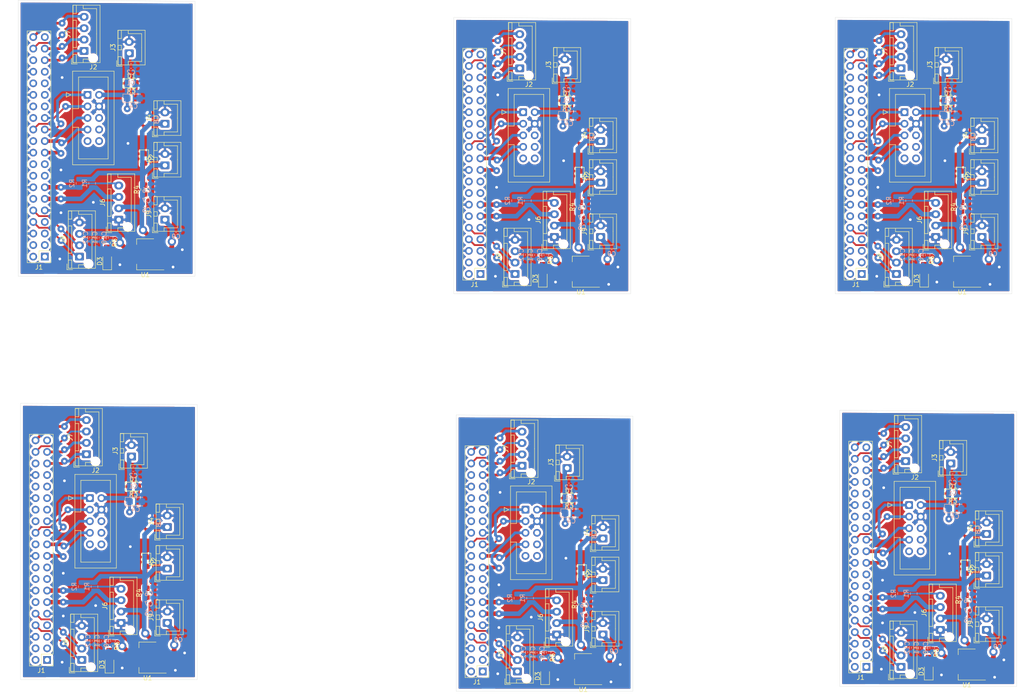
<source format=kicad_pcb>
(kicad_pcb (version 20171130) (host pcbnew "(5.1.9)-1")
  (layers (0 F.Cu signal) (31 B.Cu signal) (34 B.Paste user) (35 F.Paste user) (36 B.SilkS user) (37 F.SilkS user) (38 B.Mask user) (39 F.Mask user) (44 Edge.Cuts user))
  (net 0 "")
  (net 1 /GND)
  (net 2 /6V)
  (net 3 /5V)
  (net 4 "Net-(D1-Pad2)")
  (net 5 "Net-(D2-Pad2)")
  (net 6 /GPIO21)
  (net 7 "Net-(J1-Pad39)")
  (net 8 /GPIO20)
  (net 9 /GPIO26)
  (net 10 "Net-(J1-Pad36)")
  (net 11 /GPIO19)
  (net 12 "Net-(J1-Pad33)")
  (net 13 "Net-(J1-Pad32)")
  (net 14 "Net-(J1-Pad31)")
  (net 15 "Net-(J1-Pad29)")
  (net 16 "Net-(J1-Pad28)")
  (net 17 "Net-(J1-Pad27)")
  (net 18 "Net-(J1-Pad26)")
  (net 19 /GPIO8_CE)
  (net 20 /GPIO11_SCLK)
  (net 21 "Net-(J1-Pad22)")
  (net 22 /GPIO9_MISO)
  (net 23 /GPIO10_MOSI)
  (net 24 "Net-(J1-Pad18)")
  (net 25 "Net-(J1-Pad17)")
  (net 26 "Net-(J1-Pad16)")
  (net 27 "Net-(J1-Pad15)")
  (net 28 /GPIO27)
  (net 29 "Net-(J1-Pad12)")
  (net 30 /GPIO17)
  (net 31 /GPIO15)
  (net 32 /GPIO14)
  (net 33 "Net-(J1-Pad7)")
  (net 34 "Net-(J1-Pad5)")
  (net 35 "Net-(J1-Pad4)")
  (net 36 "Net-(J1-Pad3)")
  (net 37 "Net-(J1-Pad2)")
  (net 38 "Net-(J1-Pad1)")
  (net 39 "Net-(J2-Pad10)")
  (net 40 "Net-(J2-Pad8)")
  (net 41 "Net-(J2-Pad9)")
  (net 42 "Net-(J2-Pad6)")
  (net 43 /3.3V)
  (net 44 "Net-(D3-Pad2)")
  (module Connector_JST:JST_XH_B2B-XH-A_1x02_P2.50mm_Vertical (layer F.Cu) (at 246.126 165.862 90)
    (fp_text reference J9 (at 1.25 -3.55 90) (layer F.SilkS))
    (fp_text value Conn_01x02)
    (pad 1 thru_hole roundrect (at 0 0 90) (size 1.7 2) (drill 1) (layers *.Cu *.Mask) (roundrect_rratio 0.1470588235294118) (net 43 /3.3V))
    (pad 2 thru_hole oval (at 2.5 0 90) (size 1.7 2) (drill 1) (layers *.Cu *.Mask) (net 1 /GND))
  )
  (module Package_TO_SOT_SMD:SOT-223-3_TabPin2 (layer F.Cu) (at 241.808 173.482 180)
    (fp_text reference U1 (at 0 -4.5) (layer F.SilkS))
    (fp_text value AMS1117-3.3)
    (pad 2 smd rect (at 3.15 0 180) (size 2 3.8) (layers F.Cu F.Paste F.Mask) (net 43 /3.3V))
    (pad 2 smd rect (at -3.15 0 180) (size 2 1.5) (layers F.Cu F.Paste F.Mask) (net 43 /3.3V))
    (pad 3 smd rect (at -3.15 2.3 180) (size 2 1.5) (layers F.Cu F.Paste F.Mask) (net 3 /5V))
    (pad 1 smd rect (at -3.15 -2.3 180) (size 2 1.5) (layers F.Cu F.Paste F.Mask) (net 1 /GND))
  )
  (module Capacitor_SMD:C_0603_1608Metric_Pad1.08x0.95mm_HandSolder (layer B.Cu) (at 232.156 169.8255 270)
    (fp_text reference C11 (at 0 1.43 270) (layer B.SilkS) (effects (justify mirror)))
    (fp_text value 100nF)
    (pad 1 smd roundrect (at -0.8625 0 270) (size 1.075 0.95) (layers B.Cu B.Paste B.Mask) (net 43 /3.3V))
    (pad 2 smd roundrect (at 0.8625 0 270) (size 1.075 0.95) (layers B.Cu B.Paste B.Mask) (net 1 /GND))
  )
  (module Resistor_SMD:R_0805_2012Metric (layer F.Cu) (at 233.426 170.942 270)
    (fp_text reference R5 (at 0 -1.65 90) (layer F.SilkS))
    (fp_text value 1K)
    (pad 1 smd roundrect (at -0.9125 0 270) (size 1.025 1.4) (layers F.Cu F.Paste F.Mask) (roundrect_rratio 0.2439014634146341) (net 43 /3.3V))
    (pad 2 smd roundrect (at 0.9125 0 270) (size 1.025 1.4) (layers F.Cu F.Paste F.Mask) (roundrect_rratio 0.2439014634146341) (net 44 "Net-(D3-Pad2)"))
  )
  (module Resistor_SMD:R_0805_2012Metric (layer B.Cu) (at 227.33 157.8845 270)
    (fp_text reference R2 (at 0 1.65 270) (layer B.SilkS) (effects (justify mirror)))
    (fp_text value 10K)
    (pad 1 smd roundrect (at -0.9125 0 270) (size 1.025 1.4) (layers B.Cu B.Paste B.Mask) (roundrect_rratio 0.2439014634146341) (net 3 /5V))
    (pad 2 smd roundrect (at 0.9125 0 270) (size 1.025 1.4) (layers B.Cu B.Paste B.Mask) (roundrect_rratio 0.2439014634146341) (net 28 /GPIO27))
  )
  (module Resistor_SMD:R_0805_2012Metric (layer B.Cu) (at 230.124 157.8845 270)
    (fp_text reference R1 (at 0 1.65 270) (layer B.SilkS) (effects (justify mirror)))
    (fp_text value 10K)
    (pad 1 smd roundrect (at -0.9125 0 270) (size 1.025 1.4) (layers B.Cu B.Paste B.Mask) (roundrect_rratio 0.2439014634146341) (net 3 /5V))
    (pad 2 smd roundrect (at 0.9125 0 270) (size 1.025 1.4) (layers B.Cu B.Paste B.Mask) (roundrect_rratio 0.2439014634146341) (net 30 /GPIO17))
  )
  (module Capacitor_SMD:C_0603_1608Metric_Pad1.08x0.95mm_HandSolder (layer B.Cu) (at 230.124 169.7725 270)
    (fp_text reference C12 (at 0 1.43 90) (layer B.SilkS) (effects (justify mirror)))
    (fp_text value 1uF)
    (pad 1 smd roundrect (at -0.8625 0 270) (size 1.075 0.95) (layers B.Cu B.Paste B.Mask) (net 43 /3.3V))
    (pad 2 smd roundrect (at 0.8625 0 270) (size 1.075 0.95) (layers B.Cu B.Paste B.Mask) (net 1 /GND))
  )
  (module LED_SMD:LED_0805_2012Metric_Pad1.15x1.40mm_HandSolder (layer F.Cu) (at 233.426 175.015 90)
    (fp_text reference D3 (at 0 -1.65 90) (layer F.SilkS))
    (fp_text value LED)
    (pad 1 smd roundrect (at -1.025 0 90) (size 1.15 1.4) (layers F.Cu F.Paste F.Mask) (roundrect_rratio 0.2173904347826087) (net 1 /GND))
    (pad 2 smd roundrect (at 1.025 0 90) (size 1.15 1.4) (layers F.Cu F.Paste F.Mask) (roundrect_rratio 0.2173904347826087) (net 44 "Net-(D3-Pad2)"))
  )
  (module Capacitor_SMD:C_0603_1608Metric_Pad1.08x0.95mm_HandSolder (layer B.Cu) (at 242.062 162.306)
    (fp_text reference C5 (at 0 1.43) (layer B.SilkS) (effects (justify mirror)))
    (fp_text value 10nF)
    (pad 1 smd roundrect (at -0.8625 0) (size 1.075 0.95) (layers B.Cu B.Paste B.Mask) (net 3 /5V))
    (pad 2 smd roundrect (at 0.8625 0) (size 1.075 0.95) (layers B.Cu B.Paste B.Mask) (net 1 /GND))
  )
  (module Capacitor_SMD:C_0603_1608Metric_Pad1.08x0.95mm_HandSolder (layer B.Cu) (at 234.188 169.8255 270)
    (fp_text reference C10 (at 0 1.43 270) (layer B.SilkS) (effects (justify mirror)))
    (fp_text value 10nF)
    (pad 1 smd roundrect (at -0.8625 0 270) (size 1.075 0.95) (layers B.Cu B.Paste B.Mask) (net 43 /3.3V))
    (pad 2 smd roundrect (at 0.8625 0 270) (size 1.075 0.95) (layers B.Cu B.Paste B.Mask) (net 1 /GND))
  )
  (module Capacitor_SMD:C_0603_1608Metric_Pad1.08x0.95mm_HandSolder (layer B.Cu) (at 242.062 160.274)
    (fp_text reference C7 (at 0 1.43 180) (layer B.SilkS) (effects (justify mirror)))
    (fp_text value 1uF)
    (pad 1 smd roundrect (at -0.8625 0) (size 1.075 0.95) (layers B.Cu B.Paste B.Mask) (net 3 /5V))
    (pad 2 smd roundrect (at 0.8625 0) (size 1.075 0.95) (layers B.Cu B.Paste B.Mask) (net 1 /GND))
  )
  (module Capacitor_SMD:C_0603_1608Metric_Pad1.08x0.95mm_HandSolder (layer B.Cu) (at 242.824 143.8645 90)
    (fp_text reference C8 (at 0 1.43 270) (layer B.SilkS) (effects (justify mirror)))
    (fp_text value 1uF)
    (pad 1 smd roundrect (at -0.8625 0 90) (size 1.075 0.95) (layers B.Cu B.Paste B.Mask) (net 3 /5V))
    (pad 2 smd roundrect (at 0.8625 0 90) (size 1.075 0.95) (layers B.Cu B.Paste B.Mask) (net 1 /GND))
  )
  (module Capacitor_SMD:C_0603_1608Metric_Pad1.08x0.95mm_HandSolder (layer B.Cu) (at 248.5655 168.148)
    (fp_text reference C9 (at 0 1.43 180) (layer B.SilkS) (effects (justify mirror)))
    (fp_text value 1uF)
    (pad 1 smd roundrect (at -0.8625 0) (size 1.075 0.95) (layers B.Cu B.Paste B.Mask) (net 43 /3.3V))
    (pad 2 smd roundrect (at 0.8625 0) (size 1.075 0.95) (layers B.Cu B.Paste B.Mask) (net 1 /GND))
  )
  (module Connector_PinHeader_2.54mm:PinHeader_2x20_P2.54mm_Vertical (layer F.Cu) (at 219.71 173.99 180)
    (fp_text reference J1 (at 1.27 -2.33) (layer F.SilkS))
    (fp_text value Conn_02x20_Odd_Even)
    (pad 1 thru_hole rect (at 0 0 180) (size 1.7 1.7) (drill 1) (layers *.Cu *.Mask) (net 38 "Net-(J1-Pad1)"))
    (pad 2 thru_hole oval (at 2.54 0 180) (size 1.7 1.7) (drill 1) (layers *.Cu *.Mask) (net 37 "Net-(J1-Pad2)"))
    (pad 3 thru_hole oval (at 0 2.54 180) (size 1.7 1.7) (drill 1) (layers *.Cu *.Mask) (net 36 "Net-(J1-Pad3)"))
    (pad 4 thru_hole oval (at 2.54 2.54 180) (size 1.7 1.7) (drill 1) (layers *.Cu *.Mask) (net 35 "Net-(J1-Pad4)"))
    (pad 5 thru_hole oval (at 0 5.08 180) (size 1.7 1.7) (drill 1) (layers *.Cu *.Mask) (net 34 "Net-(J1-Pad5)"))
    (pad 6 thru_hole oval (at 2.54 5.08 180) (size 1.7 1.7) (drill 1) (layers *.Cu *.Mask) (net 1 /GND))
    (pad 7 thru_hole oval (at 0 7.62 180) (size 1.7 1.7) (drill 1) (layers *.Cu *.Mask) (net 33 "Net-(J1-Pad7)"))
    (pad 8 thru_hole oval (at 2.54 7.62 180) (size 1.7 1.7) (drill 1) (layers *.Cu *.Mask) (net 32 /GPIO14))
    (pad 9 thru_hole oval (at 0 10.16 180) (size 1.7 1.7) (drill 1) (layers *.Cu *.Mask) (net 1 /GND))
    (pad 10 thru_hole oval (at 2.54 10.16 180) (size 1.7 1.7) (drill 1) (layers *.Cu *.Mask) (net 31 /GPIO15))
    (pad 11 thru_hole oval (at 0 12.7 180) (size 1.7 1.7) (drill 1) (layers *.Cu *.Mask) (net 30 /GPIO17))
    (pad 12 thru_hole oval (at 2.54 12.7 180) (size 1.7 1.7) (drill 1) (layers *.Cu *.Mask) (net 29 "Net-(J1-Pad12)"))
    (pad 13 thru_hole oval (at 0 15.24 180) (size 1.7 1.7) (drill 1) (layers *.Cu *.Mask) (net 28 /GPIO27))
    (pad 14 thru_hole oval (at 2.54 15.24 180) (size 1.7 1.7) (drill 1) (layers *.Cu *.Mask) (net 1 /GND))
    (pad 15 thru_hole oval (at 0 17.78 180) (size 1.7 1.7) (drill 1) (layers *.Cu *.Mask) (net 27 "Net-(J1-Pad15)"))
    (pad 16 thru_hole oval (at 2.54 17.78 180) (size 1.7 1.7) (drill 1) (layers *.Cu *.Mask) (net 26 "Net-(J1-Pad16)"))
    (pad 17 thru_hole oval (at 0 20.32 180) (size 1.7 1.7) (drill 1) (layers *.Cu *.Mask) (net 25 "Net-(J1-Pad17)"))
    (pad 18 thru_hole oval (at 2.54 20.32 180) (size 1.7 1.7) (drill 1) (layers *.Cu *.Mask) (net 24 "Net-(J1-Pad18)"))
    (pad 19 thru_hole oval (at 0 22.86 180) (size 1.7 1.7) (drill 1) (layers *.Cu *.Mask) (net 23 /GPIO10_MOSI))
    (pad 20 thru_hole oval (at 2.54 22.86 180) (size 1.7 1.7) (drill 1) (layers *.Cu *.Mask) (net 1 /GND))
    (pad 21 thru_hole oval (at 0 25.4 180) (size 1.7 1.7) (drill 1) (layers *.Cu *.Mask) (net 22 /GPIO9_MISO))
    (pad 22 thru_hole oval (at 2.54 25.4 180) (size 1.7 1.7) (drill 1) (layers *.Cu *.Mask) (net 21 "Net-(J1-Pad22)"))
    (pad 23 thru_hole oval (at 0 27.94 180) (size 1.7 1.7) (drill 1) (layers *.Cu *.Mask) (net 20 /GPIO11_SCLK))
    (pad 24 thru_hole oval (at 2.54 27.94 180) (size 1.7 1.7) (drill 1) (layers *.Cu *.Mask) (net 19 /GPIO8_CE))
    (pad 25 thru_hole oval (at 0 30.48 180) (size 1.7 1.7) (drill 1) (layers *.Cu *.Mask) (net 1 /GND))
    (pad 26 thru_hole oval (at 2.54 30.48 180) (size 1.7 1.7) (drill 1) (layers *.Cu *.Mask) (net 18 "Net-(J1-Pad26)"))
    (pad 27 thru_hole oval (at 0 33.02 180) (size 1.7 1.7) (drill 1) (layers *.Cu *.Mask) (net 17 "Net-(J1-Pad27)"))
    (pad 28 thru_hole oval (at 2.54 33.02 180) (size 1.7 1.7) (drill 1) (layers *.Cu *.Mask) (net 16 "Net-(J1-Pad28)"))
    (pad 29 thru_hole oval (at 0 35.56 180) (size 1.7 1.7) (drill 1) (layers *.Cu *.Mask) (net 15 "Net-(J1-Pad29)"))
    (pad 30 thru_hole oval (at 2.54 35.56 180) (size 1.7 1.7) (drill 1) (layers *.Cu *.Mask) (net 1 /GND))
    (pad 31 thru_hole oval (at 0 38.1 180) (size 1.7 1.7) (drill 1) (layers *.Cu *.Mask) (net 14 "Net-(J1-Pad31)"))
    (pad 32 thru_hole oval (at 2.54 38.1 180) (size 1.7 1.7) (drill 1) (layers *.Cu *.Mask) (net 13 "Net-(J1-Pad32)"))
    (pad 33 thru_hole oval (at 0 40.64 180) (size 1.7 1.7) (drill 1) (layers *.Cu *.Mask) (net 12 "Net-(J1-Pad33)"))
    (pad 34 thru_hole oval (at 2.54 40.64 180) (size 1.7 1.7) (drill 1) (layers *.Cu *.Mask) (net 1 /GND))
    (pad 35 thru_hole oval (at 0 43.18 180) (size 1.7 1.7) (drill 1) (layers *.Cu *.Mask) (net 11 /GPIO19))
    (pad 36 thru_hole oval (at 2.54 43.18 180) (size 1.7 1.7) (drill 1) (layers *.Cu *.Mask) (net 10 "Net-(J1-Pad36)"))
    (pad 37 thru_hole oval (at 0 45.72 180) (size 1.7 1.7) (drill 1) (layers *.Cu *.Mask) (net 9 /GPIO26))
    (pad 38 thru_hole oval (at 2.54 45.72 180) (size 1.7 1.7) (drill 1) (layers *.Cu *.Mask) (net 8 /GPIO20))
    (pad 39 thru_hole oval (at 0 48.26 180) (size 1.7 1.7) (drill 1) (layers *.Cu *.Mask) (net 7 "Net-(J1-Pad39)"))
    (pad 40 thru_hole oval (at 2.54 48.26 180) (size 1.7 1.7) (drill 1) (layers *.Cu *.Mask) (net 6 /GPIO21))
  )
  (module Connector_JST:JST_XH_B4B-XH-AM_1x04_P2.50mm_Vertical (layer F.Cu) (at 235.966 165.862 90)
    (fp_text reference J6 (at 3.75 -3.55 90) (layer F.SilkS))
    (fp_text value Conn_01x04)
    (pad 1 thru_hole roundrect (at 0 0 90) (size 1.7 1.95) (drill 0.95) (layers *.Cu *.Mask) (roundrect_rratio 0.1470588235294118) (net 1 /GND))
    (pad 2 thru_hole oval (at 2.5 0 90) (size 1.7 1.95) (drill 0.95) (layers *.Cu *.Mask) (net 3 /5V))
    (pad 3 thru_hole oval (at 5 0 90) (size 1.7 1.95) (drill 0.95) (layers *.Cu *.Mask) (net 30 /GPIO17))
    (pad 4 thru_hole oval (at 7.5 0 90) (size 1.7 1.95) (drill 0.95) (layers *.Cu *.Mask) (net 28 /GPIO27))
    (pad "" np_thru_hole circle (at -1.6 2 90) (size 1.2 1.2) (drill 1.2) (layers *.Cu *.Mask))
  )
  (module Connector_JST:JST_XH_B4B-XH-AM_1x04_P2.50mm_Vertical (layer F.Cu) (at 227.33 173.99 90)
    (fp_text reference J8 (at 3.75 -3.55 90) (layer F.SilkS))
    (fp_text value Conn_01x04)
    (pad 1 thru_hole roundrect (at 0 0 90) (size 1.7 1.95) (drill 0.95) (layers *.Cu *.Mask) (roundrect_rratio 0.1470588235294118) (net 32 /GPIO14))
    (pad 2 thru_hole oval (at 2.5 0 90) (size 1.7 1.95) (drill 0.95) (layers *.Cu *.Mask) (net 31 /GPIO15))
    (pad 3 thru_hole oval (at 5 0 90) (size 1.7 1.95) (drill 0.95) (layers *.Cu *.Mask) (net 43 /3.3V))
    (pad 4 thru_hole oval (at 7.5 0 90) (size 1.7 1.95) (drill 0.95) (layers *.Cu *.Mask) (net 1 /GND))
    (pad "" np_thru_hole circle (at -1.6 2 90) (size 1.2 1.2) (drill 1.2) (layers *.Cu *.Mask))
  )
  (module Resistor_SMD:R_0805_2012Metric_Pad1.20x1.40mm_HandSolder (layer F.Cu) (at 241.554 159.258 90)
    (fp_text reference R4 (at 0 -1.65 90) (layer F.SilkS))
    (fp_text value 1K)
    (pad 1 smd roundrect (at -1 0 90) (size 1.2 1.4) (layers F.Cu F.Paste F.Mask) (roundrect_rratio 0.2083325) (net 3 /5V))
    (pad 2 smd roundrect (at 1 0 90) (size 1.2 1.4) (layers F.Cu F.Paste F.Mask) (roundrect_rratio 0.2083325) (net 5 "Net-(D2-Pad2)"))
  )
  (module LED_SMD:LED_0805_2012Metric_Pad1.15x1.40mm_HandSolder (layer F.Cu) (at 238.769 135.89)
    (fp_text reference D1 (at 0 -1.65) (layer F.SilkS))
    (fp_text value LED)
    (pad 1 smd roundrect (at -1.025 0) (size 1.15 1.4) (layers F.Cu F.Paste F.Mask) (roundrect_rratio 0.2173904347826087) (net 1 /GND))
    (pad 2 smd roundrect (at 1.025 0) (size 1.15 1.4) (layers F.Cu F.Paste F.Mask) (roundrect_rratio 0.2173904347826087) (net 4 "Net-(D1-Pad2)"))
  )
  (module LED_SMD:LED_0805_2012Metric_Pad1.15x1.40mm_HandSolder (layer F.Cu) (at 241.554 152.4 270)
    (fp_text reference D2 (at 0 -1.65 90) (layer F.SilkS))
    (fp_text value LED)
    (pad 1 smd roundrect (at -1.025 0 270) (size 1.15 1.4) (layers F.Cu F.Paste F.Mask) (roundrect_rratio 0.2173904347826087) (net 1 /GND))
    (pad 2 smd roundrect (at 1.025 0 270) (size 1.15 1.4) (layers F.Cu F.Paste F.Mask) (roundrect_rratio 0.2173904347826087) (net 5 "Net-(D2-Pad2)"))
  )
  (module Connector_JST:JST_XH_B2B-XH-A_1x02_P2.50mm_Vertical (layer F.Cu) (at 238.252 129.286 90)
    (fp_text reference J3 (at 1.25 -3.55 90) (layer F.SilkS))
    (fp_text value Conn_01x02)
    (pad 1 thru_hole roundrect (at 0 0 90) (size 1.7 2) (drill 1) (layers *.Cu *.Mask) (roundrect_rratio 0.1470588235294118) (net 2 /6V))
    (pad 2 thru_hole oval (at 2.5 0 90) (size 1.7 2) (drill 1) (layers *.Cu *.Mask) (net 1 /GND))
  )
  (module Connector_JST:JST_XH_B2B-XH-A_1x02_P2.50mm_Vertical (layer F.Cu) (at 246.126 153.924 90)
    (fp_text reference J5 (at 1.25 -3.55 90) (layer F.SilkS))
    (fp_text value Conn_01x02)
    (pad 1 thru_hole roundrect (at 0 0 90) (size 1.7 2) (drill 1) (layers *.Cu *.Mask) (roundrect_rratio 0.1470588235294118) (net 3 /5V))
    (pad 2 thru_hole oval (at 2.5 0 90) (size 1.7 2) (drill 1) (layers *.Cu *.Mask) (net 1 /GND))
  )
  (module Connector_JST:JST_XH_B4B-XH-AM_1x04_P2.50mm_Vertical (layer F.Cu) (at 228.346 128.778 90)
    (fp_text reference J7 (at 3.75 -3.55 90) (layer F.SilkS))
    (fp_text value Conn_01x04)
    (pad 1 thru_hole roundrect (at 0 0 90) (size 1.7 1.95) (drill 0.95) (layers *.Cu *.Mask) (roundrect_rratio 0.1470588235294118) (net 11 /GPIO19))
    (pad 2 thru_hole oval (at 2.5 0 90) (size 1.7 1.95) (drill 0.95) (layers *.Cu *.Mask) (net 9 /GPIO26))
    (pad 3 thru_hole oval (at 5 0 90) (size 1.7 1.95) (drill 0.95) (layers *.Cu *.Mask) (net 8 /GPIO20))
    (pad 4 thru_hole oval (at 7.5 0 90) (size 1.7 1.95) (drill 0.95) (layers *.Cu *.Mask) (net 6 /GPIO21))
    (pad "" np_thru_hole circle (at -1.6 2 90) (size 1.2 1.2) (drill 1.2) (layers *.Cu *.Mask))
  )
  (module Resistor_SMD:R_0805_2012Metric_Pad1.20x1.40mm_HandSolder (layer F.Cu) (at 238.744 139.192)
    (fp_text reference R3 (at 0 -1.65) (layer F.SilkS))
    (fp_text value 1K)
    (pad 1 smd roundrect (at -1 0) (size 1.2 1.4) (layers F.Cu F.Paste F.Mask) (roundrect_rratio 0.2083325) (net 2 /6V))
    (pad 2 smd roundrect (at 1 0) (size 1.2 1.4) (layers F.Cu F.Paste F.Mask) (roundrect_rratio 0.2083325) (net 4 "Net-(D1-Pad2)"))
  )
  (module Capacitor_SMD:C_0603_1608Metric_Pad1.08x0.95mm_HandSolder (layer B.Cu) (at 242.062 157.988)
    (fp_text reference C6 (at 0 1.43 180) (layer B.SilkS) (effects (justify mirror)))
    (fp_text value 100nF)
    (pad 1 smd roundrect (at -0.8625 0) (size 1.075 0.95) (layers B.Cu B.Paste B.Mask) (net 3 /5V))
    (pad 2 smd roundrect (at 0.8625 0) (size 1.075 0.95) (layers B.Cu B.Paste B.Mask) (net 1 /GND))
  )
  (module Connector_IDC:IDC-Header_2x05_P2.54mm_Vertical (layer F.Cu) (at 229.108 138.43)
    (fp_text reference J2 (at 1.27 -6.1) (layer F.SilkS))
    (fp_text value Conn_02x05_Top_Bottom)
    (pad 1 thru_hole roundrect (at 0 0) (size 1.7 1.7) (drill 1) (layers *.Cu *.Mask) (roundrect_rratio 0.1470588235294118) (net 20 /GPIO11_SCLK))
    (pad 3 thru_hole circle (at 0 2.54) (size 1.7 1.7) (drill 1) (layers *.Cu *.Mask) (net 19 /GPIO8_CE))
    (pad 5 thru_hole circle (at 0 5.08) (size 1.7 1.7) (drill 1) (layers *.Cu *.Mask) (net 23 /GPIO10_MOSI))
    (pad 7 thru_hole circle (at 0 7.62) (size 1.7 1.7) (drill 1) (layers *.Cu *.Mask) (net 22 /GPIO9_MISO))
    (pad 9 thru_hole circle (at 0 10.16) (size 1.7 1.7) (drill 1) (layers *.Cu *.Mask) (net 41 "Net-(J2-Pad9)"))
    (pad 2 thru_hole circle (at 2.54 0) (size 1.7 1.7) (drill 1) (layers *.Cu *.Mask) (net 2 /6V))
    (pad 4 thru_hole circle (at 2.54 2.54) (size 1.7 1.7) (drill 1) (layers *.Cu *.Mask) (net 1 /GND))
    (pad 6 thru_hole circle (at 2.54 5.08) (size 1.7 1.7) (drill 1) (layers *.Cu *.Mask) (net 42 "Net-(J2-Pad6)"))
    (pad 8 thru_hole circle (at 2.54 7.62) (size 1.7 1.7) (drill 1) (layers *.Cu *.Mask) (net 40 "Net-(J2-Pad8)"))
    (pad 10 thru_hole circle (at 2.54 10.16) (size 1.7 1.7) (drill 1) (layers *.Cu *.Mask) (net 39 "Net-(J2-Pad10)"))
  )
  (module Connector_JST:JST_XH_B2B-XH-A_1x02_P2.50mm_Vertical (layer F.Cu) (at 246.126 144.78 90)
    (fp_text reference J4 (at 1.25 -3.55 90) (layer F.SilkS))
    (fp_text value Conn_01x02)
    (pad 1 thru_hole roundrect (at 0 0 90) (size 1.7 2) (drill 1) (layers *.Cu *.Mask) (roundrect_rratio 0.1470588235294118) (net 3 /5V))
    (pad 2 thru_hole oval (at 2.5 0 90) (size 1.7 2) (drill 1) (layers *.Cu *.Mask) (net 1 /GND))
  )
  (module Capacitor_SMD:C_0603_1608Metric_Pad1.08x0.95mm_HandSolder (layer B.Cu) (at 238.6595 134.366)
    (fp_text reference C1 (at 0 1.43 180) (layer B.SilkS) (effects (justify mirror)))
    (fp_text value 10nF)
    (pad 1 smd roundrect (at -0.8625 0) (size 1.075 0.95) (layers B.Cu B.Paste B.Mask) (net 2 /6V))
    (pad 2 smd roundrect (at 0.8625 0) (size 1.075 0.95) (layers B.Cu B.Paste B.Mask) (net 1 /GND))
  )
  (module Capacitor_SMD:C_0603_1608Metric_Pad1.08x0.95mm_HandSolder (layer B.Cu) (at 238.6595 136.398)
    (fp_text reference C3 (at 0 1.43 180) (layer B.SilkS) (effects (justify mirror)))
    (fp_text value 1uF)
    (pad 1 smd roundrect (at -0.8625 0) (size 1.075 0.95) (layers B.Cu B.Paste B.Mask) (net 2 /6V))
    (pad 2 smd roundrect (at 0.8625 0) (size 1.075 0.95) (layers B.Cu B.Paste B.Mask) (net 1 /GND))
  )
  (module Capacitor_SMD:C_0603_1608Metric_Pad1.08x0.95mm_HandSolder (layer B.Cu) (at 238.6595 132.08)
    (fp_text reference C2 (at 0 1.43 180) (layer B.SilkS) (effects (justify mirror)))
    (fp_text value 100nF)
    (pad 1 smd roundrect (at -0.8625 0) (size 1.075 0.95) (layers B.Cu B.Paste B.Mask) (net 2 /6V))
    (pad 2 smd roundrect (at 0.8625 0) (size 1.075 0.95) (layers B.Cu B.Paste B.Mask) (net 1 /GND))
  )
  (module Capacitor_Tantalum_SMD:CP_EIA-3216-18_Kemet-A (layer B.Cu) (at 239.188 139.192)
    (fp_text reference C4 (at 0 1.75 180) (layer B.SilkS) (effects (justify mirror)))
    (fp_text value 330uF)
    (pad 1 smd roundrect (at -1.35 0) (size 1.4 1.35) (layers B.Cu B.Paste B.Mask) (roundrect_rratio 0.1851844444444445) (net 2 /6V))
    (pad 2 smd roundrect (at 1.35 0) (size 1.4 1.35) (layers B.Cu B.Paste B.Mask) (roundrect_rratio 0.1851844444444445) (net 1 /GND))
  )
  (module Connector_JST:JST_XH_B2B-XH-A_1x02_P2.50mm_Vertical (layer F.Cu) (at 245.11 79.502 90)
    (fp_text reference J9 (at 1.25 -3.55 90) (layer F.SilkS))
    (fp_text value Conn_01x02)
    (pad 1 thru_hole roundrect (at 0 0 90) (size 1.7 2) (drill 1) (layers *.Cu *.Mask) (roundrect_rratio 0.1470588235294118) (net 43 /3.3V))
    (pad 2 thru_hole oval (at 2.5 0 90) (size 1.7 2) (drill 1) (layers *.Cu *.Mask) (net 1 /GND))
  )
  (module Package_TO_SOT_SMD:SOT-223-3_TabPin2 (layer F.Cu) (at 240.792 87.122 180)
    (fp_text reference U1 (at 0 -4.5) (layer F.SilkS))
    (fp_text value AMS1117-3.3)
    (pad 2 smd rect (at 3.15 0 180) (size 2 3.8) (layers F.Cu F.Paste F.Mask) (net 43 /3.3V))
    (pad 2 smd rect (at -3.15 0 180) (size 2 1.5) (layers F.Cu F.Paste F.Mask) (net 43 /3.3V))
    (pad 3 smd rect (at -3.15 2.3 180) (size 2 1.5) (layers F.Cu F.Paste F.Mask) (net 3 /5V))
    (pad 1 smd rect (at -3.15 -2.3 180) (size 2 1.5) (layers F.Cu F.Paste F.Mask) (net 1 /GND))
  )
  (module Capacitor_SMD:C_0603_1608Metric_Pad1.08x0.95mm_HandSolder (layer B.Cu) (at 231.14 83.4655 270)
    (fp_text reference C11 (at 0 1.43 270) (layer B.SilkS) (effects (justify mirror)))
    (fp_text value 100nF)
    (pad 1 smd roundrect (at -0.8625 0 270) (size 1.075 0.95) (layers B.Cu B.Paste B.Mask) (net 43 /3.3V))
    (pad 2 smd roundrect (at 0.8625 0 270) (size 1.075 0.95) (layers B.Cu B.Paste B.Mask) (net 1 /GND))
  )
  (module Resistor_SMD:R_0805_2012Metric (layer F.Cu) (at 232.41 84.582 270)
    (fp_text reference R5 (at 0 -1.65 90) (layer F.SilkS))
    (fp_text value 1K)
    (pad 1 smd roundrect (at -0.9125 0 270) (size 1.025 1.4) (layers F.Cu F.Paste F.Mask) (roundrect_rratio 0.2439014634146341) (net 43 /3.3V))
    (pad 2 smd roundrect (at 0.9125 0 270) (size 1.025 1.4) (layers F.Cu F.Paste F.Mask) (roundrect_rratio 0.2439014634146341) (net 44 "Net-(D3-Pad2)"))
  )
  (module Resistor_SMD:R_0805_2012Metric (layer B.Cu) (at 226.314 71.5245 270)
    (fp_text reference R2 (at 0 1.65 270) (layer B.SilkS) (effects (justify mirror)))
    (fp_text value 10K)
    (pad 1 smd roundrect (at -0.9125 0 270) (size 1.025 1.4) (layers B.Cu B.Paste B.Mask) (roundrect_rratio 0.2439014634146341) (net 3 /5V))
    (pad 2 smd roundrect (at 0.9125 0 270) (size 1.025 1.4) (layers B.Cu B.Paste B.Mask) (roundrect_rratio 0.2439014634146341) (net 28 /GPIO27))
  )
  (module Resistor_SMD:R_0805_2012Metric (layer B.Cu) (at 229.108 71.5245 270)
    (fp_text reference R1 (at 0 1.65 270) (layer B.SilkS) (effects (justify mirror)))
    (fp_text value 10K)
    (pad 1 smd roundrect (at -0.9125 0 270) (size 1.025 1.4) (layers B.Cu B.Paste B.Mask) (roundrect_rratio 0.2439014634146341) (net 3 /5V))
    (pad 2 smd roundrect (at 0.9125 0 270) (size 1.025 1.4) (layers B.Cu B.Paste B.Mask) (roundrect_rratio 0.2439014634146341) (net 30 /GPIO17))
  )
  (module Capacitor_SMD:C_0603_1608Metric_Pad1.08x0.95mm_HandSolder (layer B.Cu) (at 229.108 83.4125 270)
    (fp_text reference C12 (at 0 1.43 90) (layer B.SilkS) (effects (justify mirror)))
    (fp_text value 1uF)
    (pad 1 smd roundrect (at -0.8625 0 270) (size 1.075 0.95) (layers B.Cu B.Paste B.Mask) (net 43 /3.3V))
    (pad 2 smd roundrect (at 0.8625 0 270) (size 1.075 0.95) (layers B.Cu B.Paste B.Mask) (net 1 /GND))
  )
  (module LED_SMD:LED_0805_2012Metric_Pad1.15x1.40mm_HandSolder (layer F.Cu) (at 232.41 88.655 90)
    (fp_text reference D3 (at 0 -1.65 90) (layer F.SilkS))
    (fp_text value LED)
    (pad 1 smd roundrect (at -1.025 0 90) (size 1.15 1.4) (layers F.Cu F.Paste F.Mask) (roundrect_rratio 0.2173904347826087) (net 1 /GND))
    (pad 2 smd roundrect (at 1.025 0 90) (size 1.15 1.4) (layers F.Cu F.Paste F.Mask) (roundrect_rratio 0.2173904347826087) (net 44 "Net-(D3-Pad2)"))
  )
  (module Capacitor_SMD:C_0603_1608Metric_Pad1.08x0.95mm_HandSolder (layer B.Cu) (at 241.046 75.946)
    (fp_text reference C5 (at 0 1.43) (layer B.SilkS) (effects (justify mirror)))
    (fp_text value 10nF)
    (pad 1 smd roundrect (at -0.8625 0) (size 1.075 0.95) (layers B.Cu B.Paste B.Mask) (net 3 /5V))
    (pad 2 smd roundrect (at 0.8625 0) (size 1.075 0.95) (layers B.Cu B.Paste B.Mask) (net 1 /GND))
  )
  (module Capacitor_SMD:C_0603_1608Metric_Pad1.08x0.95mm_HandSolder (layer B.Cu) (at 233.172 83.4655 270)
    (fp_text reference C10 (at 0 1.43 270) (layer B.SilkS) (effects (justify mirror)))
    (fp_text value 10nF)
    (pad 1 smd roundrect (at -0.8625 0 270) (size 1.075 0.95) (layers B.Cu B.Paste B.Mask) (net 43 /3.3V))
    (pad 2 smd roundrect (at 0.8625 0 270) (size 1.075 0.95) (layers B.Cu B.Paste B.Mask) (net 1 /GND))
  )
  (module Capacitor_SMD:C_0603_1608Metric_Pad1.08x0.95mm_HandSolder (layer B.Cu) (at 241.046 73.914)
    (fp_text reference C7 (at 0 1.43 180) (layer B.SilkS) (effects (justify mirror)))
    (fp_text value 1uF)
    (pad 1 smd roundrect (at -0.8625 0) (size 1.075 0.95) (layers B.Cu B.Paste B.Mask) (net 3 /5V))
    (pad 2 smd roundrect (at 0.8625 0) (size 1.075 0.95) (layers B.Cu B.Paste B.Mask) (net 1 /GND))
  )
  (module Capacitor_SMD:C_0603_1608Metric_Pad1.08x0.95mm_HandSolder (layer B.Cu) (at 241.808 57.5045 90)
    (fp_text reference C8 (at 0 1.43 270) (layer B.SilkS) (effects (justify mirror)))
    (fp_text value 1uF)
    (pad 1 smd roundrect (at -0.8625 0 90) (size 1.075 0.95) (layers B.Cu B.Paste B.Mask) (net 3 /5V))
    (pad 2 smd roundrect (at 0.8625 0 90) (size 1.075 0.95) (layers B.Cu B.Paste B.Mask) (net 1 /GND))
  )
  (module Capacitor_SMD:C_0603_1608Metric_Pad1.08x0.95mm_HandSolder (layer B.Cu) (at 247.5495 81.788)
    (fp_text reference C9 (at 0 1.43 180) (layer B.SilkS) (effects (justify mirror)))
    (fp_text value 1uF)
    (pad 1 smd roundrect (at -0.8625 0) (size 1.075 0.95) (layers B.Cu B.Paste B.Mask) (net 43 /3.3V))
    (pad 2 smd roundrect (at 0.8625 0) (size 1.075 0.95) (layers B.Cu B.Paste B.Mask) (net 1 /GND))
  )
  (module Connector_PinHeader_2.54mm:PinHeader_2x20_P2.54mm_Vertical (layer F.Cu) (at 218.694 87.63 180)
    (fp_text reference J1 (at 1.27 -2.33) (layer F.SilkS))
    (fp_text value Conn_02x20_Odd_Even)
    (pad 1 thru_hole rect (at 0 0 180) (size 1.7 1.7) (drill 1) (layers *.Cu *.Mask) (net 38 "Net-(J1-Pad1)"))
    (pad 2 thru_hole oval (at 2.54 0 180) (size 1.7 1.7) (drill 1) (layers *.Cu *.Mask) (net 37 "Net-(J1-Pad2)"))
    (pad 3 thru_hole oval (at 0 2.54 180) (size 1.7 1.7) (drill 1) (layers *.Cu *.Mask) (net 36 "Net-(J1-Pad3)"))
    (pad 4 thru_hole oval (at 2.54 2.54 180) (size 1.7 1.7) (drill 1) (layers *.Cu *.Mask) (net 35 "Net-(J1-Pad4)"))
    (pad 5 thru_hole oval (at 0 5.08 180) (size 1.7 1.7) (drill 1) (layers *.Cu *.Mask) (net 34 "Net-(J1-Pad5)"))
    (pad 6 thru_hole oval (at 2.54 5.08 180) (size 1.7 1.7) (drill 1) (layers *.Cu *.Mask) (net 1 /GND))
    (pad 7 thru_hole oval (at 0 7.62 180) (size 1.7 1.7) (drill 1) (layers *.Cu *.Mask) (net 33 "Net-(J1-Pad7)"))
    (pad 8 thru_hole oval (at 2.54 7.62 180) (size 1.7 1.7) (drill 1) (layers *.Cu *.Mask) (net 32 /GPIO14))
    (pad 9 thru_hole oval (at 0 10.16 180) (size 1.7 1.7) (drill 1) (layers *.Cu *.Mask) (net 1 /GND))
    (pad 10 thru_hole oval (at 2.54 10.16 180) (size 1.7 1.7) (drill 1) (layers *.Cu *.Mask) (net 31 /GPIO15))
    (pad 11 thru_hole oval (at 0 12.7 180) (size 1.7 1.7) (drill 1) (layers *.Cu *.Mask) (net 30 /GPIO17))
    (pad 12 thru_hole oval (at 2.54 12.7 180) (size 1.7 1.7) (drill 1) (layers *.Cu *.Mask) (net 29 "Net-(J1-Pad12)"))
    (pad 13 thru_hole oval (at 0 15.24 180) (size 1.7 1.7) (drill 1) (layers *.Cu *.Mask) (net 28 /GPIO27))
    (pad 14 thru_hole oval (at 2.54 15.24 180) (size 1.7 1.7) (drill 1) (layers *.Cu *.Mask) (net 1 /GND))
    (pad 15 thru_hole oval (at 0 17.78 180) (size 1.7 1.7) (drill 1) (layers *.Cu *.Mask) (net 27 "Net-(J1-Pad15)"))
    (pad 16 thru_hole oval (at 2.54 17.78 180) (size 1.7 1.7) (drill 1) (layers *.Cu *.Mask) (net 26 "Net-(J1-Pad16)"))
    (pad 17 thru_hole oval (at 0 20.32 180) (size 1.7 1.7) (drill 1) (layers *.Cu *.Mask) (net 25 "Net-(J1-Pad17)"))
    (pad 18 thru_hole oval (at 2.54 20.32 180) (size 1.7 1.7) (drill 1) (layers *.Cu *.Mask) (net 24 "Net-(J1-Pad18)"))
    (pad 19 thru_hole oval (at 0 22.86 180) (size 1.7 1.7) (drill 1) (layers *.Cu *.Mask) (net 23 /GPIO10_MOSI))
    (pad 20 thru_hole oval (at 2.54 22.86 180) (size 1.7 1.7) (drill 1) (layers *.Cu *.Mask) (net 1 /GND))
    (pad 21 thru_hole oval (at 0 25.4 180) (size 1.7 1.7) (drill 1) (layers *.Cu *.Mask) (net 22 /GPIO9_MISO))
    (pad 22 thru_hole oval (at 2.54 25.4 180) (size 1.7 1.7) (drill 1) (layers *.Cu *.Mask) (net 21 "Net-(J1-Pad22)"))
    (pad 23 thru_hole oval (at 0 27.94 180) (size 1.7 1.7) (drill 1) (layers *.Cu *.Mask) (net 20 /GPIO11_SCLK))
    (pad 24 thru_hole oval (at 2.54 27.94 180) (size 1.7 1.7) (drill 1) (layers *.Cu *.Mask) (net 19 /GPIO8_CE))
    (pad 25 thru_hole oval (at 0 30.48 180) (size 1.7 1.7) (drill 1) (layers *.Cu *.Mask) (net 1 /GND))
    (pad 26 thru_hole oval (at 2.54 30.48 180) (size 1.7 1.7) (drill 1) (layers *.Cu *.Mask) (net 18 "Net-(J1-Pad26)"))
    (pad 27 thru_hole oval (at 0 33.02 180) (size 1.7 1.7) (drill 1) (layers *.Cu *.Mask) (net 17 "Net-(J1-Pad27)"))
    (pad 28 thru_hole oval (at 2.54 33.02 180) (size 1.7 1.7) (drill 1) (layers *.Cu *.Mask) (net 16 "Net-(J1-Pad28)"))
    (pad 29 thru_hole oval (at 0 35.56 180) (size 1.7 1.7) (drill 1) (layers *.Cu *.Mask) (net 15 "Net-(J1-Pad29)"))
    (pad 30 thru_hole oval (at 2.54 35.56 180) (size 1.7 1.7) (drill 1) (layers *.Cu *.Mask) (net 1 /GND))
    (pad 31 thru_hole oval (at 0 38.1 180) (size 1.7 1.7) (drill 1) (layers *.Cu *.Mask) (net 14 "Net-(J1-Pad31)"))
    (pad 32 thru_hole oval (at 2.54 38.1 180) (size 1.7 1.7) (drill 1) (layers *.Cu *.Mask) (net 13 "Net-(J1-Pad32)"))
    (pad 33 thru_hole oval (at 0 40.64 180) (size 1.7 1.7) (drill 1) (layers *.Cu *.Mask) (net 12 "Net-(J1-Pad33)"))
    (pad 34 thru_hole oval (at 2.54 40.64 180) (size 1.7 1.7) (drill 1) (layers *.Cu *.Mask) (net 1 /GND))
    (pad 35 thru_hole oval (at 0 43.18 180) (size 1.7 1.7) (drill 1) (layers *.Cu *.Mask) (net 11 /GPIO19))
    (pad 36 thru_hole oval (at 2.54 43.18 180) (size 1.7 1.7) (drill 1) (layers *.Cu *.Mask) (net 10 "Net-(J1-Pad36)"))
    (pad 37 thru_hole oval (at 0 45.72 180) (size 1.7 1.7) (drill 1) (layers *.Cu *.Mask) (net 9 /GPIO26))
    (pad 38 thru_hole oval (at 2.54 45.72 180) (size 1.7 1.7) (drill 1) (layers *.Cu *.Mask) (net 8 /GPIO20))
    (pad 39 thru_hole oval (at 0 48.26 180) (size 1.7 1.7) (drill 1) (layers *.Cu *.Mask) (net 7 "Net-(J1-Pad39)"))
    (pad 40 thru_hole oval (at 2.54 48.26 180) (size 1.7 1.7) (drill 1) (layers *.Cu *.Mask) (net 6 /GPIO21))
  )
  (module Connector_JST:JST_XH_B4B-XH-AM_1x04_P2.50mm_Vertical (layer F.Cu) (at 234.95 79.502 90)
    (fp_text reference J6 (at 3.75 -3.55 90) (layer F.SilkS))
    (fp_text value Conn_01x04)
    (pad 1 thru_hole roundrect (at 0 0 90) (size 1.7 1.95) (drill 0.95) (layers *.Cu *.Mask) (roundrect_rratio 0.1470588235294118) (net 1 /GND))
    (pad 2 thru_hole oval (at 2.5 0 90) (size 1.7 1.95) (drill 0.95) (layers *.Cu *.Mask) (net 3 /5V))
    (pad 3 thru_hole oval (at 5 0 90) (size 1.7 1.95) (drill 0.95) (layers *.Cu *.Mask) (net 30 /GPIO17))
    (pad 4 thru_hole oval (at 7.5 0 90) (size 1.7 1.95) (drill 0.95) (layers *.Cu *.Mask) (net 28 /GPIO27))
    (pad "" np_thru_hole circle (at -1.6 2 90) (size 1.2 1.2) (drill 1.2) (layers *.Cu *.Mask))
  )
  (module Connector_JST:JST_XH_B4B-XH-AM_1x04_P2.50mm_Vertical (layer F.Cu) (at 226.314 87.63 90)
    (fp_text reference J8 (at 3.75 -3.55 90) (layer F.SilkS))
    (fp_text value Conn_01x04)
    (pad 1 thru_hole roundrect (at 0 0 90) (size 1.7 1.95) (drill 0.95) (layers *.Cu *.Mask) (roundrect_rratio 0.1470588235294118) (net 32 /GPIO14))
    (pad 2 thru_hole oval (at 2.5 0 90) (size 1.7 1.95) (drill 0.95) (layers *.Cu *.Mask) (net 31 /GPIO15))
    (pad 3 thru_hole oval (at 5 0 90) (size 1.7 1.95) (drill 0.95) (layers *.Cu *.Mask) (net 43 /3.3V))
    (pad 4 thru_hole oval (at 7.5 0 90) (size 1.7 1.95) (drill 0.95) (layers *.Cu *.Mask) (net 1 /GND))
    (pad "" np_thru_hole circle (at -1.6 2 90) (size 1.2 1.2) (drill 1.2) (layers *.Cu *.Mask))
  )
  (module Resistor_SMD:R_0805_2012Metric_Pad1.20x1.40mm_HandSolder (layer F.Cu) (at 240.538 72.898 90)
    (fp_text reference R4 (at 0 -1.65 90) (layer F.SilkS))
    (fp_text value 1K)
    (pad 1 smd roundrect (at -1 0 90) (size 1.2 1.4) (layers F.Cu F.Paste F.Mask) (roundrect_rratio 0.2083325) (net 3 /5V))
    (pad 2 smd roundrect (at 1 0 90) (size 1.2 1.4) (layers F.Cu F.Paste F.Mask) (roundrect_rratio 0.2083325) (net 5 "Net-(D2-Pad2)"))
  )
  (module LED_SMD:LED_0805_2012Metric_Pad1.15x1.40mm_HandSolder (layer F.Cu) (at 237.753 49.53)
    (fp_text reference D1 (at 0 -1.65) (layer F.SilkS))
    (fp_text value LED)
    (pad 1 smd roundrect (at -1.025 0) (size 1.15 1.4) (layers F.Cu F.Paste F.Mask) (roundrect_rratio 0.2173904347826087) (net 1 /GND))
    (pad 2 smd roundrect (at 1.025 0) (size 1.15 1.4) (layers F.Cu F.Paste F.Mask) (roundrect_rratio 0.2173904347826087) (net 4 "Net-(D1-Pad2)"))
  )
  (module LED_SMD:LED_0805_2012Metric_Pad1.15x1.40mm_HandSolder (layer F.Cu) (at 240.538 66.04 270)
    (fp_text reference D2 (at 0 -1.65 90) (layer F.SilkS))
    (fp_text value LED)
    (pad 1 smd roundrect (at -1.025 0 270) (size 1.15 1.4) (layers F.Cu F.Paste F.Mask) (roundrect_rratio 0.2173904347826087) (net 1 /GND))
    (pad 2 smd roundrect (at 1.025 0 270) (size 1.15 1.4) (layers F.Cu F.Paste F.Mask) (roundrect_rratio 0.2173904347826087) (net 5 "Net-(D2-Pad2)"))
  )
  (module Connector_JST:JST_XH_B2B-XH-A_1x02_P2.50mm_Vertical (layer F.Cu) (at 237.236 42.926 90)
    (fp_text reference J3 (at 1.25 -3.55 90) (layer F.SilkS))
    (fp_text value Conn_01x02)
    (pad 1 thru_hole roundrect (at 0 0 90) (size 1.7 2) (drill 1) (layers *.Cu *.Mask) (roundrect_rratio 0.1470588235294118) (net 2 /6V))
    (pad 2 thru_hole oval (at 2.5 0 90) (size 1.7 2) (drill 1) (layers *.Cu *.Mask) (net 1 /GND))
  )
  (module Connector_JST:JST_XH_B2B-XH-A_1x02_P2.50mm_Vertical (layer F.Cu) (at 245.11 67.564 90)
    (fp_text reference J5 (at 1.25 -3.55 90) (layer F.SilkS))
    (fp_text value Conn_01x02)
    (pad 1 thru_hole roundrect (at 0 0 90) (size 1.7 2) (drill 1) (layers *.Cu *.Mask) (roundrect_rratio 0.1470588235294118) (net 3 /5V))
    (pad 2 thru_hole oval (at 2.5 0 90) (size 1.7 2) (drill 1) (layers *.Cu *.Mask) (net 1 /GND))
  )
  (module Connector_JST:JST_XH_B4B-XH-AM_1x04_P2.50mm_Vertical (layer F.Cu) (at 227.33 42.418 90)
    (fp_text reference J7 (at 3.75 -3.55 90) (layer F.SilkS))
    (fp_text value Conn_01x04)
    (pad 1 thru_hole roundrect (at 0 0 90) (size 1.7 1.95) (drill 0.95) (layers *.Cu *.Mask) (roundrect_rratio 0.1470588235294118) (net 11 /GPIO19))
    (pad 2 thru_hole oval (at 2.5 0 90) (size 1.7 1.95) (drill 0.95) (layers *.Cu *.Mask) (net 9 /GPIO26))
    (pad 3 thru_hole oval (at 5 0 90) (size 1.7 1.95) (drill 0.95) (layers *.Cu *.Mask) (net 8 /GPIO20))
    (pad 4 thru_hole oval (at 7.5 0 90) (size 1.7 1.95) (drill 0.95) (layers *.Cu *.Mask) (net 6 /GPIO21))
    (pad "" np_thru_hole circle (at -1.6 2 90) (size 1.2 1.2) (drill 1.2) (layers *.Cu *.Mask))
  )
  (module Resistor_SMD:R_0805_2012Metric_Pad1.20x1.40mm_HandSolder (layer F.Cu) (at 237.728 52.832)
    (fp_text reference R3 (at 0 -1.65) (layer F.SilkS))
    (fp_text value 1K)
    (pad 1 smd roundrect (at -1 0) (size 1.2 1.4) (layers F.Cu F.Paste F.Mask) (roundrect_rratio 0.2083325) (net 2 /6V))
    (pad 2 smd roundrect (at 1 0) (size 1.2 1.4) (layers F.Cu F.Paste F.Mask) (roundrect_rratio 0.2083325) (net 4 "Net-(D1-Pad2)"))
  )
  (module Capacitor_SMD:C_0603_1608Metric_Pad1.08x0.95mm_HandSolder (layer B.Cu) (at 241.046 71.628)
    (fp_text reference C6 (at 0 1.43 180) (layer B.SilkS) (effects (justify mirror)))
    (fp_text value 100nF)
    (pad 1 smd roundrect (at -0.8625 0) (size 1.075 0.95) (layers B.Cu B.Paste B.Mask) (net 3 /5V))
    (pad 2 smd roundrect (at 0.8625 0) (size 1.075 0.95) (layers B.Cu B.Paste B.Mask) (net 1 /GND))
  )
  (module Connector_IDC:IDC-Header_2x05_P2.54mm_Vertical (layer F.Cu) (at 228.092 52.07)
    (fp_text reference J2 (at 1.27 -6.1) (layer F.SilkS))
    (fp_text value Conn_02x05_Top_Bottom)
    (pad 1 thru_hole roundrect (at 0 0) (size 1.7 1.7) (drill 1) (layers *.Cu *.Mask) (roundrect_rratio 0.1470588235294118) (net 20 /GPIO11_SCLK))
    (pad 3 thru_hole circle (at 0 2.54) (size 1.7 1.7) (drill 1) (layers *.Cu *.Mask) (net 19 /GPIO8_CE))
    (pad 5 thru_hole circle (at 0 5.08) (size 1.7 1.7) (drill 1) (layers *.Cu *.Mask) (net 23 /GPIO10_MOSI))
    (pad 7 thru_hole circle (at 0 7.62) (size 1.7 1.7) (drill 1) (layers *.Cu *.Mask) (net 22 /GPIO9_MISO))
    (pad 9 thru_hole circle (at 0 10.16) (size 1.7 1.7) (drill 1) (layers *.Cu *.Mask) (net 41 "Net-(J2-Pad9)"))
    (pad 2 thru_hole circle (at 2.54 0) (size 1.7 1.7) (drill 1) (layers *.Cu *.Mask) (net 2 /6V))
    (pad 4 thru_hole circle (at 2.54 2.54) (size 1.7 1.7) (drill 1) (layers *.Cu *.Mask) (net 1 /GND))
    (pad 6 thru_hole circle (at 2.54 5.08) (size 1.7 1.7) (drill 1) (layers *.Cu *.Mask) (net 42 "Net-(J2-Pad6)"))
    (pad 8 thru_hole circle (at 2.54 7.62) (size 1.7 1.7) (drill 1) (layers *.Cu *.Mask) (net 40 "Net-(J2-Pad8)"))
    (pad 10 thru_hole circle (at 2.54 10.16) (size 1.7 1.7) (drill 1) (layers *.Cu *.Mask) (net 39 "Net-(J2-Pad10)"))
  )
  (module Connector_JST:JST_XH_B2B-XH-A_1x02_P2.50mm_Vertical (layer F.Cu) (at 245.11 58.42 90)
    (fp_text reference J4 (at 1.25 -3.55 90) (layer F.SilkS))
    (fp_text value Conn_01x02)
    (pad 1 thru_hole roundrect (at 0 0 90) (size 1.7 2) (drill 1) (layers *.Cu *.Mask) (roundrect_rratio 0.1470588235294118) (net 3 /5V))
    (pad 2 thru_hole oval (at 2.5 0 90) (size 1.7 2) (drill 1) (layers *.Cu *.Mask) (net 1 /GND))
  )
  (module Capacitor_SMD:C_0603_1608Metric_Pad1.08x0.95mm_HandSolder (layer B.Cu) (at 237.6435 48.006)
    (fp_text reference C1 (at 0 1.43 180) (layer B.SilkS) (effects (justify mirror)))
    (fp_text value 10nF)
    (pad 1 smd roundrect (at -0.8625 0) (size 1.075 0.95) (layers B.Cu B.Paste B.Mask) (net 2 /6V))
    (pad 2 smd roundrect (at 0.8625 0) (size 1.075 0.95) (layers B.Cu B.Paste B.Mask) (net 1 /GND))
  )
  (module Capacitor_SMD:C_0603_1608Metric_Pad1.08x0.95mm_HandSolder (layer B.Cu) (at 237.6435 50.038)
    (fp_text reference C3 (at 0 1.43 180) (layer B.SilkS) (effects (justify mirror)))
    (fp_text value 1uF)
    (pad 1 smd roundrect (at -0.8625 0) (size 1.075 0.95) (layers B.Cu B.Paste B.Mask) (net 2 /6V))
    (pad 2 smd roundrect (at 0.8625 0) (size 1.075 0.95) (layers B.Cu B.Paste B.Mask) (net 1 /GND))
  )
  (module Capacitor_SMD:C_0603_1608Metric_Pad1.08x0.95mm_HandSolder (layer B.Cu) (at 237.6435 45.72)
    (fp_text reference C2 (at 0 1.43 180) (layer B.SilkS) (effects (justify mirror)))
    (fp_text value 100nF)
    (pad 1 smd roundrect (at -0.8625 0) (size 1.075 0.95) (layers B.Cu B.Paste B.Mask) (net 2 /6V))
    (pad 2 smd roundrect (at 0.8625 0) (size 1.075 0.95) (layers B.Cu B.Paste B.Mask) (net 1 /GND))
  )
  (module Capacitor_Tantalum_SMD:CP_EIA-3216-18_Kemet-A (layer B.Cu) (at 238.172 52.832)
    (fp_text reference C4 (at 0 1.75 180) (layer B.SilkS) (effects (justify mirror)))
    (fp_text value 330uF)
    (pad 1 smd roundrect (at -1.35 0) (size 1.4 1.35) (layers B.Cu B.Paste B.Mask) (roundrect_rratio 0.1851844444444445) (net 2 /6V))
    (pad 2 smd roundrect (at 1.35 0) (size 1.4 1.35) (layers B.Cu B.Paste B.Mask) (roundrect_rratio 0.1851844444444445) (net 1 /GND))
  )
  (module Connector_JST:JST_XH_B2B-XH-A_1x02_P2.50mm_Vertical (layer F.Cu) (at 161.29 79.502 90)
    (fp_text reference J9 (at 1.25 -3.55 90) (layer F.SilkS))
    (fp_text value Conn_01x02)
    (pad 1 thru_hole roundrect (at 0 0 90) (size 1.7 2) (drill 1) (layers *.Cu *.Mask) (roundrect_rratio 0.1470588235294118) (net 43 /3.3V))
    (pad 2 thru_hole oval (at 2.5 0 90) (size 1.7 2) (drill 1) (layers *.Cu *.Mask) (net 1 /GND))
  )
  (module Package_TO_SOT_SMD:SOT-223-3_TabPin2 (layer F.Cu) (at 156.972 87.122 180)
    (fp_text reference U1 (at 0 -4.5) (layer F.SilkS))
    (fp_text value AMS1117-3.3)
    (pad 2 smd rect (at 3.15 0 180) (size 2 3.8) (layers F.Cu F.Paste F.Mask) (net 43 /3.3V))
    (pad 2 smd rect (at -3.15 0 180) (size 2 1.5) (layers F.Cu F.Paste F.Mask) (net 43 /3.3V))
    (pad 3 smd rect (at -3.15 2.3 180) (size 2 1.5) (layers F.Cu F.Paste F.Mask) (net 3 /5V))
    (pad 1 smd rect (at -3.15 -2.3 180) (size 2 1.5) (layers F.Cu F.Paste F.Mask) (net 1 /GND))
  )
  (module Capacitor_SMD:C_0603_1608Metric_Pad1.08x0.95mm_HandSolder (layer B.Cu) (at 147.32 83.4655 270)
    (fp_text reference C11 (at 0 1.43 270) (layer B.SilkS) (effects (justify mirror)))
    (fp_text value 100nF)
    (pad 1 smd roundrect (at -0.8625 0 270) (size 1.075 0.95) (layers B.Cu B.Paste B.Mask) (net 43 /3.3V))
    (pad 2 smd roundrect (at 0.8625 0 270) (size 1.075 0.95) (layers B.Cu B.Paste B.Mask) (net 1 /GND))
  )
  (module Resistor_SMD:R_0805_2012Metric (layer F.Cu) (at 148.59 84.582 270)
    (fp_text reference R5 (at 0 -1.65 90) (layer F.SilkS))
    (fp_text value 1K)
    (pad 1 smd roundrect (at -0.9125 0 270) (size 1.025 1.4) (layers F.Cu F.Paste F.Mask) (roundrect_rratio 0.2439014634146341) (net 43 /3.3V))
    (pad 2 smd roundrect (at 0.9125 0 270) (size 1.025 1.4) (layers F.Cu F.Paste F.Mask) (roundrect_rratio 0.2439014634146341) (net 44 "Net-(D3-Pad2)"))
  )
  (module Resistor_SMD:R_0805_2012Metric (layer B.Cu) (at 142.494 71.5245 270)
    (fp_text reference R2 (at 0 1.65 270) (layer B.SilkS) (effects (justify mirror)))
    (fp_text value 10K)
    (pad 1 smd roundrect (at -0.9125 0 270) (size 1.025 1.4) (layers B.Cu B.Paste B.Mask) (roundrect_rratio 0.2439014634146341) (net 3 /5V))
    (pad 2 smd roundrect (at 0.9125 0 270) (size 1.025 1.4) (layers B.Cu B.Paste B.Mask) (roundrect_rratio 0.2439014634146341) (net 28 /GPIO27))
  )
  (module Resistor_SMD:R_0805_2012Metric (layer B.Cu) (at 145.288 71.5245 270)
    (fp_text reference R1 (at 0 1.65 270) (layer B.SilkS) (effects (justify mirror)))
    (fp_text value 10K)
    (pad 1 smd roundrect (at -0.9125 0 270) (size 1.025 1.4) (layers B.Cu B.Paste B.Mask) (roundrect_rratio 0.2439014634146341) (net 3 /5V))
    (pad 2 smd roundrect (at 0.9125 0 270) (size 1.025 1.4) (layers B.Cu B.Paste B.Mask) (roundrect_rratio 0.2439014634146341) (net 30 /GPIO17))
  )
  (module Capacitor_SMD:C_0603_1608Metric_Pad1.08x0.95mm_HandSolder (layer B.Cu) (at 145.288 83.4125 270)
    (fp_text reference C12 (at 0 1.43 90) (layer B.SilkS) (effects (justify mirror)))
    (fp_text value 1uF)
    (pad 1 smd roundrect (at -0.8625 0 270) (size 1.075 0.95) (layers B.Cu B.Paste B.Mask) (net 43 /3.3V))
    (pad 2 smd roundrect (at 0.8625 0 270) (size 1.075 0.95) (layers B.Cu B.Paste B.Mask) (net 1 /GND))
  )
  (module LED_SMD:LED_0805_2012Metric_Pad1.15x1.40mm_HandSolder (layer F.Cu) (at 148.59 88.655 90)
    (fp_text reference D3 (at 0 -1.65 90) (layer F.SilkS))
    (fp_text value LED)
    (pad 1 smd roundrect (at -1.025 0 90) (size 1.15 1.4) (layers F.Cu F.Paste F.Mask) (roundrect_rratio 0.2173904347826087) (net 1 /GND))
    (pad 2 smd roundrect (at 1.025 0 90) (size 1.15 1.4) (layers F.Cu F.Paste F.Mask) (roundrect_rratio 0.2173904347826087) (net 44 "Net-(D3-Pad2)"))
  )
  (module Capacitor_SMD:C_0603_1608Metric_Pad1.08x0.95mm_HandSolder (layer B.Cu) (at 157.226 75.946)
    (fp_text reference C5 (at 0 1.43) (layer B.SilkS) (effects (justify mirror)))
    (fp_text value 10nF)
    (pad 1 smd roundrect (at -0.8625 0) (size 1.075 0.95) (layers B.Cu B.Paste B.Mask) (net 3 /5V))
    (pad 2 smd roundrect (at 0.8625 0) (size 1.075 0.95) (layers B.Cu B.Paste B.Mask) (net 1 /GND))
  )
  (module Capacitor_SMD:C_0603_1608Metric_Pad1.08x0.95mm_HandSolder (layer B.Cu) (at 149.352 83.4655 270)
    (fp_text reference C10 (at 0 1.43 270) (layer B.SilkS) (effects (justify mirror)))
    (fp_text value 10nF)
    (pad 1 smd roundrect (at -0.8625 0 270) (size 1.075 0.95) (layers B.Cu B.Paste B.Mask) (net 43 /3.3V))
    (pad 2 smd roundrect (at 0.8625 0 270) (size 1.075 0.95) (layers B.Cu B.Paste B.Mask) (net 1 /GND))
  )
  (module Capacitor_SMD:C_0603_1608Metric_Pad1.08x0.95mm_HandSolder (layer B.Cu) (at 157.226 73.914)
    (fp_text reference C7 (at 0 1.43 180) (layer B.SilkS) (effects (justify mirror)))
    (fp_text value 1uF)
    (pad 1 smd roundrect (at -0.8625 0) (size 1.075 0.95) (layers B.Cu B.Paste B.Mask) (net 3 /5V))
    (pad 2 smd roundrect (at 0.8625 0) (size 1.075 0.95) (layers B.Cu B.Paste B.Mask) (net 1 /GND))
  )
  (module Capacitor_SMD:C_0603_1608Metric_Pad1.08x0.95mm_HandSolder (layer B.Cu) (at 157.988 57.5045 90)
    (fp_text reference C8 (at 0 1.43 270) (layer B.SilkS) (effects (justify mirror)))
    (fp_text value 1uF)
    (pad 1 smd roundrect (at -0.8625 0 90) (size 1.075 0.95) (layers B.Cu B.Paste B.Mask) (net 3 /5V))
    (pad 2 smd roundrect (at 0.8625 0 90) (size 1.075 0.95) (layers B.Cu B.Paste B.Mask) (net 1 /GND))
  )
  (module Capacitor_SMD:C_0603_1608Metric_Pad1.08x0.95mm_HandSolder (layer B.Cu) (at 163.7295 81.788)
    (fp_text reference C9 (at 0 1.43 180) (layer B.SilkS) (effects (justify mirror)))
    (fp_text value 1uF)
    (pad 1 smd roundrect (at -0.8625 0) (size 1.075 0.95) (layers B.Cu B.Paste B.Mask) (net 43 /3.3V))
    (pad 2 smd roundrect (at 0.8625 0) (size 1.075 0.95) (layers B.Cu B.Paste B.Mask) (net 1 /GND))
  )
  (module Connector_PinHeader_2.54mm:PinHeader_2x20_P2.54mm_Vertical (layer F.Cu) (at 134.874 87.63 180)
    (fp_text reference J1 (at 1.27 -2.33) (layer F.SilkS))
    (fp_text value Conn_02x20_Odd_Even)
    (pad 1 thru_hole rect (at 0 0 180) (size 1.7 1.7) (drill 1) (layers *.Cu *.Mask) (net 38 "Net-(J1-Pad1)"))
    (pad 2 thru_hole oval (at 2.54 0 180) (size 1.7 1.7) (drill 1) (layers *.Cu *.Mask) (net 37 "Net-(J1-Pad2)"))
    (pad 3 thru_hole oval (at 0 2.54 180) (size 1.7 1.7) (drill 1) (layers *.Cu *.Mask) (net 36 "Net-(J1-Pad3)"))
    (pad 4 thru_hole oval (at 2.54 2.54 180) (size 1.7 1.7) (drill 1) (layers *.Cu *.Mask) (net 35 "Net-(J1-Pad4)"))
    (pad 5 thru_hole oval (at 0 5.08 180) (size 1.7 1.7) (drill 1) (layers *.Cu *.Mask) (net 34 "Net-(J1-Pad5)"))
    (pad 6 thru_hole oval (at 2.54 5.08 180) (size 1.7 1.7) (drill 1) (layers *.Cu *.Mask) (net 1 /GND))
    (pad 7 thru_hole oval (at 0 7.62 180) (size 1.7 1.7) (drill 1) (layers *.Cu *.Mask) (net 33 "Net-(J1-Pad7)"))
    (pad 8 thru_hole oval (at 2.54 7.62 180) (size 1.7 1.7) (drill 1) (layers *.Cu *.Mask) (net 32 /GPIO14))
    (pad 9 thru_hole oval (at 0 10.16 180) (size 1.7 1.7) (drill 1) (layers *.Cu *.Mask) (net 1 /GND))
    (pad 10 thru_hole oval (at 2.54 10.16 180) (size 1.7 1.7) (drill 1) (layers *.Cu *.Mask) (net 31 /GPIO15))
    (pad 11 thru_hole oval (at 0 12.7 180) (size 1.7 1.7) (drill 1) (layers *.Cu *.Mask) (net 30 /GPIO17))
    (pad 12 thru_hole oval (at 2.54 12.7 180) (size 1.7 1.7) (drill 1) (layers *.Cu *.Mask) (net 29 "Net-(J1-Pad12)"))
    (pad 13 thru_hole oval (at 0 15.24 180) (size 1.7 1.7) (drill 1) (layers *.Cu *.Mask) (net 28 /GPIO27))
    (pad 14 thru_hole oval (at 2.54 15.24 180) (size 1.7 1.7) (drill 1) (layers *.Cu *.Mask) (net 1 /GND))
    (pad 15 thru_hole oval (at 0 17.78 180) (size 1.7 1.7) (drill 1) (layers *.Cu *.Mask) (net 27 "Net-(J1-Pad15)"))
    (pad 16 thru_hole oval (at 2.54 17.78 180) (size 1.7 1.7) (drill 1) (layers *.Cu *.Mask) (net 26 "Net-(J1-Pad16)"))
    (pad 17 thru_hole oval (at 0 20.32 180) (size 1.7 1.7) (drill 1) (layers *.Cu *.Mask) (net 25 "Net-(J1-Pad17)"))
    (pad 18 thru_hole oval (at 2.54 20.32 180) (size 1.7 1.7) (drill 1) (layers *.Cu *.Mask) (net 24 "Net-(J1-Pad18)"))
    (pad 19 thru_hole oval (at 0 22.86 180) (size 1.7 1.7) (drill 1) (layers *.Cu *.Mask) (net 23 /GPIO10_MOSI))
    (pad 20 thru_hole oval (at 2.54 22.86 180) (size 1.7 1.7) (drill 1) (layers *.Cu *.Mask) (net 1 /GND))
    (pad 21 thru_hole oval (at 0 25.4 180) (size 1.7 1.7) (drill 1) (layers *.Cu *.Mask) (net 22 /GPIO9_MISO))
    (pad 22 thru_hole oval (at 2.54 25.4 180) (size 1.7 1.7) (drill 1) (layers *.Cu *.Mask) (net 21 "Net-(J1-Pad22)"))
    (pad 23 thru_hole oval (at 0 27.94 180) (size 1.7 1.7) (drill 1) (layers *.Cu *.Mask) (net 20 /GPIO11_SCLK))
    (pad 24 thru_hole oval (at 2.54 27.94 180) (size 1.7 1.7) (drill 1) (layers *.Cu *.Mask) (net 19 /GPIO8_CE))
    (pad 25 thru_hole oval (at 0 30.48 180) (size 1.7 1.7) (drill 1) (layers *.Cu *.Mask) (net 1 /GND))
    (pad 26 thru_hole oval (at 2.54 30.48 180) (size 1.7 1.7) (drill 1) (layers *.Cu *.Mask) (net 18 "Net-(J1-Pad26)"))
    (pad 27 thru_hole oval (at 0 33.02 180) (size 1.7 1.7) (drill 1) (layers *.Cu *.Mask) (net 17 "Net-(J1-Pad27)"))
    (pad 28 thru_hole oval (at 2.54 33.02 180) (size 1.7 1.7) (drill 1) (layers *.Cu *.Mask) (net 16 "Net-(J1-Pad28)"))
    (pad 29 thru_hole oval (at 0 35.56 180) (size 1.7 1.7) (drill 1) (layers *.Cu *.Mask) (net 15 "Net-(J1-Pad29)"))
    (pad 30 thru_hole oval (at 2.54 35.56 180) (size 1.7 1.7) (drill 1) (layers *.Cu *.Mask) (net 1 /GND))
    (pad 31 thru_hole oval (at 0 38.1 180) (size 1.7 1.7) (drill 1) (layers *.Cu *.Mask) (net 14 "Net-(J1-Pad31)"))
    (pad 32 thru_hole oval (at 2.54 38.1 180) (size 1.7 1.7) (drill 1) (layers *.Cu *.Mask) (net 13 "Net-(J1-Pad32)"))
    (pad 33 thru_hole oval (at 0 40.64 180) (size 1.7 1.7) (drill 1) (layers *.Cu *.Mask) (net 12 "Net-(J1-Pad33)"))
    (pad 34 thru_hole oval (at 2.54 40.64 180) (size 1.7 1.7) (drill 1) (layers *.Cu *.Mask) (net 1 /GND))
    (pad 35 thru_hole oval (at 0 43.18 180) (size 1.7 1.7) (drill 1) (layers *.Cu *.Mask) (net 11 /GPIO19))
    (pad 36 thru_hole oval (at 2.54 43.18 180) (size 1.7 1.7) (drill 1) (layers *.Cu *.Mask) (net 10 "Net-(J1-Pad36)"))
    (pad 37 thru_hole oval (at 0 45.72 180) (size 1.7 1.7) (drill 1) (layers *.Cu *.Mask) (net 9 /GPIO26))
    (pad 38 thru_hole oval (at 2.54 45.72 180) (size 1.7 1.7) (drill 1) (layers *.Cu *.Mask) (net 8 /GPIO20))
    (pad 39 thru_hole oval (at 0 48.26 180) (size 1.7 1.7) (drill 1) (layers *.Cu *.Mask) (net 7 "Net-(J1-Pad39)"))
    (pad 40 thru_hole oval (at 2.54 48.26 180) (size 1.7 1.7) (drill 1) (layers *.Cu *.Mask) (net 6 /GPIO21))
  )
  (module Connector_JST:JST_XH_B4B-XH-AM_1x04_P2.50mm_Vertical (layer F.Cu) (at 151.13 79.502 90)
    (fp_text reference J6 (at 3.75 -3.55 90) (layer F.SilkS))
    (fp_text value Conn_01x04)
    (pad 1 thru_hole roundrect (at 0 0 90) (size 1.7 1.95) (drill 0.95) (layers *.Cu *.Mask) (roundrect_rratio 0.1470588235294118) (net 1 /GND))
    (pad 2 thru_hole oval (at 2.5 0 90) (size 1.7 1.95) (drill 0.95) (layers *.Cu *.Mask) (net 3 /5V))
    (pad 3 thru_hole oval (at 5 0 90) (size 1.7 1.95) (drill 0.95) (layers *.Cu *.Mask) (net 30 /GPIO17))
    (pad 4 thru_hole oval (at 7.5 0 90) (size 1.7 1.95) (drill 0.95) (layers *.Cu *.Mask) (net 28 /GPIO27))
    (pad "" np_thru_hole circle (at -1.6 2 90) (size 1.2 1.2) (drill 1.2) (layers *.Cu *.Mask))
  )
  (module Connector_JST:JST_XH_B4B-XH-AM_1x04_P2.50mm_Vertical (layer F.Cu) (at 142.494 87.63 90)
    (fp_text reference J8 (at 3.75 -3.55 90) (layer F.SilkS))
    (fp_text value Conn_01x04)
    (pad 1 thru_hole roundrect (at 0 0 90) (size 1.7 1.95) (drill 0.95) (layers *.Cu *.Mask) (roundrect_rratio 0.1470588235294118) (net 32 /GPIO14))
    (pad 2 thru_hole oval (at 2.5 0 90) (size 1.7 1.95) (drill 0.95) (layers *.Cu *.Mask) (net 31 /GPIO15))
    (pad 3 thru_hole oval (at 5 0 90) (size 1.7 1.95) (drill 0.95) (layers *.Cu *.Mask) (net 43 /3.3V))
    (pad 4 thru_hole oval (at 7.5 0 90) (size 1.7 1.95) (drill 0.95) (layers *.Cu *.Mask) (net 1 /GND))
    (pad "" np_thru_hole circle (at -1.6 2 90) (size 1.2 1.2) (drill 1.2) (layers *.Cu *.Mask))
  )
  (module Resistor_SMD:R_0805_2012Metric_Pad1.20x1.40mm_HandSolder (layer F.Cu) (at 156.718 72.898 90)
    (fp_text reference R4 (at 0 -1.65 90) (layer F.SilkS))
    (fp_text value 1K)
    (pad 1 smd roundrect (at -1 0 90) (size 1.2 1.4) (layers F.Cu F.Paste F.Mask) (roundrect_rratio 0.2083325) (net 3 /5V))
    (pad 2 smd roundrect (at 1 0 90) (size 1.2 1.4) (layers F.Cu F.Paste F.Mask) (roundrect_rratio 0.2083325) (net 5 "Net-(D2-Pad2)"))
  )
  (module LED_SMD:LED_0805_2012Metric_Pad1.15x1.40mm_HandSolder (layer F.Cu) (at 153.933 49.53)
    (fp_text reference D1 (at 0 -1.65) (layer F.SilkS))
    (fp_text value LED)
    (pad 1 smd roundrect (at -1.025 0) (size 1.15 1.4) (layers F.Cu F.Paste F.Mask) (roundrect_rratio 0.2173904347826087) (net 1 /GND))
    (pad 2 smd roundrect (at 1.025 0) (size 1.15 1.4) (layers F.Cu F.Paste F.Mask) (roundrect_rratio 0.2173904347826087) (net 4 "Net-(D1-Pad2)"))
  )
  (module LED_SMD:LED_0805_2012Metric_Pad1.15x1.40mm_HandSolder (layer F.Cu) (at 156.718 66.04 270)
    (fp_text reference D2 (at 0 -1.65 90) (layer F.SilkS))
    (fp_text value LED)
    (pad 1 smd roundrect (at -1.025 0 270) (size 1.15 1.4) (layers F.Cu F.Paste F.Mask) (roundrect_rratio 0.2173904347826087) (net 1 /GND))
    (pad 2 smd roundrect (at 1.025 0 270) (size 1.15 1.4) (layers F.Cu F.Paste F.Mask) (roundrect_rratio 0.2173904347826087) (net 5 "Net-(D2-Pad2)"))
  )
  (module Connector_JST:JST_XH_B2B-XH-A_1x02_P2.50mm_Vertical (layer F.Cu) (at 153.416 42.926 90)
    (fp_text reference J3 (at 1.25 -3.55 90) (layer F.SilkS))
    (fp_text value Conn_01x02)
    (pad 1 thru_hole roundrect (at 0 0 90) (size 1.7 2) (drill 1) (layers *.Cu *.Mask) (roundrect_rratio 0.1470588235294118) (net 2 /6V))
    (pad 2 thru_hole oval (at 2.5 0 90) (size 1.7 2) (drill 1) (layers *.Cu *.Mask) (net 1 /GND))
  )
  (module Connector_JST:JST_XH_B2B-XH-A_1x02_P2.50mm_Vertical (layer F.Cu) (at 161.29 67.564 90)
    (fp_text reference J5 (at 1.25 -3.55 90) (layer F.SilkS))
    (fp_text value Conn_01x02)
    (pad 1 thru_hole roundrect (at 0 0 90) (size 1.7 2) (drill 1) (layers *.Cu *.Mask) (roundrect_rratio 0.1470588235294118) (net 3 /5V))
    (pad 2 thru_hole oval (at 2.5 0 90) (size 1.7 2) (drill 1) (layers *.Cu *.Mask) (net 1 /GND))
  )
  (module Connector_JST:JST_XH_B4B-XH-AM_1x04_P2.50mm_Vertical (layer F.Cu) (at 143.51 42.418 90)
    (fp_text reference J7 (at 3.75 -3.55 90) (layer F.SilkS))
    (fp_text value Conn_01x04)
    (pad 1 thru_hole roundrect (at 0 0 90) (size 1.7 1.95) (drill 0.95) (layers *.Cu *.Mask) (roundrect_rratio 0.1470588235294118) (net 11 /GPIO19))
    (pad 2 thru_hole oval (at 2.5 0 90) (size 1.7 1.95) (drill 0.95) (layers *.Cu *.Mask) (net 9 /GPIO26))
    (pad 3 thru_hole oval (at 5 0 90) (size 1.7 1.95) (drill 0.95) (layers *.Cu *.Mask) (net 8 /GPIO20))
    (pad 4 thru_hole oval (at 7.5 0 90) (size 1.7 1.95) (drill 0.95) (layers *.Cu *.Mask) (net 6 /GPIO21))
    (pad "" np_thru_hole circle (at -1.6 2 90) (size 1.2 1.2) (drill 1.2) (layers *.Cu *.Mask))
  )
  (module Resistor_SMD:R_0805_2012Metric_Pad1.20x1.40mm_HandSolder (layer F.Cu) (at 153.908 52.832)
    (fp_text reference R3 (at 0 -1.65) (layer F.SilkS))
    (fp_text value 1K)
    (pad 1 smd roundrect (at -1 0) (size 1.2 1.4) (layers F.Cu F.Paste F.Mask) (roundrect_rratio 0.2083325) (net 2 /6V))
    (pad 2 smd roundrect (at 1 0) (size 1.2 1.4) (layers F.Cu F.Paste F.Mask) (roundrect_rratio 0.2083325) (net 4 "Net-(D1-Pad2)"))
  )
  (module Capacitor_SMD:C_0603_1608Metric_Pad1.08x0.95mm_HandSolder (layer B.Cu) (at 157.226 71.628)
    (fp_text reference C6 (at 0 1.43 180) (layer B.SilkS) (effects (justify mirror)))
    (fp_text value 100nF)
    (pad 1 smd roundrect (at -0.8625 0) (size 1.075 0.95) (layers B.Cu B.Paste B.Mask) (net 3 /5V))
    (pad 2 smd roundrect (at 0.8625 0) (size 1.075 0.95) (layers B.Cu B.Paste B.Mask) (net 1 /GND))
  )
  (module Connector_IDC:IDC-Header_2x05_P2.54mm_Vertical (layer F.Cu) (at 144.272 52.07)
    (fp_text reference J2 (at 1.27 -6.1) (layer F.SilkS))
    (fp_text value Conn_02x05_Top_Bottom)
    (pad 1 thru_hole roundrect (at 0 0) (size 1.7 1.7) (drill 1) (layers *.Cu *.Mask) (roundrect_rratio 0.1470588235294118) (net 20 /GPIO11_SCLK))
    (pad 3 thru_hole circle (at 0 2.54) (size 1.7 1.7) (drill 1) (layers *.Cu *.Mask) (net 19 /GPIO8_CE))
    (pad 5 thru_hole circle (at 0 5.08) (size 1.7 1.7) (drill 1) (layers *.Cu *.Mask) (net 23 /GPIO10_MOSI))
    (pad 7 thru_hole circle (at 0 7.62) (size 1.7 1.7) (drill 1) (layers *.Cu *.Mask) (net 22 /GPIO9_MISO))
    (pad 9 thru_hole circle (at 0 10.16) (size 1.7 1.7) (drill 1) (layers *.Cu *.Mask) (net 41 "Net-(J2-Pad9)"))
    (pad 2 thru_hole circle (at 2.54 0) (size 1.7 1.7) (drill 1) (layers *.Cu *.Mask) (net 2 /6V))
    (pad 4 thru_hole circle (at 2.54 2.54) (size 1.7 1.7) (drill 1) (layers *.Cu *.Mask) (net 1 /GND))
    (pad 6 thru_hole circle (at 2.54 5.08) (size 1.7 1.7) (drill 1) (layers *.Cu *.Mask) (net 42 "Net-(J2-Pad6)"))
    (pad 8 thru_hole circle (at 2.54 7.62) (size 1.7 1.7) (drill 1) (layers *.Cu *.Mask) (net 40 "Net-(J2-Pad8)"))
    (pad 10 thru_hole circle (at 2.54 10.16) (size 1.7 1.7) (drill 1) (layers *.Cu *.Mask) (net 39 "Net-(J2-Pad10)"))
  )
  (module Connector_JST:JST_XH_B2B-XH-A_1x02_P2.50mm_Vertical (layer F.Cu) (at 161.29 58.42 90)
    (fp_text reference J4 (at 1.25 -3.55 90) (layer F.SilkS))
    (fp_text value Conn_01x02)
    (pad 1 thru_hole roundrect (at 0 0 90) (size 1.7 2) (drill 1) (layers *.Cu *.Mask) (roundrect_rratio 0.1470588235294118) (net 3 /5V))
    (pad 2 thru_hole oval (at 2.5 0 90) (size 1.7 2) (drill 1) (layers *.Cu *.Mask) (net 1 /GND))
  )
  (module Capacitor_SMD:C_0603_1608Metric_Pad1.08x0.95mm_HandSolder (layer B.Cu) (at 153.8235 48.006)
    (fp_text reference C1 (at 0 1.43 180) (layer B.SilkS) (effects (justify mirror)))
    (fp_text value 10nF)
    (pad 1 smd roundrect (at -0.8625 0) (size 1.075 0.95) (layers B.Cu B.Paste B.Mask) (net 2 /6V))
    (pad 2 smd roundrect (at 0.8625 0) (size 1.075 0.95) (layers B.Cu B.Paste B.Mask) (net 1 /GND))
  )
  (module Capacitor_SMD:C_0603_1608Metric_Pad1.08x0.95mm_HandSolder (layer B.Cu) (at 153.8235 50.038)
    (fp_text reference C3 (at 0 1.43 180) (layer B.SilkS) (effects (justify mirror)))
    (fp_text value 1uF)
    (pad 1 smd roundrect (at -0.8625 0) (size 1.075 0.95) (layers B.Cu B.Paste B.Mask) (net 2 /6V))
    (pad 2 smd roundrect (at 0.8625 0) (size 1.075 0.95) (layers B.Cu B.Paste B.Mask) (net 1 /GND))
  )
  (module Capacitor_SMD:C_0603_1608Metric_Pad1.08x0.95mm_HandSolder (layer B.Cu) (at 153.8235 45.72)
    (fp_text reference C2 (at 0 1.43 180) (layer B.SilkS) (effects (justify mirror)))
    (fp_text value 100nF)
    (pad 1 smd roundrect (at -0.8625 0) (size 1.075 0.95) (layers B.Cu B.Paste B.Mask) (net 2 /6V))
    (pad 2 smd roundrect (at 0.8625 0) (size 1.075 0.95) (layers B.Cu B.Paste B.Mask) (net 1 /GND))
  )
  (module Capacitor_Tantalum_SMD:CP_EIA-3216-18_Kemet-A (layer B.Cu) (at 154.352 52.832)
    (fp_text reference C4 (at 0 1.75 180) (layer B.SilkS) (effects (justify mirror)))
    (fp_text value 330uF)
    (pad 1 smd roundrect (at -1.35 0) (size 1.4 1.35) (layers B.Cu B.Paste B.Mask) (roundrect_rratio 0.1851844444444445) (net 2 /6V))
    (pad 2 smd roundrect (at 1.35 0) (size 1.4 1.35) (layers B.Cu B.Paste B.Mask) (roundrect_rratio 0.1851844444444445) (net 1 /GND))
  )
  (module Capacitor_SMD:C_0603_1608Metric_Pad1.08x0.95mm_HandSolder (layer B.Cu) (at 154.3315 133.096)
    (fp_text reference C2 (at 0 1.43 180) (layer B.SilkS) (effects (justify mirror)))
    (fp_text value 100nF)
    (pad 2 smd roundrect (at 0.8625 0) (size 1.075 0.95) (layers B.Cu B.Paste B.Mask) (net 1 /GND))
    (pad 1 smd roundrect (at -0.8625 0) (size 1.075 0.95) (layers B.Cu B.Paste B.Mask) (net 2 /6V))
  )
  (module Capacitor_Tantalum_SMD:CP_EIA-3216-18_Kemet-A (layer B.Cu) (at 154.86 140.208)
    (fp_text reference C4 (at 0 1.75 180) (layer B.SilkS) (effects (justify mirror)))
    (fp_text value 330uF)
    (pad 2 smd roundrect (at 1.35 0) (size 1.4 1.35) (layers B.Cu B.Paste B.Mask) (roundrect_rratio 0.1851844444444445) (net 1 /GND))
    (pad 1 smd roundrect (at -1.35 0) (size 1.4 1.35) (layers B.Cu B.Paste B.Mask) (roundrect_rratio 0.1851844444444445) (net 2 /6V))
  )
  (module Connector_JST:JST_XH_B2B-XH-A_1x02_P2.50mm_Vertical (layer F.Cu) (at 161.798 145.796 90)
    (fp_text reference J4 (at 1.25 -3.55 90) (layer F.SilkS))
    (fp_text value Conn_01x02)
    (pad 2 thru_hole oval (at 2.5 0 90) (size 1.7 2) (drill 1) (layers *.Cu *.Mask) (net 1 /GND))
    (pad 1 thru_hole roundrect (at 0 0 90) (size 1.7 2) (drill 1) (layers *.Cu *.Mask) (roundrect_rratio 0.1470588235294118) (net 3 /5V))
  )
  (module Capacitor_SMD:C_0603_1608Metric_Pad1.08x0.95mm_HandSolder (layer B.Cu) (at 154.3315 135.382)
    (fp_text reference C1 (at 0 1.43 180) (layer B.SilkS) (effects (justify mirror)))
    (fp_text value 10nF)
    (pad 2 smd roundrect (at 0.8625 0) (size 1.075 0.95) (layers B.Cu B.Paste B.Mask) (net 1 /GND))
    (pad 1 smd roundrect (at -0.8625 0) (size 1.075 0.95) (layers B.Cu B.Paste B.Mask) (net 2 /6V))
  )
  (module Capacitor_SMD:C_0603_1608Metric_Pad1.08x0.95mm_HandSolder (layer B.Cu) (at 154.3315 137.414)
    (fp_text reference C3 (at 0 1.43 180) (layer B.SilkS) (effects (justify mirror)))
    (fp_text value 1uF)
    (pad 2 smd roundrect (at 0.8625 0) (size 1.075 0.95) (layers B.Cu B.Paste B.Mask) (net 1 /GND))
    (pad 1 smd roundrect (at -0.8625 0) (size 1.075 0.95) (layers B.Cu B.Paste B.Mask) (net 2 /6V))
  )
  (module Capacitor_SMD:C_0603_1608Metric_Pad1.08x0.95mm_HandSolder (layer B.Cu) (at 158.496 144.8805 90)
    (fp_text reference C8 (at 0 1.43 270) (layer B.SilkS) (effects (justify mirror)))
    (fp_text value 1uF)
    (pad 2 smd roundrect (at 0.8625 0 90) (size 1.075 0.95) (layers B.Cu B.Paste B.Mask) (net 1 /GND))
    (pad 1 smd roundrect (at -0.8625 0 90) (size 1.075 0.95) (layers B.Cu B.Paste B.Mask) (net 3 /5V))
  )
  (module Connector_PinHeader_2.54mm:PinHeader_2x20_P2.54mm_Vertical (layer F.Cu) (at 135.382 175.006 180)
    (fp_text reference J1 (at 1.27 -2.33) (layer F.SilkS))
    (fp_text value Conn_02x20_Odd_Even)
    (pad 40 thru_hole oval (at 2.54 48.26 180) (size 1.7 1.7) (drill 1) (layers *.Cu *.Mask) (net 6 /GPIO21))
    (pad 39 thru_hole oval (at 0 48.26 180) (size 1.7 1.7) (drill 1) (layers *.Cu *.Mask) (net 7 "Net-(J1-Pad39)"))
    (pad 38 thru_hole oval (at 2.54 45.72 180) (size 1.7 1.7) (drill 1) (layers *.Cu *.Mask) (net 8 /GPIO20))
    (pad 37 thru_hole oval (at 0 45.72 180) (size 1.7 1.7) (drill 1) (layers *.Cu *.Mask) (net 9 /GPIO26))
    (pad 36 thru_hole oval (at 2.54 43.18 180) (size 1.7 1.7) (drill 1) (layers *.Cu *.Mask) (net 10 "Net-(J1-Pad36)"))
    (pad 35 thru_hole oval (at 0 43.18 180) (size 1.7 1.7) (drill 1) (layers *.Cu *.Mask) (net 11 /GPIO19))
    (pad 34 thru_hole oval (at 2.54 40.64 180) (size 1.7 1.7) (drill 1) (layers *.Cu *.Mask) (net 1 /GND))
    (pad 33 thru_hole oval (at 0 40.64 180) (size 1.7 1.7) (drill 1) (layers *.Cu *.Mask) (net 12 "Net-(J1-Pad33)"))
    (pad 32 thru_hole oval (at 2.54 38.1 180) (size 1.7 1.7) (drill 1) (layers *.Cu *.Mask) (net 13 "Net-(J1-Pad32)"))
    (pad 31 thru_hole oval (at 0 38.1 180) (size 1.7 1.7) (drill 1) (layers *.Cu *.Mask) (net 14 "Net-(J1-Pad31)"))
    (pad 30 thru_hole oval (at 2.54 35.56 180) (size 1.7 1.7) (drill 1) (layers *.Cu *.Mask) (net 1 /GND))
    (pad 29 thru_hole oval (at 0 35.56 180) (size 1.7 1.7) (drill 1) (layers *.Cu *.Mask) (net 15 "Net-(J1-Pad29)"))
    (pad 28 thru_hole oval (at 2.54 33.02 180) (size 1.7 1.7) (drill 1) (layers *.Cu *.Mask) (net 16 "Net-(J1-Pad28)"))
    (pad 27 thru_hole oval (at 0 33.02 180) (size 1.7 1.7) (drill 1) (layers *.Cu *.Mask) (net 17 "Net-(J1-Pad27)"))
    (pad 26 thru_hole oval (at 2.54 30.48 180) (size 1.7 1.7) (drill 1) (layers *.Cu *.Mask) (net 18 "Net-(J1-Pad26)"))
    (pad 25 thru_hole oval (at 0 30.48 180) (size 1.7 1.7) (drill 1) (layers *.Cu *.Mask) (net 1 /GND))
    (pad 24 thru_hole oval (at 2.54 27.94 180) (size 1.7 1.7) (drill 1) (layers *.Cu *.Mask) (net 19 /GPIO8_CE))
    (pad 23 thru_hole oval (at 0 27.94 180) (size 1.7 1.7) (drill 1) (layers *.Cu *.Mask) (net 20 /GPIO11_SCLK))
    (pad 22 thru_hole oval (at 2.54 25.4 180) (size 1.7 1.7) (drill 1) (layers *.Cu *.Mask) (net 21 "Net-(J1-Pad22)"))
    (pad 21 thru_hole oval (at 0 25.4 180) (size 1.7 1.7) (drill 1) (layers *.Cu *.Mask) (net 22 /GPIO9_MISO))
    (pad 20 thru_hole oval (at 2.54 22.86 180) (size 1.7 1.7) (drill 1) (layers *.Cu *.Mask) (net 1 /GND))
    (pad 19 thru_hole oval (at 0 22.86 180) (size 1.7 1.7) (drill 1) (layers *.Cu *.Mask) (net 23 /GPIO10_MOSI))
    (pad 18 thru_hole oval (at 2.54 20.32 180) (size 1.7 1.7) (drill 1) (layers *.Cu *.Mask) (net 24 "Net-(J1-Pad18)"))
    (pad 17 thru_hole oval (at 0 20.32 180) (size 1.7 1.7) (drill 1) (layers *.Cu *.Mask) (net 25 "Net-(J1-Pad17)"))
    (pad 16 thru_hole oval (at 2.54 17.78 180) (size 1.7 1.7) (drill 1) (layers *.Cu *.Mask) (net 26 "Net-(J1-Pad16)"))
    (pad 15 thru_hole oval (at 0 17.78 180) (size 1.7 1.7) (drill 1) (layers *.Cu *.Mask) (net 27 "Net-(J1-Pad15)"))
    (pad 14 thru_hole oval (at 2.54 15.24 180) (size 1.7 1.7) (drill 1) (layers *.Cu *.Mask) (net 1 /GND))
    (pad 13 thru_hole oval (at 0 15.24 180) (size 1.7 1.7) (drill 1) (layers *.Cu *.Mask) (net 28 /GPIO27))
    (pad 12 thru_hole oval (at 2.54 12.7 180) (size 1.7 1.7) (drill 1) (layers *.Cu *.Mask) (net 29 "Net-(J1-Pad12)"))
    (pad 11 thru_hole oval (at 0 12.7 180) (size 1.7 1.7) (drill 1) (layers *.Cu *.Mask) (net 30 /GPIO17))
    (pad 10 thru_hole oval (at 2.54 10.16 180) (size 1.7 1.7) (drill 1) (layers *.Cu *.Mask) (net 31 /GPIO15))
    (pad 9 thru_hole oval (at 0 10.16 180) (size 1.7 1.7) (drill 1) (layers *.Cu *.Mask) (net 1 /GND))
    (pad 8 thru_hole oval (at 2.54 7.62 180) (size 1.7 1.7) (drill 1) (layers *.Cu *.Mask) (net 32 /GPIO14))
    (pad 7 thru_hole oval (at 0 7.62 180) (size 1.7 1.7) (drill 1) (layers *.Cu *.Mask) (net 33 "Net-(J1-Pad7)"))
    (pad 6 thru_hole oval (at 2.54 5.08 180) (size 1.7 1.7) (drill 1) (layers *.Cu *.Mask) (net 1 /GND))
    (pad 5 thru_hole oval (at 0 5.08 180) (size 1.7 1.7) (drill 1) (layers *.Cu *.Mask) (net 34 "Net-(J1-Pad5)"))
    (pad 4 thru_hole oval (at 2.54 2.54 180) (size 1.7 1.7) (drill 1) (layers *.Cu *.Mask) (net 35 "Net-(J1-Pad4)"))
    (pad 3 thru_hole oval (at 0 2.54 180) (size 1.7 1.7) (drill 1) (layers *.Cu *.Mask) (net 36 "Net-(J1-Pad3)"))
    (pad 2 thru_hole oval (at 2.54 0 180) (size 1.7 1.7) (drill 1) (layers *.Cu *.Mask) (net 37 "Net-(J1-Pad2)"))
    (pad 1 thru_hole rect (at 0 0 180) (size 1.7 1.7) (drill 1) (layers *.Cu *.Mask) (net 38 "Net-(J1-Pad1)"))
  )
  (module Connector_JST:JST_XH_B4B-XH-AM_1x04_P2.50mm_Vertical (layer F.Cu) (at 151.638 166.878 90)
    (fp_text reference J6 (at 3.75 -3.55 90) (layer F.SilkS))
    (fp_text value Conn_01x04)
    (pad "" np_thru_hole circle (at -1.6 2 90) (size 1.2 1.2) (drill 1.2) (layers *.Cu *.Mask))
    (pad 4 thru_hole oval (at 7.5 0 90) (size 1.7 1.95) (drill 0.95) (layers *.Cu *.Mask) (net 28 /GPIO27))
    (pad 3 thru_hole oval (at 5 0 90) (size 1.7 1.95) (drill 0.95) (layers *.Cu *.Mask) (net 30 /GPIO17))
    (pad 2 thru_hole oval (at 2.5 0 90) (size 1.7 1.95) (drill 0.95) (layers *.Cu *.Mask) (net 3 /5V))
    (pad 1 thru_hole roundrect (at 0 0 90) (size 1.7 1.95) (drill 0.95) (layers *.Cu *.Mask) (roundrect_rratio 0.1470588235294118) (net 1 /GND))
  )
  (module Resistor_SMD:R_0805_2012Metric_Pad1.20x1.40mm_HandSolder (layer F.Cu) (at 154.416 140.208)
    (fp_text reference R3 (at 0 -1.65) (layer F.SilkS))
    (fp_text value 1K)
    (pad 2 smd roundrect (at 1 0) (size 1.2 1.4) (layers F.Cu F.Paste F.Mask) (roundrect_rratio 0.2083325) (net 4 "Net-(D1-Pad2)"))
    (pad 1 smd roundrect (at -1 0) (size 1.2 1.4) (layers F.Cu F.Paste F.Mask) (roundrect_rratio 0.2083325) (net 2 /6V))
  )
  (module LED_SMD:LED_0805_2012Metric_Pad1.15x1.40mm_HandSolder (layer F.Cu) (at 149.098 176.031 90)
    (fp_text reference D3 (at 0 -1.65 90) (layer F.SilkS))
    (fp_text value LED)
    (pad 2 smd roundrect (at 1.025 0 90) (size 1.15 1.4) (layers F.Cu F.Paste F.Mask) (roundrect_rratio 0.2173904347826087) (net 44 "Net-(D3-Pad2)"))
    (pad 1 smd roundrect (at -1.025 0 90) (size 1.15 1.4) (layers F.Cu F.Paste F.Mask) (roundrect_rratio 0.2173904347826087) (net 1 /GND))
  )
  (module Capacitor_SMD:C_0603_1608Metric_Pad1.08x0.95mm_HandSolder (layer B.Cu) (at 157.734 163.322)
    (fp_text reference C5 (at 0 1.43) (layer B.SilkS) (effects (justify mirror)))
    (fp_text value 10nF)
    (pad 2 smd roundrect (at 0.8625 0) (size 1.075 0.95) (layers B.Cu B.Paste B.Mask) (net 1 /GND))
    (pad 1 smd roundrect (at -0.8625 0) (size 1.075 0.95) (layers B.Cu B.Paste B.Mask) (net 3 /5V))
  )
  (module Capacitor_SMD:C_0603_1608Metric_Pad1.08x0.95mm_HandSolder (layer B.Cu) (at 149.86 170.8415 270)
    (fp_text reference C10 (at 0 1.43 270) (layer B.SilkS) (effects (justify mirror)))
    (fp_text value 10nF)
    (pad 2 smd roundrect (at 0.8625 0 270) (size 1.075 0.95) (layers B.Cu B.Paste B.Mask) (net 1 /GND))
    (pad 1 smd roundrect (at -0.8625 0 270) (size 1.075 0.95) (layers B.Cu B.Paste B.Mask) (net 43 /3.3V))
  )
  (module Connector_JST:JST_XH_B4B-XH-AM_1x04_P2.50mm_Vertical (layer F.Cu) (at 143.002 175.006 90)
    (fp_text reference J8 (at 3.75 -3.55 90) (layer F.SilkS))
    (fp_text value Conn_01x04)
    (pad "" np_thru_hole circle (at -1.6 2 90) (size 1.2 1.2) (drill 1.2) (layers *.Cu *.Mask))
    (pad 4 thru_hole oval (at 7.5 0 90) (size 1.7 1.95) (drill 0.95) (layers *.Cu *.Mask) (net 1 /GND))
    (pad 3 thru_hole oval (at 5 0 90) (size 1.7 1.95) (drill 0.95) (layers *.Cu *.Mask) (net 43 /3.3V))
    (pad 2 thru_hole oval (at 2.5 0 90) (size 1.7 1.95) (drill 0.95) (layers *.Cu *.Mask) (net 31 /GPIO15))
    (pad 1 thru_hole roundrect (at 0 0 90) (size 1.7 1.95) (drill 0.95) (layers *.Cu *.Mask) (roundrect_rratio 0.1470588235294118) (net 32 /GPIO14))
  )
  (module LED_SMD:LED_0805_2012Metric_Pad1.15x1.40mm_HandSolder (layer F.Cu) (at 154.441 136.906)
    (fp_text reference D1 (at 0 -1.65) (layer F.SilkS))
    (fp_text value LED)
    (pad 2 smd roundrect (at 1.025 0) (size 1.15 1.4) (layers F.Cu F.Paste F.Mask) (roundrect_rratio 0.2173904347826087) (net 4 "Net-(D1-Pad2)"))
    (pad 1 smd roundrect (at -1.025 0) (size 1.15 1.4) (layers F.Cu F.Paste F.Mask) (roundrect_rratio 0.2173904347826087) (net 1 /GND))
  )
  (module LED_SMD:LED_0805_2012Metric_Pad1.15x1.40mm_HandSolder (layer F.Cu) (at 157.226 153.416 270)
    (fp_text reference D2 (at 0 -1.65 90) (layer F.SilkS))
    (fp_text value LED)
    (pad 2 smd roundrect (at 1.025 0 270) (size 1.15 1.4) (layers F.Cu F.Paste F.Mask) (roundrect_rratio 0.2173904347826087) (net 5 "Net-(D2-Pad2)"))
    (pad 1 smd roundrect (at -1.025 0 270) (size 1.15 1.4) (layers F.Cu F.Paste F.Mask) (roundrect_rratio 0.2173904347826087) (net 1 /GND))
  )
  (module Capacitor_SMD:C_0603_1608Metric_Pad1.08x0.95mm_HandSolder (layer B.Cu) (at 157.734 159.004)
    (fp_text reference C6 (at 0 1.43 180) (layer B.SilkS) (effects (justify mirror)))
    (fp_text value 100nF)
    (pad 2 smd roundrect (at 0.8625 0) (size 1.075 0.95) (layers B.Cu B.Paste B.Mask) (net 1 /GND))
    (pad 1 smd roundrect (at -0.8625 0) (size 1.075 0.95) (layers B.Cu B.Paste B.Mask) (net 3 /5V))
  )
  (module Connector_JST:JST_XH_B2B-XH-A_1x02_P2.50mm_Vertical (layer F.Cu) (at 161.798 154.94 90)
    (fp_text reference J5 (at 1.25 -3.55 90) (layer F.SilkS))
    (fp_text value Conn_01x02)
    (pad 2 thru_hole oval (at 2.5 0 90) (size 1.7 2) (drill 1) (layers *.Cu *.Mask) (net 1 /GND))
    (pad 1 thru_hole roundrect (at 0 0 90) (size 1.7 2) (drill 1) (layers *.Cu *.Mask) (roundrect_rratio 0.1470588235294118) (net 3 /5V))
  )
  (module Capacitor_SMD:C_0603_1608Metric_Pad1.08x0.95mm_HandSolder (layer B.Cu) (at 164.2375 169.164)
    (fp_text reference C9 (at 0 1.43 180) (layer B.SilkS) (effects (justify mirror)))
    (fp_text value 1uF)
    (pad 2 smd roundrect (at 0.8625 0) (size 1.075 0.95) (layers B.Cu B.Paste B.Mask) (net 1 /GND))
    (pad 1 smd roundrect (at -0.8625 0) (size 1.075 0.95) (layers B.Cu B.Paste B.Mask) (net 43 /3.3V))
  )
  (module Connector_IDC:IDC-Header_2x05_P2.54mm_Vertical (layer F.Cu) (at 144.78 139.446)
    (fp_text reference J2 (at 1.27 -6.1) (layer F.SilkS))
    (fp_text value Conn_02x05_Top_Bottom)
    (pad 10 thru_hole circle (at 2.54 10.16) (size 1.7 1.7) (drill 1) (layers *.Cu *.Mask) (net 39 "Net-(J2-Pad10)"))
    (pad 8 thru_hole circle (at 2.54 7.62) (size 1.7 1.7) (drill 1) (layers *.Cu *.Mask) (net 40 "Net-(J2-Pad8)"))
    (pad 6 thru_hole circle (at 2.54 5.08) (size 1.7 1.7) (drill 1) (layers *.Cu *.Mask) (net 42 "Net-(J2-Pad6)"))
    (pad 4 thru_hole circle (at 2.54 2.54) (size 1.7 1.7) (drill 1) (layers *.Cu *.Mask) (net 1 /GND))
    (pad 2 thru_hole circle (at 2.54 0) (size 1.7 1.7) (drill 1) (layers *.Cu *.Mask) (net 2 /6V))
    (pad 9 thru_hole circle (at 0 10.16) (size 1.7 1.7) (drill 1) (layers *.Cu *.Mask) (net 41 "Net-(J2-Pad9)"))
    (pad 7 thru_hole circle (at 0 7.62) (size 1.7 1.7) (drill 1) (layers *.Cu *.Mask) (net 22 /GPIO9_MISO))
    (pad 5 thru_hole circle (at 0 5.08) (size 1.7 1.7) (drill 1) (layers *.Cu *.Mask) (net 23 /GPIO10_MOSI))
    (pad 3 thru_hole circle (at 0 2.54) (size 1.7 1.7) (drill 1) (layers *.Cu *.Mask) (net 19 /GPIO8_CE))
    (pad 1 thru_hole roundrect (at 0 0) (size 1.7 1.7) (drill 1) (layers *.Cu *.Mask) (roundrect_rratio 0.1470588235294118) (net 20 /GPIO11_SCLK))
  )
  (module Capacitor_SMD:C_0603_1608Metric_Pad1.08x0.95mm_HandSolder (layer B.Cu) (at 157.734 161.29)
    (fp_text reference C7 (at 0 1.43 180) (layer B.SilkS) (effects (justify mirror)))
    (fp_text value 1uF)
    (pad 2 smd roundrect (at 0.8625 0) (size 1.075 0.95) (layers B.Cu B.Paste B.Mask) (net 1 /GND))
    (pad 1 smd roundrect (at -0.8625 0) (size 1.075 0.95) (layers B.Cu B.Paste B.Mask) (net 3 /5V))
  )
  (module Resistor_SMD:R_0805_2012Metric_Pad1.20x1.40mm_HandSolder (layer F.Cu) (at 157.226 160.274 90)
    (fp_text reference R4 (at 0 -1.65 90) (layer F.SilkS))
    (fp_text value 1K)
    (pad 2 smd roundrect (at 1 0 90) (size 1.2 1.4) (layers F.Cu F.Paste F.Mask) (roundrect_rratio 0.2083325) (net 5 "Net-(D2-Pad2)"))
    (pad 1 smd roundrect (at -1 0 90) (size 1.2 1.4) (layers F.Cu F.Paste F.Mask) (roundrect_rratio 0.2083325) (net 3 /5V))
  )
  (module Connector_JST:JST_XH_B2B-XH-A_1x02_P2.50mm_Vertical (layer F.Cu) (at 153.924 130.302 90)
    (fp_text reference J3 (at 1.25 -3.55 90) (layer F.SilkS))
    (fp_text value Conn_01x02)
    (pad 2 thru_hole oval (at 2.5 0 90) (size 1.7 2) (drill 1) (layers *.Cu *.Mask) (net 1 /GND))
    (pad 1 thru_hole roundrect (at 0 0 90) (size 1.7 2) (drill 1) (layers *.Cu *.Mask) (roundrect_rratio 0.1470588235294118) (net 2 /6V))
  )
  (module Connector_JST:JST_XH_B4B-XH-AM_1x04_P2.50mm_Vertical (layer F.Cu) (at 144.018 129.794 90)
    (fp_text reference J7 (at 3.75 -3.55 90) (layer F.SilkS))
    (fp_text value Conn_01x04)
    (pad "" np_thru_hole circle (at -1.6 2 90) (size 1.2 1.2) (drill 1.2) (layers *.Cu *.Mask))
    (pad 4 thru_hole oval (at 7.5 0 90) (size 1.7 1.95) (drill 0.95) (layers *.Cu *.Mask) (net 6 /GPIO21))
    (pad 3 thru_hole oval (at 5 0 90) (size 1.7 1.95) (drill 0.95) (layers *.Cu *.Mask) (net 8 /GPIO20))
    (pad 2 thru_hole oval (at 2.5 0 90) (size 1.7 1.95) (drill 0.95) (layers *.Cu *.Mask) (net 9 /GPIO26))
    (pad 1 thru_hole roundrect (at 0 0 90) (size 1.7 1.95) (drill 0.95) (layers *.Cu *.Mask) (roundrect_rratio 0.1470588235294118) (net 11 /GPIO19))
  )
  (module Resistor_SMD:R_0805_2012Metric (layer B.Cu) (at 143.002 158.9005 270)
    (fp_text reference R2 (at 0 1.65 270) (layer B.SilkS) (effects (justify mirror)))
    (fp_text value 10K)
    (pad 2 smd roundrect (at 0.9125 0 270) (size 1.025 1.4) (layers B.Cu B.Paste B.Mask) (roundrect_rratio 0.2439014634146341) (net 28 /GPIO27))
    (pad 1 smd roundrect (at -0.9125 0 270) (size 1.025 1.4) (layers B.Cu B.Paste B.Mask) (roundrect_rratio 0.2439014634146341) (net 3 /5V))
  )
  (module Package_TO_SOT_SMD:SOT-223-3_TabPin2 (layer F.Cu) (at 157.48 174.498 180)
    (fp_text reference U1 (at 0 -4.5) (layer F.SilkS))
    (fp_text value AMS1117-3.3)
    (pad 1 smd rect (at -3.15 -2.3 180) (size 2 1.5) (layers F.Cu F.Paste F.Mask) (net 1 /GND))
    (pad 3 smd rect (at -3.15 2.3 180) (size 2 1.5) (layers F.Cu F.Paste F.Mask) (net 3 /5V))
    (pad 2 smd rect (at -3.15 0 180) (size 2 1.5) (layers F.Cu F.Paste F.Mask) (net 43 /3.3V))
    (pad 2 smd rect (at 3.15 0 180) (size 2 3.8) (layers F.Cu F.Paste F.Mask) (net 43 /3.3V))
  )
  (module Capacitor_SMD:C_0603_1608Metric_Pad1.08x0.95mm_HandSolder (layer B.Cu) (at 147.828 170.8415 270)
    (fp_text reference C11 (at 0 1.43 270) (layer B.SilkS) (effects (justify mirror)))
    (fp_text value 100nF)
    (pad 2 smd roundrect (at 0.8625 0 270) (size 1.075 0.95) (layers B.Cu B.Paste B.Mask) (net 1 /GND))
    (pad 1 smd roundrect (at -0.8625 0 270) (size 1.075 0.95) (layers B.Cu B.Paste B.Mask) (net 43 /3.3V))
  )
  (module Capacitor_SMD:C_0603_1608Metric_Pad1.08x0.95mm_HandSolder (layer B.Cu) (at 145.796 170.7885 270)
    (fp_text reference C12 (at 0 1.43 90) (layer B.SilkS) (effects (justify mirror)))
    (fp_text value 1uF)
    (pad 2 smd roundrect (at 0.8625 0 270) (size 1.075 0.95) (layers B.Cu B.Paste B.Mask) (net 1 /GND))
    (pad 1 smd roundrect (at -0.8625 0 270) (size 1.075 0.95) (layers B.Cu B.Paste B.Mask) (net 43 /3.3V))
  )
  (module Resistor_SMD:R_0805_2012Metric (layer B.Cu) (at 145.796 158.9005 270)
    (fp_text reference R1 (at 0 1.65 270) (layer B.SilkS) (effects (justify mirror)))
    (fp_text value 10K)
    (pad 2 smd roundrect (at 0.9125 0 270) (size 1.025 1.4) (layers B.Cu B.Paste B.Mask) (roundrect_rratio 0.2439014634146341) (net 30 /GPIO17))
    (pad 1 smd roundrect (at -0.9125 0 270) (size 1.025 1.4) (layers B.Cu B.Paste B.Mask) (roundrect_rratio 0.2439014634146341) (net 3 /5V))
  )
  (module Connector_JST:JST_XH_B2B-XH-A_1x02_P2.50mm_Vertical (layer F.Cu) (at 161.798 166.878 90)
    (fp_text reference J9 (at 1.25 -3.55 90) (layer F.SilkS))
    (fp_text value Conn_01x02)
    (pad 2 thru_hole oval (at 2.5 0 90) (size 1.7 2) (drill 1) (layers *.Cu *.Mask) (net 1 /GND))
    (pad 1 thru_hole roundrect (at 0 0 90) (size 1.7 2) (drill 1) (layers *.Cu *.Mask) (roundrect_rratio 0.1470588235294118) (net 43 /3.3V))
  )
  (module Resistor_SMD:R_0805_2012Metric (layer F.Cu) (at 149.098 171.958 270)
    (fp_text reference R5 (at 0 -1.65 90) (layer F.SilkS))
    (fp_text value 1K)
    (pad 2 smd roundrect (at 0.9125 0 270) (size 1.025 1.4) (layers F.Cu F.Paste F.Mask) (roundrect_rratio 0.2439014634146341) (net 44 "Net-(D3-Pad2)"))
    (pad 1 smd roundrect (at -0.9125 0 270) (size 1.025 1.4) (layers F.Cu F.Paste F.Mask) (roundrect_rratio 0.2439014634146341) (net 43 /3.3V))
  )
  (module Connector_JST:JST_XH_B2B-XH-A_1x02_P2.50mm_Vertical (layer F.Cu) (at 66.04 164.338 90)
    (fp_text reference J9 (at 1.25 -3.55 90) (layer F.SilkS))
    (fp_text value Conn_01x02)
    (pad 1 thru_hole roundrect (at 0 0 90) (size 1.7 2) (drill 1) (layers *.Cu *.Mask) (roundrect_rratio 0.1470588235294118) (net 43 /3.3V))
    (pad 2 thru_hole oval (at 2.5 0 90) (size 1.7 2) (drill 1) (layers *.Cu *.Mask) (net 1 /GND))
  )
  (module Package_TO_SOT_SMD:SOT-223-3_TabPin2 (layer F.Cu) (at 61.722 171.958 180)
    (fp_text reference U1 (at 0 -4.5) (layer F.SilkS))
    (fp_text value AMS1117-3.3)
    (pad 2 smd rect (at 3.15 0 180) (size 2 3.8) (layers F.Cu F.Paste F.Mask) (net 43 /3.3V))
    (pad 2 smd rect (at -3.15 0 180) (size 2 1.5) (layers F.Cu F.Paste F.Mask) (net 43 /3.3V))
    (pad 3 smd rect (at -3.15 2.3 180) (size 2 1.5) (layers F.Cu F.Paste F.Mask) (net 3 /5V))
    (pad 1 smd rect (at -3.15 -2.3 180) (size 2 1.5) (layers F.Cu F.Paste F.Mask) (net 1 /GND))
  )
  (module Capacitor_SMD:C_0603_1608Metric_Pad1.08x0.95mm_HandSolder (layer B.Cu) (at 52.07 168.3015 270)
    (fp_text reference C11 (at 0 1.43 270) (layer B.SilkS) (effects (justify mirror)))
    (fp_text value 100nF)
    (pad 1 smd roundrect (at -0.8625 0 270) (size 1.075 0.95) (layers B.Cu B.Paste B.Mask) (net 43 /3.3V))
    (pad 2 smd roundrect (at 0.8625 0 270) (size 1.075 0.95) (layers B.Cu B.Paste B.Mask) (net 1 /GND))
  )
  (module Resistor_SMD:R_0805_2012Metric (layer F.Cu) (at 53.34 169.418 270)
    (fp_text reference R5 (at 0 -1.65 90) (layer F.SilkS))
    (fp_text value 1K)
    (pad 1 smd roundrect (at -0.9125 0 270) (size 1.025 1.4) (layers F.Cu F.Paste F.Mask) (roundrect_rratio 0.2439014634146341) (net 43 /3.3V))
    (pad 2 smd roundrect (at 0.9125 0 270) (size 1.025 1.4) (layers F.Cu F.Paste F.Mask) (roundrect_rratio 0.2439014634146341) (net 44 "Net-(D3-Pad2)"))
  )
  (module Resistor_SMD:R_0805_2012Metric (layer B.Cu) (at 47.244 156.3605 270)
    (fp_text reference R2 (at 0 1.65 270) (layer B.SilkS) (effects (justify mirror)))
    (fp_text value 10K)
    (pad 1 smd roundrect (at -0.9125 0 270) (size 1.025 1.4) (layers B.Cu B.Paste B.Mask) (roundrect_rratio 0.2439014634146341) (net 3 /5V))
    (pad 2 smd roundrect (at 0.9125 0 270) (size 1.025 1.4) (layers B.Cu B.Paste B.Mask) (roundrect_rratio 0.2439014634146341) (net 28 /GPIO27))
  )
  (module Resistor_SMD:R_0805_2012Metric (layer B.Cu) (at 50.038 156.3605 270)
    (fp_text reference R1 (at 0 1.65 270) (layer B.SilkS) (effects (justify mirror)))
    (fp_text value 10K)
    (pad 1 smd roundrect (at -0.9125 0 270) (size 1.025 1.4) (layers B.Cu B.Paste B.Mask) (roundrect_rratio 0.2439014634146341) (net 3 /5V))
    (pad 2 smd roundrect (at 0.9125 0 270) (size 1.025 1.4) (layers B.Cu B.Paste B.Mask) (roundrect_rratio 0.2439014634146341) (net 30 /GPIO17))
  )
  (module Capacitor_SMD:C_0603_1608Metric_Pad1.08x0.95mm_HandSolder (layer B.Cu) (at 50.038 168.2485 270)
    (fp_text reference C12 (at 0 1.43 90) (layer B.SilkS) (effects (justify mirror)))
    (fp_text value 1uF)
    (pad 1 smd roundrect (at -0.8625 0 270) (size 1.075 0.95) (layers B.Cu B.Paste B.Mask) (net 43 /3.3V))
    (pad 2 smd roundrect (at 0.8625 0 270) (size 1.075 0.95) (layers B.Cu B.Paste B.Mask) (net 1 /GND))
  )
  (module LED_SMD:LED_0805_2012Metric_Pad1.15x1.40mm_HandSolder (layer F.Cu) (at 53.34 173.491 90)
    (fp_text reference D3 (at 0 -1.65 90) (layer F.SilkS))
    (fp_text value LED)
    (pad 1 smd roundrect (at -1.025 0 90) (size 1.15 1.4) (layers F.Cu F.Paste F.Mask) (roundrect_rratio 0.2173904347826087) (net 1 /GND))
    (pad 2 smd roundrect (at 1.025 0 90) (size 1.15 1.4) (layers F.Cu F.Paste F.Mask) (roundrect_rratio 0.2173904347826087) (net 44 "Net-(D3-Pad2)"))
  )
  (module Capacitor_SMD:C_0603_1608Metric_Pad1.08x0.95mm_HandSolder (layer B.Cu) (at 61.976 160.782)
    (fp_text reference C5 (at 0 1.43) (layer B.SilkS) (effects (justify mirror)))
    (fp_text value 10nF)
    (pad 1 smd roundrect (at -0.8625 0) (size 1.075 0.95) (layers B.Cu B.Paste B.Mask) (net 3 /5V))
    (pad 2 smd roundrect (at 0.8625 0) (size 1.075 0.95) (layers B.Cu B.Paste B.Mask) (net 1 /GND))
  )
  (module Capacitor_SMD:C_0603_1608Metric_Pad1.08x0.95mm_HandSolder (layer B.Cu) (at 54.102 168.3015 270)
    (fp_text reference C10 (at 0 1.43 270) (layer B.SilkS) (effects (justify mirror)))
    (fp_text value 10nF)
    (pad 1 smd roundrect (at -0.8625 0 270) (size 1.075 0.95) (layers B.Cu B.Paste B.Mask) (net 43 /3.3V))
    (pad 2 smd roundrect (at 0.8625 0 270) (size 1.075 0.95) (layers B.Cu B.Paste B.Mask) (net 1 /GND))
  )
  (module Capacitor_SMD:C_0603_1608Metric_Pad1.08x0.95mm_HandSolder (layer B.Cu) (at 61.976 158.75)
    (fp_text reference C7 (at 0 1.43 180) (layer B.SilkS) (effects (justify mirror)))
    (fp_text value 1uF)
    (pad 1 smd roundrect (at -0.8625 0) (size 1.075 0.95) (layers B.Cu B.Paste B.Mask) (net 3 /5V))
    (pad 2 smd roundrect (at 0.8625 0) (size 1.075 0.95) (layers B.Cu B.Paste B.Mask) (net 1 /GND))
  )
  (module Capacitor_SMD:C_0603_1608Metric_Pad1.08x0.95mm_HandSolder (layer B.Cu) (at 62.738 142.3405 90)
    (fp_text reference C8 (at 0 1.43 270) (layer B.SilkS) (effects (justify mirror)))
    (fp_text value 1uF)
    (pad 1 smd roundrect (at -0.8625 0 90) (size 1.075 0.95) (layers B.Cu B.Paste B.Mask) (net 3 /5V))
    (pad 2 smd roundrect (at 0.8625 0 90) (size 1.075 0.95) (layers B.Cu B.Paste B.Mask) (net 1 /GND))
  )
  (module Capacitor_SMD:C_0603_1608Metric_Pad1.08x0.95mm_HandSolder (layer B.Cu) (at 68.4795 166.624)
    (fp_text reference C9 (at 0 1.43 180) (layer B.SilkS) (effects (justify mirror)))
    (fp_text value 1uF)
    (pad 1 smd roundrect (at -0.8625 0) (size 1.075 0.95) (layers B.Cu B.Paste B.Mask) (net 43 /3.3V))
    (pad 2 smd roundrect (at 0.8625 0) (size 1.075 0.95) (layers B.Cu B.Paste B.Mask) (net 1 /GND))
  )
  (module Connector_PinHeader_2.54mm:PinHeader_2x20_P2.54mm_Vertical (layer F.Cu) (at 39.624 172.466 180)
    (fp_text reference J1 (at 1.27 -2.33) (layer F.SilkS))
    (fp_text value Conn_02x20_Odd_Even)
    (pad 1 thru_hole rect (at 0 0 180) (size 1.7 1.7) (drill 1) (layers *.Cu *.Mask) (net 38 "Net-(J1-Pad1)"))
    (pad 2 thru_hole oval (at 2.54 0 180) (size 1.7 1.7) (drill 1) (layers *.Cu *.Mask) (net 37 "Net-(J1-Pad2)"))
    (pad 3 thru_hole oval (at 0 2.54 180) (size 1.7 1.7) (drill 1) (layers *.Cu *.Mask) (net 36 "Net-(J1-Pad3)"))
    (pad 4 thru_hole oval (at 2.54 2.54 180) (size 1.7 1.7) (drill 1) (layers *.Cu *.Mask) (net 35 "Net-(J1-Pad4)"))
    (pad 5 thru_hole oval (at 0 5.08 180) (size 1.7 1.7) (drill 1) (layers *.Cu *.Mask) (net 34 "Net-(J1-Pad5)"))
    (pad 6 thru_hole oval (at 2.54 5.08 180) (size 1.7 1.7) (drill 1) (layers *.Cu *.Mask) (net 1 /GND))
    (pad 7 thru_hole oval (at 0 7.62 180) (size 1.7 1.7) (drill 1) (layers *.Cu *.Mask) (net 33 "Net-(J1-Pad7)"))
    (pad 8 thru_hole oval (at 2.54 7.62 180) (size 1.7 1.7) (drill 1) (layers *.Cu *.Mask) (net 32 /GPIO14))
    (pad 9 thru_hole oval (at 0 10.16 180) (size 1.7 1.7) (drill 1) (layers *.Cu *.Mask) (net 1 /GND))
    (pad 10 thru_hole oval (at 2.54 10.16 180) (size 1.7 1.7) (drill 1) (layers *.Cu *.Mask) (net 31 /GPIO15))
    (pad 11 thru_hole oval (at 0 12.7 180) (size 1.7 1.7) (drill 1) (layers *.Cu *.Mask) (net 30 /GPIO17))
    (pad 12 thru_hole oval (at 2.54 12.7 180) (size 1.7 1.7) (drill 1) (layers *.Cu *.Mask) (net 29 "Net-(J1-Pad12)"))
    (pad 13 thru_hole oval (at 0 15.24 180) (size 1.7 1.7) (drill 1) (layers *.Cu *.Mask) (net 28 /GPIO27))
    (pad 14 thru_hole oval (at 2.54 15.24 180) (size 1.7 1.7) (drill 1) (layers *.Cu *.Mask) (net 1 /GND))
    (pad 15 thru_hole oval (at 0 17.78 180) (size 1.7 1.7) (drill 1) (layers *.Cu *.Mask) (net 27 "Net-(J1-Pad15)"))
    (pad 16 thru_hole oval (at 2.54 17.78 180) (size 1.7 1.7) (drill 1) (layers *.Cu *.Mask) (net 26 "Net-(J1-Pad16)"))
    (pad 17 thru_hole oval (at 0 20.32 180) (size 1.7 1.7) (drill 1) (layers *.Cu *.Mask) (net 25 "Net-(J1-Pad17)"))
    (pad 18 thru_hole oval (at 2.54 20.32 180) (size 1.7 1.7) (drill 1) (layers *.Cu *.Mask) (net 24 "Net-(J1-Pad18)"))
    (pad 19 thru_hole oval (at 0 22.86 180) (size 1.7 1.7) (drill 1) (layers *.Cu *.Mask) (net 23 /GPIO10_MOSI))
    (pad 20 thru_hole oval (at 2.54 22.86 180) (size 1.7 1.7) (drill 1) (layers *.Cu *.Mask) (net 1 /GND))
    (pad 21 thru_hole oval (at 0 25.4 180) (size 1.7 1.7) (drill 1) (layers *.Cu *.Mask) (net 22 /GPIO9_MISO))
    (pad 22 thru_hole oval (at 2.54 25.4 180) (size 1.7 1.7) (drill 1) (layers *.Cu *.Mask) (net 21 "Net-(J1-Pad22)"))
    (pad 23 thru_hole oval (at 0 27.94 180) (size 1.7 1.7) (drill 1) (layers *.Cu *.Mask) (net 20 /GPIO11_SCLK))
    (pad 24 thru_hole oval (at 2.54 27.94 180) (size 1.7 1.7) (drill 1) (layers *.Cu *.Mask) (net 19 /GPIO8_CE))
    (pad 25 thru_hole oval (at 0 30.48 180) (size 1.7 1.7) (drill 1) (layers *.Cu *.Mask) (net 1 /GND))
    (pad 26 thru_hole oval (at 2.54 30.48 180) (size 1.7 1.7) (drill 1) (layers *.Cu *.Mask) (net 18 "Net-(J1-Pad26)"))
    (pad 27 thru_hole oval (at 0 33.02 180) (size 1.7 1.7) (drill 1) (layers *.Cu *.Mask) (net 17 "Net-(J1-Pad27)"))
    (pad 28 thru_hole oval (at 2.54 33.02 180) (size 1.7 1.7) (drill 1) (layers *.Cu *.Mask) (net 16 "Net-(J1-Pad28)"))
    (pad 29 thru_hole oval (at 0 35.56 180) (size 1.7 1.7) (drill 1) (layers *.Cu *.Mask) (net 15 "Net-(J1-Pad29)"))
    (pad 30 thru_hole oval (at 2.54 35.56 180) (size 1.7 1.7) (drill 1) (layers *.Cu *.Mask) (net 1 /GND))
    (pad 31 thru_hole oval (at 0 38.1 180) (size 1.7 1.7) (drill 1) (layers *.Cu *.Mask) (net 14 "Net-(J1-Pad31)"))
    (pad 32 thru_hole oval (at 2.54 38.1 180) (size 1.7 1.7) (drill 1) (layers *.Cu *.Mask) (net 13 "Net-(J1-Pad32)"))
    (pad 33 thru_hole oval (at 0 40.64 180) (size 1.7 1.7) (drill 1) (layers *.Cu *.Mask) (net 12 "Net-(J1-Pad33)"))
    (pad 34 thru_hole oval (at 2.54 40.64 180) (size 1.7 1.7) (drill 1) (layers *.Cu *.Mask) (net 1 /GND))
    (pad 35 thru_hole oval (at 0 43.18 180) (size 1.7 1.7) (drill 1) (layers *.Cu *.Mask) (net 11 /GPIO19))
    (pad 36 thru_hole oval (at 2.54 43.18 180) (size 1.7 1.7) (drill 1) (layers *.Cu *.Mask) (net 10 "Net-(J1-Pad36)"))
    (pad 37 thru_hole oval (at 0 45.72 180) (size 1.7 1.7) (drill 1) (layers *.Cu *.Mask) (net 9 /GPIO26))
    (pad 38 thru_hole oval (at 2.54 45.72 180) (size 1.7 1.7) (drill 1) (layers *.Cu *.Mask) (net 8 /GPIO20))
    (pad 39 thru_hole oval (at 0 48.26 180) (size 1.7 1.7) (drill 1) (layers *.Cu *.Mask) (net 7 "Net-(J1-Pad39)"))
    (pad 40 thru_hole oval (at 2.54 48.26 180) (size 1.7 1.7) (drill 1) (layers *.Cu *.Mask) (net 6 /GPIO21))
  )
  (module Connector_JST:JST_XH_B4B-XH-AM_1x04_P2.50mm_Vertical (layer F.Cu) (at 55.88 164.338 90)
    (fp_text reference J6 (at 3.75 -3.55 90) (layer F.SilkS))
    (fp_text value Conn_01x04)
    (pad 1 thru_hole roundrect (at 0 0 90) (size 1.7 1.95) (drill 0.95) (layers *.Cu *.Mask) (roundrect_rratio 0.1470588235294118) (net 1 /GND))
    (pad 2 thru_hole oval (at 2.5 0 90) (size 1.7 1.95) (drill 0.95) (layers *.Cu *.Mask) (net 3 /5V))
    (pad 3 thru_hole oval (at 5 0 90) (size 1.7 1.95) (drill 0.95) (layers *.Cu *.Mask) (net 30 /GPIO17))
    (pad 4 thru_hole oval (at 7.5 0 90) (size 1.7 1.95) (drill 0.95) (layers *.Cu *.Mask) (net 28 /GPIO27))
    (pad "" np_thru_hole circle (at -1.6 2 90) (size 1.2 1.2) (drill 1.2) (layers *.Cu *.Mask))
  )
  (module Connector_JST:JST_XH_B4B-XH-AM_1x04_P2.50mm_Vertical (layer F.Cu) (at 47.244 172.466 90)
    (fp_text reference J8 (at 3.75 -3.55 90) (layer F.SilkS))
    (fp_text value Conn_01x04)
    (pad 1 thru_hole roundrect (at 0 0 90) (size 1.7 1.95) (drill 0.95) (layers *.Cu *.Mask) (roundrect_rratio 0.1470588235294118) (net 32 /GPIO14))
    (pad 2 thru_hole oval (at 2.5 0 90) (size 1.7 1.95) (drill 0.95) (layers *.Cu *.Mask) (net 31 /GPIO15))
    (pad 3 thru_hole oval (at 5 0 90) (size 1.7 1.95) (drill 0.95) (layers *.Cu *.Mask) (net 43 /3.3V))
    (pad 4 thru_hole oval (at 7.5 0 90) (size 1.7 1.95) (drill 0.95) (layers *.Cu *.Mask) (net 1 /GND))
    (pad "" np_thru_hole circle (at -1.6 2 90) (size 1.2 1.2) (drill 1.2) (layers *.Cu *.Mask))
  )
  (module Resistor_SMD:R_0805_2012Metric_Pad1.20x1.40mm_HandSolder (layer F.Cu) (at 61.468 157.734 90)
    (fp_text reference R4 (at 0 -1.65 90) (layer F.SilkS))
    (fp_text value 1K)
    (pad 1 smd roundrect (at -1 0 90) (size 1.2 1.4) (layers F.Cu F.Paste F.Mask) (roundrect_rratio 0.2083325) (net 3 /5V))
    (pad 2 smd roundrect (at 1 0 90) (size 1.2 1.4) (layers F.Cu F.Paste F.Mask) (roundrect_rratio 0.2083325) (net 5 "Net-(D2-Pad2)"))
  )
  (module LED_SMD:LED_0805_2012Metric_Pad1.15x1.40mm_HandSolder (layer F.Cu) (at 58.683 134.366)
    (fp_text reference D1 (at 0 -1.65) (layer F.SilkS))
    (fp_text value LED)
    (pad 1 smd roundrect (at -1.025 0) (size 1.15 1.4) (layers F.Cu F.Paste F.Mask) (roundrect_rratio 0.2173904347826087) (net 1 /GND))
    (pad 2 smd roundrect (at 1.025 0) (size 1.15 1.4) (layers F.Cu F.Paste F.Mask) (roundrect_rratio 0.2173904347826087) (net 4 "Net-(D1-Pad2)"))
  )
  (module LED_SMD:LED_0805_2012Metric_Pad1.15x1.40mm_HandSolder (layer F.Cu) (at 61.468 150.876 270)
    (fp_text reference D2 (at 0 -1.65 90) (layer F.SilkS))
    (fp_text value LED)
    (pad 1 smd roundrect (at -1.025 0 270) (size 1.15 1.4) (layers F.Cu F.Paste F.Mask) (roundrect_rratio 0.2173904347826087) (net 1 /GND))
    (pad 2 smd roundrect (at 1.025 0 270) (size 1.15 1.4) (layers F.Cu F.Paste F.Mask) (roundrect_rratio 0.2173904347826087) (net 5 "Net-(D2-Pad2)"))
  )
  (module Connector_JST:JST_XH_B2B-XH-A_1x02_P2.50mm_Vertical (layer F.Cu) (at 58.166 127.762 90)
    (fp_text reference J3 (at 1.25 -3.55 90) (layer F.SilkS))
    (fp_text value Conn_01x02)
    (pad 1 thru_hole roundrect (at 0 0 90) (size 1.7 2) (drill 1) (layers *.Cu *.Mask) (roundrect_rratio 0.1470588235294118) (net 2 /6V))
    (pad 2 thru_hole oval (at 2.5 0 90) (size 1.7 2) (drill 1) (layers *.Cu *.Mask) (net 1 /GND))
  )
  (module Connector_JST:JST_XH_B2B-XH-A_1x02_P2.50mm_Vertical (layer F.Cu) (at 66.04 152.4 90)
    (fp_text reference J5 (at 1.25 -3.55 90) (layer F.SilkS))
    (fp_text value Conn_01x02)
    (pad 1 thru_hole roundrect (at 0 0 90) (size 1.7 2) (drill 1) (layers *.Cu *.Mask) (roundrect_rratio 0.1470588235294118) (net 3 /5V))
    (pad 2 thru_hole oval (at 2.5 0 90) (size 1.7 2) (drill 1) (layers *.Cu *.Mask) (net 1 /GND))
  )
  (module Connector_JST:JST_XH_B4B-XH-AM_1x04_P2.50mm_Vertical (layer F.Cu) (at 48.26 127.254 90)
    (fp_text reference J7 (at 3.75 -3.55 90) (layer F.SilkS))
    (fp_text value Conn_01x04)
    (pad 1 thru_hole roundrect (at 0 0 90) (size 1.7 1.95) (drill 0.95) (layers *.Cu *.Mask) (roundrect_rratio 0.1470588235294118) (net 11 /GPIO19))
    (pad 2 thru_hole oval (at 2.5 0 90) (size 1.7 1.95) (drill 0.95) (layers *.Cu *.Mask) (net 9 /GPIO26))
    (pad 3 thru_hole oval (at 5 0 90) (size 1.7 1.95) (drill 0.95) (layers *.Cu *.Mask) (net 8 /GPIO20))
    (pad 4 thru_hole oval (at 7.5 0 90) (size 1.7 1.95) (drill 0.95) (layers *.Cu *.Mask) (net 6 /GPIO21))
    (pad "" np_thru_hole circle (at -1.6 2 90) (size 1.2 1.2) (drill 1.2) (layers *.Cu *.Mask))
  )
  (module Resistor_SMD:R_0805_2012Metric_Pad1.20x1.40mm_HandSolder (layer F.Cu) (at 58.658 137.668)
    (fp_text reference R3 (at 0 -1.65) (layer F.SilkS))
    (fp_text value 1K)
    (pad 1 smd roundrect (at -1 0) (size 1.2 1.4) (layers F.Cu F.Paste F.Mask) (roundrect_rratio 0.2083325) (net 2 /6V))
    (pad 2 smd roundrect (at 1 0) (size 1.2 1.4) (layers F.Cu F.Paste F.Mask) (roundrect_rratio 0.2083325) (net 4 "Net-(D1-Pad2)"))
  )
  (module Capacitor_SMD:C_0603_1608Metric_Pad1.08x0.95mm_HandSolder (layer B.Cu) (at 61.976 156.464)
    (fp_text reference C6 (at 0 1.43 180) (layer B.SilkS) (effects (justify mirror)))
    (fp_text value 100nF)
    (pad 1 smd roundrect (at -0.8625 0) (size 1.075 0.95) (layers B.Cu B.Paste B.Mask) (net 3 /5V))
    (pad 2 smd roundrect (at 0.8625 0) (size 1.075 0.95) (layers B.Cu B.Paste B.Mask) (net 1 /GND))
  )
  (module Connector_IDC:IDC-Header_2x05_P2.54mm_Vertical (layer F.Cu) (at 49.022 136.906)
    (fp_text reference J2 (at 1.27 -6.1) (layer F.SilkS))
    (fp_text value Conn_02x05_Top_Bottom)
    (pad 1 thru_hole roundrect (at 0 0) (size 1.7 1.7) (drill 1) (layers *.Cu *.Mask) (roundrect_rratio 0.1470588235294118) (net 20 /GPIO11_SCLK))
    (pad 3 thru_hole circle (at 0 2.54) (size 1.7 1.7) (drill 1) (layers *.Cu *.Mask) (net 19 /GPIO8_CE))
    (pad 5 thru_hole circle (at 0 5.08) (size 1.7 1.7) (drill 1) (layers *.Cu *.Mask) (net 23 /GPIO10_MOSI))
    (pad 7 thru_hole circle (at 0 7.62) (size 1.7 1.7) (drill 1) (layers *.Cu *.Mask) (net 22 /GPIO9_MISO))
    (pad 9 thru_hole circle (at 0 10.16) (size 1.7 1.7) (drill 1) (layers *.Cu *.Mask) (net 41 "Net-(J2-Pad9)"))
    (pad 2 thru_hole circle (at 2.54 0) (size 1.7 1.7) (drill 1) (layers *.Cu *.Mask) (net 2 /6V))
    (pad 4 thru_hole circle (at 2.54 2.54) (size 1.7 1.7) (drill 1) (layers *.Cu *.Mask) (net 1 /GND))
    (pad 6 thru_hole circle (at 2.54 5.08) (size 1.7 1.7) (drill 1) (layers *.Cu *.Mask) (net 42 "Net-(J2-Pad6)"))
    (pad 8 thru_hole circle (at 2.54 7.62) (size 1.7 1.7) (drill 1) (layers *.Cu *.Mask) (net 40 "Net-(J2-Pad8)"))
    (pad 10 thru_hole circle (at 2.54 10.16) (size 1.7 1.7) (drill 1) (layers *.Cu *.Mask) (net 39 "Net-(J2-Pad10)"))
  )
  (module Connector_JST:JST_XH_B2B-XH-A_1x02_P2.50mm_Vertical (layer F.Cu) (at 66.04 143.256 90)
    (fp_text reference J4 (at 1.25 -3.55 90) (layer F.SilkS))
    (fp_text value Conn_01x02)
    (pad 1 thru_hole roundrect (at 0 0 90) (size 1.7 2) (drill 1) (layers *.Cu *.Mask) (roundrect_rratio 0.1470588235294118) (net 3 /5V))
    (pad 2 thru_hole oval (at 2.5 0 90) (size 1.7 2) (drill 1) (layers *.Cu *.Mask) (net 1 /GND))
  )
  (module Capacitor_SMD:C_0603_1608Metric_Pad1.08x0.95mm_HandSolder (layer B.Cu) (at 58.5735 132.842)
    (fp_text reference C1 (at 0 1.43 180) (layer B.SilkS) (effects (justify mirror)))
    (fp_text value 10nF)
    (pad 1 smd roundrect (at -0.8625 0) (size 1.075 0.95) (layers B.Cu B.Paste B.Mask) (net 2 /6V))
    (pad 2 smd roundrect (at 0.8625 0) (size 1.075 0.95) (layers B.Cu B.Paste B.Mask) (net 1 /GND))
  )
  (module Capacitor_SMD:C_0603_1608Metric_Pad1.08x0.95mm_HandSolder (layer B.Cu) (at 58.5735 134.874)
    (fp_text reference C3 (at 0 1.43 180) (layer B.SilkS) (effects (justify mirror)))
    (fp_text value 1uF)
    (pad 1 smd roundrect (at -0.8625 0) (size 1.075 0.95) (layers B.Cu B.Paste B.Mask) (net 2 /6V))
    (pad 2 smd roundrect (at 0.8625 0) (size 1.075 0.95) (layers B.Cu B.Paste B.Mask) (net 1 /GND))
  )
  (module Capacitor_SMD:C_0603_1608Metric_Pad1.08x0.95mm_HandSolder (layer B.Cu) (at 58.5735 130.556)
    (fp_text reference C2 (at 0 1.43 180) (layer B.SilkS) (effects (justify mirror)))
    (fp_text value 100nF)
    (pad 1 smd roundrect (at -0.8625 0) (size 1.075 0.95) (layers B.Cu B.Paste B.Mask) (net 2 /6V))
    (pad 2 smd roundrect (at 0.8625 0) (size 1.075 0.95) (layers B.Cu B.Paste B.Mask) (net 1 /GND))
  )
  (module Capacitor_Tantalum_SMD:CP_EIA-3216-18_Kemet-A (layer B.Cu) (at 59.102 137.668)
    (fp_text reference C4 (at 0 1.75 180) (layer B.SilkS) (effects (justify mirror)))
    (fp_text value 330uF)
    (pad 1 smd roundrect (at -1.35 0) (size 1.4 1.35) (layers B.Cu B.Paste B.Mask) (roundrect_rratio 0.1851844444444445) (net 2 /6V))
    (pad 2 smd roundrect (at 1.35 0) (size 1.4 1.35) (layers B.Cu B.Paste B.Mask) (roundrect_rratio 0.1851844444444445) (net 1 /GND))
  )
  (module Capacitor_SMD:C_0603_1608Metric_Pad1.08x0.95mm_HandSolder (layer B.Cu) (at 49.53 79.6025 270)
    (fp_text reference C12 (at 0 1.43 90) (layer B.SilkS) (effects (justify mirror)))
    (fp_text value 1uF)
    (pad 2 smd roundrect (at 0.8625 0 270) (size 1.075 0.95) (layers B.Cu B.Paste B.Mask) (net 1 /GND))
    (pad 1 smd roundrect (at -0.8625 0 270) (size 1.075 0.95) (layers B.Cu B.Paste B.Mask) (net 43 /3.3V))
  )
  (module Resistor_SMD:R_0805_2012Metric (layer F.Cu) (at 52.832 80.772 270)
    (fp_text reference R5 (at 0 -1.65 90) (layer F.SilkS))
    (fp_text value 1K)
    (pad 2 smd roundrect (at 0.9125 0 270) (size 1.025 1.4) (layers F.Cu F.Paste F.Mask) (roundrect_rratio 0.2439014634146341) (net 44 "Net-(D3-Pad2)"))
    (pad 1 smd roundrect (at -0.9125 0 270) (size 1.025 1.4) (layers F.Cu F.Paste F.Mask) (roundrect_rratio 0.2439014634146341) (net 43 /3.3V))
  )
  (module LED_SMD:LED_0805_2012Metric_Pad1.15x1.40mm_HandSolder (layer F.Cu) (at 52.832 84.845 90)
    (fp_text reference D3 (at 0 -1.65 90) (layer F.SilkS))
    (fp_text value LED)
    (pad 2 smd roundrect (at 1.025 0 90) (size 1.15 1.4) (layers F.Cu F.Paste F.Mask) (roundrect_rratio 0.2173904347826087) (net 44 "Net-(D3-Pad2)"))
    (pad 1 smd roundrect (at -1.025 0 90) (size 1.15 1.4) (layers F.Cu F.Paste F.Mask) (roundrect_rratio 0.2173904347826087) (net 1 /GND))
  )
  (module Resistor_SMD:R_0805_2012Metric (layer B.Cu) (at 46.736 67.7145 270)
    (fp_text reference R2 (at 0 1.65 270) (layer B.SilkS) (effects (justify mirror)))
    (fp_text value 10K)
    (pad 2 smd roundrect (at 0.9125 0 270) (size 1.025 1.4) (layers B.Cu B.Paste B.Mask) (roundrect_rratio 0.2439014634146341) (net 28 /GPIO27))
    (pad 1 smd roundrect (at -0.9125 0 270) (size 1.025 1.4) (layers B.Cu B.Paste B.Mask) (roundrect_rratio 0.2439014634146341) (net 3 /5V))
  )
  (module Resistor_SMD:R_0805_2012Metric (layer B.Cu) (at 49.53 67.7145 270)
    (fp_text reference R1 (at 0 1.65 270) (layer B.SilkS) (effects (justify mirror)))
    (fp_text value 10K)
    (pad 2 smd roundrect (at 0.9125 0 270) (size 1.025 1.4) (layers B.Cu B.Paste B.Mask) (roundrect_rratio 0.2439014634146341) (net 30 /GPIO17))
    (pad 1 smd roundrect (at -0.9125 0 270) (size 1.025 1.4) (layers B.Cu B.Paste B.Mask) (roundrect_rratio 0.2439014634146341) (net 3 /5V))
  )
  (module Capacitor_SMD:C_0603_1608Metric_Pad1.08x0.95mm_HandSolder (layer B.Cu) (at 51.562 79.6555 270)
    (fp_text reference C11 (at 0 1.43 270) (layer B.SilkS) (effects (justify mirror)))
    (fp_text value 100nF)
    (pad 2 smd roundrect (at 0.8625 0 270) (size 1.075 0.95) (layers B.Cu B.Paste B.Mask) (net 1 /GND))
    (pad 1 smd roundrect (at -0.8625 0 270) (size 1.075 0.95) (layers B.Cu B.Paste B.Mask) (net 43 /3.3V))
  )
  (module Package_TO_SOT_SMD:SOT-223-3_TabPin2 (layer F.Cu) (at 61.214 83.312 180)
    (fp_text reference U1 (at 0 -4.5) (layer F.SilkS))
    (fp_text value AMS1117-3.3)
    (pad 1 smd rect (at -3.15 -2.3 180) (size 2 1.5) (layers F.Cu F.Paste F.Mask) (net 1 /GND))
    (pad 3 smd rect (at -3.15 2.3 180) (size 2 1.5) (layers F.Cu F.Paste F.Mask) (net 3 /5V))
    (pad 2 smd rect (at -3.15 0 180) (size 2 1.5) (layers F.Cu F.Paste F.Mask) (net 43 /3.3V))
    (pad 2 smd rect (at 3.15 0 180) (size 2 3.8) (layers F.Cu F.Paste F.Mask) (net 43 /3.3V))
  )
  (module Connector_JST:JST_XH_B2B-XH-A_1x02_P2.50mm_Vertical (layer F.Cu) (at 65.532 75.692 90)
    (fp_text reference J9 (at 1.25 -3.55 90) (layer F.SilkS))
    (fp_text value Conn_01x02)
    (pad 2 thru_hole oval (at 2.5 0 90) (size 1.7 2) (drill 1) (layers *.Cu *.Mask) (net 1 /GND))
    (pad 1 thru_hole roundrect (at 0 0 90) (size 1.7 2) (drill 1) (layers *.Cu *.Mask) (roundrect_rratio 0.1470588235294118) (net 43 /3.3V))
  )
  (module Capacitor_SMD:C_0603_1608Metric_Pad1.08x0.95mm_HandSolder (layer B.Cu) (at 53.594 79.6555 270)
    (fp_text reference C10 (at 0 1.43 270) (layer B.SilkS) (effects (justify mirror)))
    (fp_text value 10nF)
    (pad 2 smd roundrect (at 0.8625 0 270) (size 1.075 0.95) (layers B.Cu B.Paste B.Mask) (net 1 /GND))
    (pad 1 smd roundrect (at -0.8625 0 270) (size 1.075 0.95) (layers B.Cu B.Paste B.Mask) (net 43 /3.3V))
  )
  (module Capacitor_SMD:C_0603_1608Metric_Pad1.08x0.95mm_HandSolder (layer B.Cu) (at 67.9715 77.978)
    (fp_text reference C9 (at 0 1.43 180) (layer B.SilkS) (effects (justify mirror)))
    (fp_text value 1uF)
    (pad 2 smd roundrect (at 0.8625 0) (size 1.075 0.95) (layers B.Cu B.Paste B.Mask) (net 1 /GND))
    (pad 1 smd roundrect (at -0.8625 0) (size 1.075 0.95) (layers B.Cu B.Paste B.Mask) (net 43 /3.3V))
  )
  (module Resistor_SMD:R_0805_2012Metric_Pad1.20x1.40mm_HandSolder (layer F.Cu) (at 60.96 69.088 90)
    (fp_text reference R4 (at 0 -1.65 90) (layer F.SilkS))
    (fp_text value 1K)
    (pad 2 smd roundrect (at 1 0 90) (size 1.2 1.4) (layers F.Cu F.Paste F.Mask) (roundrect_rratio 0.2083325) (net 5 "Net-(D2-Pad2)"))
    (pad 1 smd roundrect (at -1 0 90) (size 1.2 1.4) (layers F.Cu F.Paste F.Mask) (roundrect_rratio 0.2083325) (net 3 /5V))
  )
  (module Resistor_SMD:R_0805_2012Metric_Pad1.20x1.40mm_HandSolder (layer F.Cu) (at 58.15 49.022)
    (fp_text reference R3 (at 0 -1.65) (layer F.SilkS))
    (fp_text value 1K)
    (pad 2 smd roundrect (at 1 0) (size 1.2 1.4) (layers F.Cu F.Paste F.Mask) (roundrect_rratio 0.2083325) (net 4 "Net-(D1-Pad2)"))
    (pad 1 smd roundrect (at -1 0) (size 1.2 1.4) (layers F.Cu F.Paste F.Mask) (roundrect_rratio 0.2083325) (net 2 /6V))
  )
  (module Connector_JST:JST_XH_B4B-XH-AM_1x04_P2.50mm_Vertical (layer F.Cu) (at 46.736 83.82 90)
    (fp_text reference J8 (at 3.75 -3.55 90) (layer F.SilkS))
    (fp_text value Conn_01x04)
    (pad "" np_thru_hole circle (at -1.6 2 90) (size 1.2 1.2) (drill 1.2) (layers *.Cu *.Mask))
    (pad 4 thru_hole oval (at 7.5 0 90) (size 1.7 1.95) (drill 0.95) (layers *.Cu *.Mask) (net 1 /GND))
    (pad 3 thru_hole oval (at 5 0 90) (size 1.7 1.95) (drill 0.95) (layers *.Cu *.Mask) (net 43 /3.3V))
    (pad 2 thru_hole oval (at 2.5 0 90) (size 1.7 1.95) (drill 0.95) (layers *.Cu *.Mask) (net 31 /GPIO15))
    (pad 1 thru_hole roundrect (at 0 0 90) (size 1.7 1.95) (drill 0.95) (layers *.Cu *.Mask) (roundrect_rratio 0.1470588235294118) (net 32 /GPIO14))
  )
  (module Connector_JST:JST_XH_B4B-XH-AM_1x04_P2.50mm_Vertical (layer F.Cu) (at 47.752 38.608 90)
    (fp_text reference J7 (at 3.75 -3.55 90) (layer F.SilkS))
    (fp_text value Conn_01x04)
    (pad "" np_thru_hole circle (at -1.6 2 90) (size 1.2 1.2) (drill 1.2) (layers *.Cu *.Mask))
    (pad 4 thru_hole oval (at 7.5 0 90) (size 1.7 1.95) (drill 0.95) (layers *.Cu *.Mask) (net 6 /GPIO21))
    (pad 3 thru_hole oval (at 5 0 90) (size 1.7 1.95) (drill 0.95) (layers *.Cu *.Mask) (net 8 /GPIO20))
    (pad 2 thru_hole oval (at 2.5 0 90) (size 1.7 1.95) (drill 0.95) (layers *.Cu *.Mask) (net 9 /GPIO26))
    (pad 1 thru_hole roundrect (at 0 0 90) (size 1.7 1.95) (drill 0.95) (layers *.Cu *.Mask) (roundrect_rratio 0.1470588235294118) (net 11 /GPIO19))
  )
  (module Connector_JST:JST_XH_B4B-XH-AM_1x04_P2.50mm_Vertical (layer F.Cu) (at 55.372 75.692 90)
    (fp_text reference J6 (at 3.75 -3.55 90) (layer F.SilkS))
    (fp_text value Conn_01x04)
    (pad "" np_thru_hole circle (at -1.6 2 90) (size 1.2 1.2) (drill 1.2) (layers *.Cu *.Mask))
    (pad 4 thru_hole oval (at 7.5 0 90) (size 1.7 1.95) (drill 0.95) (layers *.Cu *.Mask) (net 28 /GPIO27))
    (pad 3 thru_hole oval (at 5 0 90) (size 1.7 1.95) (drill 0.95) (layers *.Cu *.Mask) (net 30 /GPIO17))
    (pad 2 thru_hole oval (at 2.5 0 90) (size 1.7 1.95) (drill 0.95) (layers *.Cu *.Mask) (net 3 /5V))
    (pad 1 thru_hole roundrect (at 0 0 90) (size 1.7 1.95) (drill 0.95) (layers *.Cu *.Mask) (roundrect_rratio 0.1470588235294118) (net 1 /GND))
  )
  (module Connector_JST:JST_XH_B2B-XH-A_1x02_P2.50mm_Vertical (layer F.Cu) (at 65.532 63.754 90)
    (fp_text reference J5 (at 1.25 -3.55 90) (layer F.SilkS))
    (fp_text value Conn_01x02)
    (pad 2 thru_hole oval (at 2.5 0 90) (size 1.7 2) (drill 1) (layers *.Cu *.Mask) (net 1 /GND))
    (pad 1 thru_hole roundrect (at 0 0 90) (size 1.7 2) (drill 1) (layers *.Cu *.Mask) (roundrect_rratio 0.1470588235294118) (net 3 /5V))
  )
  (module Connector_JST:JST_XH_B2B-XH-A_1x02_P2.50mm_Vertical (layer F.Cu) (at 65.532 54.61 90)
    (fp_text reference J4 (at 1.25 -3.55 90) (layer F.SilkS))
    (fp_text value Conn_01x02)
    (pad 2 thru_hole oval (at 2.5 0 90) (size 1.7 2) (drill 1) (layers *.Cu *.Mask) (net 1 /GND))
    (pad 1 thru_hole roundrect (at 0 0 90) (size 1.7 2) (drill 1) (layers *.Cu *.Mask) (roundrect_rratio 0.1470588235294118) (net 3 /5V))
  )
  (module Connector_JST:JST_XH_B2B-XH-A_1x02_P2.50mm_Vertical (layer F.Cu) (at 57.658 39.116 90)
    (fp_text reference J3 (at 1.25 -3.55 90) (layer F.SilkS))
    (fp_text value Conn_01x02)
    (pad 2 thru_hole oval (at 2.5 0 90) (size 1.7 2) (drill 1) (layers *.Cu *.Mask) (net 1 /GND))
    (pad 1 thru_hole roundrect (at 0 0 90) (size 1.7 2) (drill 1) (layers *.Cu *.Mask) (roundrect_rratio 0.1470588235294118) (net 2 /6V))
  )
  (module Connector_IDC:IDC-Header_2x05_P2.54mm_Vertical (layer F.Cu) (at 48.514 48.26)
    (fp_text reference J2 (at 1.27 -6.1) (layer F.SilkS))
    (fp_text value Conn_02x05_Top_Bottom)
    (pad 10 thru_hole circle (at 2.54 10.16) (size 1.7 1.7) (drill 1) (layers *.Cu *.Mask) (net 39 "Net-(J2-Pad10)"))
    (pad 8 thru_hole circle (at 2.54 7.62) (size 1.7 1.7) (drill 1) (layers *.Cu *.Mask) (net 40 "Net-(J2-Pad8)"))
    (pad 6 thru_hole circle (at 2.54 5.08) (size 1.7 1.7) (drill 1) (layers *.Cu *.Mask) (net 42 "Net-(J2-Pad6)"))
    (pad 4 thru_hole circle (at 2.54 2.54) (size 1.7 1.7) (drill 1) (layers *.Cu *.Mask) (net 1 /GND))
    (pad 2 thru_hole circle (at 2.54 0) (size 1.7 1.7) (drill 1) (layers *.Cu *.Mask) (net 2 /6V))
    (pad 9 thru_hole circle (at 0 10.16) (size 1.7 1.7) (drill 1) (layers *.Cu *.Mask) (net 41 "Net-(J2-Pad9)"))
    (pad 7 thru_hole circle (at 0 7.62) (size 1.7 1.7) (drill 1) (layers *.Cu *.Mask) (net 22 /GPIO9_MISO))
    (pad 5 thru_hole circle (at 0 5.08) (size 1.7 1.7) (drill 1) (layers *.Cu *.Mask) (net 23 /GPIO10_MOSI))
    (pad 3 thru_hole circle (at 0 2.54) (size 1.7 1.7) (drill 1) (layers *.Cu *.Mask) (net 19 /GPIO8_CE))
    (pad 1 thru_hole roundrect (at 0 0) (size 1.7 1.7) (drill 1) (layers *.Cu *.Mask) (roundrect_rratio 0.1470588235294118) (net 20 /GPIO11_SCLK))
  )
  (module Connector_PinHeader_2.54mm:PinHeader_2x20_P2.54mm_Vertical (layer F.Cu) (at 39.116 83.82 180)
    (fp_text reference J1 (at 1.27 -2.33) (layer F.SilkS))
    (fp_text value Conn_02x20_Odd_Even)
    (pad 40 thru_hole oval (at 2.54 48.26 180) (size 1.7 1.7) (drill 1) (layers *.Cu *.Mask) (net 6 /GPIO21))
    (pad 39 thru_hole oval (at 0 48.26 180) (size 1.7 1.7) (drill 1) (layers *.Cu *.Mask) (net 7 "Net-(J1-Pad39)"))
    (pad 38 thru_hole oval (at 2.54 45.72 180) (size 1.7 1.7) (drill 1) (layers *.Cu *.Mask) (net 8 /GPIO20))
    (pad 37 thru_hole oval (at 0 45.72 180) (size 1.7 1.7) (drill 1) (layers *.Cu *.Mask) (net 9 /GPIO26))
    (pad 36 thru_hole oval (at 2.54 43.18 180) (size 1.7 1.7) (drill 1) (layers *.Cu *.Mask) (net 10 "Net-(J1-Pad36)"))
    (pad 35 thru_hole oval (at 0 43.18 180) (size 1.7 1.7) (drill 1) (layers *.Cu *.Mask) (net 11 /GPIO19))
    (pad 34 thru_hole oval (at 2.54 40.64 180) (size 1.7 1.7) (drill 1) (layers *.Cu *.Mask) (net 1 /GND))
    (pad 33 thru_hole oval (at 0 40.64 180) (size 1.7 1.7) (drill 1) (layers *.Cu *.Mask) (net 12 "Net-(J1-Pad33)"))
    (pad 32 thru_hole oval (at 2.54 38.1 180) (size 1.7 1.7) (drill 1) (layers *.Cu *.Mask) (net 13 "Net-(J1-Pad32)"))
    (pad 31 thru_hole oval (at 0 38.1 180) (size 1.7 1.7) (drill 1) (layers *.Cu *.Mask) (net 14 "Net-(J1-Pad31)"))
    (pad 30 thru_hole oval (at 2.54 35.56 180) (size 1.7 1.7) (drill 1) (layers *.Cu *.Mask) (net 1 /GND))
    (pad 29 thru_hole oval (at 0 35.56 180) (size 1.7 1.7) (drill 1) (layers *.Cu *.Mask) (net 15 "Net-(J1-Pad29)"))
    (pad 28 thru_hole oval (at 2.54 33.02 180) (size 1.7 1.7) (drill 1) (layers *.Cu *.Mask) (net 16 "Net-(J1-Pad28)"))
    (pad 27 thru_hole oval (at 0 33.02 180) (size 1.7 1.7) (drill 1) (layers *.Cu *.Mask) (net 17 "Net-(J1-Pad27)"))
    (pad 26 thru_hole oval (at 2.54 30.48 180) (size 1.7 1.7) (drill 1) (layers *.Cu *.Mask) (net 18 "Net-(J1-Pad26)"))
    (pad 25 thru_hole oval (at 0 30.48 180) (size 1.7 1.7) (drill 1) (layers *.Cu *.Mask) (net 1 /GND))
    (pad 24 thru_hole oval (at 2.54 27.94 180) (size 1.7 1.7) (drill 1) (layers *.Cu *.Mask) (net 19 /GPIO8_CE))
    (pad 23 thru_hole oval (at 0 27.94 180) (size 1.7 1.7) (drill 1) (layers *.Cu *.Mask) (net 20 /GPIO11_SCLK))
    (pad 22 thru_hole oval (at 2.54 25.4 180) (size 1.7 1.7) (drill 1) (layers *.Cu *.Mask) (net 21 "Net-(J1-Pad22)"))
    (pad 21 thru_hole oval (at 0 25.4 180) (size 1.7 1.7) (drill 1) (layers *.Cu *.Mask) (net 22 /GPIO9_MISO))
    (pad 20 thru_hole oval (at 2.54 22.86 180) (size 1.7 1.7) (drill 1) (layers *.Cu *.Mask) (net 1 /GND))
    (pad 19 thru_hole oval (at 0 22.86 180) (size 1.7 1.7) (drill 1) (layers *.Cu *.Mask) (net 23 /GPIO10_MOSI))
    (pad 18 thru_hole oval (at 2.54 20.32 180) (size 1.7 1.7) (drill 1) (layers *.Cu *.Mask) (net 24 "Net-(J1-Pad18)"))
    (pad 17 thru_hole oval (at 0 20.32 180) (size 1.7 1.7) (drill 1) (layers *.Cu *.Mask) (net 25 "Net-(J1-Pad17)"))
    (pad 16 thru_hole oval (at 2.54 17.78 180) (size 1.7 1.7) (drill 1) (layers *.Cu *.Mask) (net 26 "Net-(J1-Pad16)"))
    (pad 15 thru_hole oval (at 0 17.78 180) (size 1.7 1.7) (drill 1) (layers *.Cu *.Mask) (net 27 "Net-(J1-Pad15)"))
    (pad 14 thru_hole oval (at 2.54 15.24 180) (size 1.7 1.7) (drill 1) (layers *.Cu *.Mask) (net 1 /GND))
    (pad 13 thru_hole oval (at 0 15.24 180) (size 1.7 1.7) (drill 1) (layers *.Cu *.Mask) (net 28 /GPIO27))
    (pad 12 thru_hole oval (at 2.54 12.7 180) (size 1.7 1.7) (drill 1) (layers *.Cu *.Mask) (net 29 "Net-(J1-Pad12)"))
    (pad 11 thru_hole oval (at 0 12.7 180) (size 1.7 1.7) (drill 1) (layers *.Cu *.Mask) (net 30 /GPIO17))
    (pad 10 thru_hole oval (at 2.54 10.16 180) (size 1.7 1.7) (drill 1) (layers *.Cu *.Mask) (net 31 /GPIO15))
    (pad 9 thru_hole oval (at 0 10.16 180) (size 1.7 1.7) (drill 1) (layers *.Cu *.Mask) (net 1 /GND))
    (pad 8 thru_hole oval (at 2.54 7.62 180) (size 1.7 1.7) (drill 1) (layers *.Cu *.Mask) (net 32 /GPIO14))
    (pad 7 thru_hole oval (at 0 7.62 180) (size 1.7 1.7) (drill 1) (layers *.Cu *.Mask) (net 33 "Net-(J1-Pad7)"))
    (pad 6 thru_hole oval (at 2.54 5.08 180) (size 1.7 1.7) (drill 1) (layers *.Cu *.Mask) (net 1 /GND))
    (pad 5 thru_hole oval (at 0 5.08 180) (size 1.7 1.7) (drill 1) (layers *.Cu *.Mask) (net 34 "Net-(J1-Pad5)"))
    (pad 4 thru_hole oval (at 2.54 2.54 180) (size 1.7 1.7) (drill 1) (layers *.Cu *.Mask) (net 35 "Net-(J1-Pad4)"))
    (pad 3 thru_hole oval (at 0 2.54 180) (size 1.7 1.7) (drill 1) (layers *.Cu *.Mask) (net 36 "Net-(J1-Pad3)"))
    (pad 2 thru_hole oval (at 2.54 0 180) (size 1.7 1.7) (drill 1) (layers *.Cu *.Mask) (net 37 "Net-(J1-Pad2)"))
    (pad 1 thru_hole rect (at 0 0 180) (size 1.7 1.7) (drill 1) (layers *.Cu *.Mask) (net 38 "Net-(J1-Pad1)"))
  )
  (module LED_SMD:LED_0805_2012Metric_Pad1.15x1.40mm_HandSolder (layer F.Cu) (at 60.96 62.23 270)
    (fp_text reference D2 (at 0 -1.65 90) (layer F.SilkS))
    (fp_text value LED)
    (pad 2 smd roundrect (at 1.025 0 270) (size 1.15 1.4) (layers F.Cu F.Paste F.Mask) (roundrect_rratio 0.2173904347826087) (net 5 "Net-(D2-Pad2)"))
    (pad 1 smd roundrect (at -1.025 0 270) (size 1.15 1.4) (layers F.Cu F.Paste F.Mask) (roundrect_rratio 0.2173904347826087) (net 1 /GND))
  )
  (module LED_SMD:LED_0805_2012Metric_Pad1.15x1.40mm_HandSolder (layer F.Cu) (at 58.175 45.72)
    (fp_text reference D1 (at 0 -1.65) (layer F.SilkS))
    (fp_text value LED)
    (pad 2 smd roundrect (at 1.025 0) (size 1.15 1.4) (layers F.Cu F.Paste F.Mask) (roundrect_rratio 0.2173904347826087) (net 4 "Net-(D1-Pad2)"))
    (pad 1 smd roundrect (at -1.025 0) (size 1.15 1.4) (layers F.Cu F.Paste F.Mask) (roundrect_rratio 0.2173904347826087) (net 1 /GND))
  )
  (module Capacitor_SMD:C_0603_1608Metric_Pad1.08x0.95mm_HandSolder (layer B.Cu) (at 62.23 53.6945 90)
    (fp_text reference C8 (at 0 1.43 270) (layer B.SilkS) (effects (justify mirror)))
    (fp_text value 1uF)
    (pad 2 smd roundrect (at 0.8625 0 90) (size 1.075 0.95) (layers B.Cu B.Paste B.Mask) (net 1 /GND))
    (pad 1 smd roundrect (at -0.8625 0 90) (size 1.075 0.95) (layers B.Cu B.Paste B.Mask) (net 3 /5V))
  )
  (module Capacitor_SMD:C_0603_1608Metric_Pad1.08x0.95mm_HandSolder (layer B.Cu) (at 61.468 70.104)
    (fp_text reference C7 (at 0 1.43 180) (layer B.SilkS) (effects (justify mirror)))
    (fp_text value 1uF)
    (pad 2 smd roundrect (at 0.8625 0) (size 1.075 0.95) (layers B.Cu B.Paste B.Mask) (net 1 /GND))
    (pad 1 smd roundrect (at -0.8625 0) (size 1.075 0.95) (layers B.Cu B.Paste B.Mask) (net 3 /5V))
  )
  (module Capacitor_SMD:C_0603_1608Metric_Pad1.08x0.95mm_HandSolder (layer B.Cu) (at 61.468 67.818)
    (fp_text reference C6 (at 0 1.43 180) (layer B.SilkS) (effects (justify mirror)))
    (fp_text value 100nF)
    (pad 2 smd roundrect (at 0.8625 0) (size 1.075 0.95) (layers B.Cu B.Paste B.Mask) (net 1 /GND))
    (pad 1 smd roundrect (at -0.8625 0) (size 1.075 0.95) (layers B.Cu B.Paste B.Mask) (net 3 /5V))
  )
  (module Capacitor_SMD:C_0603_1608Metric_Pad1.08x0.95mm_HandSolder (layer B.Cu) (at 61.468 72.136)
    (fp_text reference C5 (at 0 1.43) (layer B.SilkS) (effects (justify mirror)))
    (fp_text value 10nF)
    (pad 2 smd roundrect (at 0.8625 0) (size 1.075 0.95) (layers B.Cu B.Paste B.Mask) (net 1 /GND))
    (pad 1 smd roundrect (at -0.8625 0) (size 1.075 0.95) (layers B.Cu B.Paste B.Mask) (net 3 /5V))
  )
  (module Capacitor_Tantalum_SMD:CP_EIA-3216-18_Kemet-A (layer B.Cu) (at 58.594 49.022)
    (fp_text reference C4 (at 0 1.75 180) (layer B.SilkS) (effects (justify mirror)))
    (fp_text value 330uF)
    (pad 2 smd roundrect (at 1.35 0) (size 1.4 1.35) (layers B.Cu B.Paste B.Mask) (roundrect_rratio 0.1851844444444445) (net 1 /GND))
    (pad 1 smd roundrect (at -1.35 0) (size 1.4 1.35) (layers B.Cu B.Paste B.Mask) (roundrect_rratio 0.1851844444444445) (net 2 /6V))
  )
  (module Capacitor_SMD:C_0603_1608Metric_Pad1.08x0.95mm_HandSolder (layer B.Cu) (at 58.0655 46.228)
    (fp_text reference C3 (at 0 1.43 180) (layer B.SilkS) (effects (justify mirror)))
    (fp_text value 1uF)
    (pad 2 smd roundrect (at 0.8625 0) (size 1.075 0.95) (layers B.Cu B.Paste B.Mask) (net 1 /GND))
    (pad 1 smd roundrect (at -0.8625 0) (size 1.075 0.95) (layers B.Cu B.Paste B.Mask) (net 2 /6V))
  )
  (module Capacitor_SMD:C_0603_1608Metric_Pad1.08x0.95mm_HandSolder (layer B.Cu) (at 58.0655 41.91)
    (fp_text reference C2 (at 0 1.43 180) (layer B.SilkS) (effects (justify mirror)))
    (fp_text value 100nF)
    (pad 2 smd roundrect (at 0.8625 0) (size 1.075 0.95) (layers B.Cu B.Paste B.Mask) (net 1 /GND))
    (pad 1 smd roundrect (at -0.8625 0) (size 1.075 0.95) (layers B.Cu B.Paste B.Mask) (net 2 /6V))
  )
  (module Capacitor_SMD:C_0603_1608Metric_Pad1.08x0.95mm_HandSolder (layer B.Cu) (at 58.0655 44.196)
    (fp_text reference C1 (at 0 1.43 180) (layer B.SilkS) (effects (justify mirror)))
    (fp_text value 10nF)
    (pad 2 smd roundrect (at 0.8625 0) (size 1.075 0.95) (layers B.Cu B.Paste B.Mask) (net 1 /GND))
    (pad 1 smd roundrect (at -0.8625 0) (size 1.075 0.95) (layers B.Cu B.Paste B.Mask) (net 2 /6V))
  )
  (gr_line (start 213.868 117.602) (end 252.73 117.856) (layer Edge.Cuts) (width 0.05))
  (gr_line (start 252.73 178.308) (end 213.868 178.308) (layer Edge.Cuts) (width 0.05))
  (gr_line (start 252.73 117.856) (end 252.73 178.308) (layer Edge.Cuts) (width 0.05))
  (gr_line (start 213.868 178.308) (end 213.868 117.602) (layer Edge.Cuts) (width 0.05))
  (gr_text "RECEIVER CTRL\n" (at 249.428 127.508 90) (layer F.Cu) (effects (font (size 1.5 1.5) (thickness 0.3))))
  (gr_text * (at 220.98 177.292) (layer F.Cu) (effects (font (size 2 2) (thickness 0.3))))
  (gr_text 3.3V (at 246.888 159.004) (layer F.Cu) (effects (font (size 1.5 1.5) (thickness 0.3))))
  (gr_text 5V (at 246.38 138.176) (layer F.Cu) (effects (font (size 1.5 1.5) (thickness 0.3))))
  (gr_text - (at 241.3 142.24 90) (layer F.Cu) (effects (font (size 1.5 1.5) (thickness 0.3))))
  (gr_text + (at 243.586 129.032) (layer F.Cu) (effects (font (size 2 2) (thickness 0.3))))
  (gr_text - (at 243.332 125.984 90) (layer F.Cu) (effects (font (size 2 2) (thickness 0.3))))
  (gr_text + (at 241.3 145.034) (layer F.Cu) (effects (font (size 2 2) (thickness 0.3))))
  (gr_text 6V (at 238.506 122.428) (layer F.Cu) (effects (font (size 1.5 1.5) (thickness 0.3))))
  (gr_line (start 212.852 31.242) (end 251.714 31.496) (layer Edge.Cuts) (width 0.05))
  (gr_line (start 251.714 91.948) (end 212.852 91.948) (layer Edge.Cuts) (width 0.05))
  (gr_line (start 251.714 31.496) (end 251.714 91.948) (layer Edge.Cuts) (width 0.05))
  (gr_line (start 212.852 91.948) (end 212.852 31.242) (layer Edge.Cuts) (width 0.05))
  (gr_text "RECEIVER CTRL\n" (at 248.412 41.148 90) (layer F.Cu) (effects (font (size 1.5 1.5) (thickness 0.3))))
  (gr_text * (at 219.964 90.932) (layer F.Cu) (effects (font (size 2 2) (thickness 0.3))))
  (gr_text 3.3V (at 245.872 72.644) (layer F.Cu) (effects (font (size 1.5 1.5) (thickness 0.3))))
  (gr_text 5V (at 245.364 51.816) (layer F.Cu) (effects (font (size 1.5 1.5) (thickness 0.3))))
  (gr_text - (at 240.284 55.88 90) (layer F.Cu) (effects (font (size 1.5 1.5) (thickness 0.3))))
  (gr_text + (at 242.57 42.672) (layer F.Cu) (effects (font (size 2 2) (thickness 0.3))))
  (gr_text - (at 242.316 39.624 90) (layer F.Cu) (effects (font (size 2 2) (thickness 0.3))))
  (gr_text + (at 240.284 58.674) (layer F.Cu) (effects (font (size 2 2) (thickness 0.3))))
  (gr_text 6V (at 237.49 36.068) (layer F.Cu) (effects (font (size 1.5 1.5) (thickness 0.3))))
  (gr_line (start 129.032 31.242) (end 167.894 31.496) (layer Edge.Cuts) (width 0.05))
  (gr_line (start 167.894 91.948) (end 129.032 91.948) (layer Edge.Cuts) (width 0.05))
  (gr_line (start 167.894 31.496) (end 167.894 91.948) (layer Edge.Cuts) (width 0.05))
  (gr_line (start 129.032 91.948) (end 129.032 31.242) (layer Edge.Cuts) (width 0.05))
  (gr_text "RECEIVER CTRL\n" (at 164.592 41.148 90) (layer F.Cu) (effects (font (size 1.5 1.5) (thickness 0.3))))
  (gr_text * (at 136.144 90.932) (layer F.Cu) (effects (font (size 2 2) (thickness 0.3))))
  (gr_text 3.3V (at 162.052 72.644) (layer F.Cu) (effects (font (size 1.5 1.5) (thickness 0.3))))
  (gr_text 5V (at 161.544 51.816) (layer F.Cu) (effects (font (size 1.5 1.5) (thickness 0.3))))
  (gr_text - (at 156.464 55.88 90) (layer F.Cu) (effects (font (size 1.5 1.5) (thickness 0.3))))
  (gr_text + (at 158.75 42.672) (layer F.Cu) (effects (font (size 2 2) (thickness 0.3))))
  (gr_text - (at 158.496 39.624 90) (layer F.Cu) (effects (font (size 2 2) (thickness 0.3))))
  (gr_text + (at 156.464 58.674) (layer F.Cu) (effects (font (size 2 2) (thickness 0.3))))
  (gr_text 6V (at 153.67 36.068) (layer F.Cu) (effects (font (size 1.5 1.5) (thickness 0.3))))
  (gr_text "RECEIVER CTRL\n" (at 165.1 128.524 90) (layer F.Cu) (effects (font (size 1.5 1.5) (thickness 0.3))))
  (gr_text * (at 136.652 178.308) (layer F.Cu) (effects (font (size 2 2) (thickness 0.3))))
  (gr_text + (at 159.258 130.048) (layer F.Cu) (effects (font (size 2 2) (thickness 0.3))))
  (gr_text 6V (at 154.178 123.444) (layer F.Cu) (effects (font (size 1.5 1.5) (thickness 0.3))))
  (gr_text - (at 159.004 127 90) (layer F.Cu) (effects (font (size 2 2) (thickness 0.3))))
  (gr_text + (at 156.972 146.05) (layer F.Cu) (effects (font (size 2 2) (thickness 0.3))))
  (gr_text 3.3V (at 162.56 160.02) (layer F.Cu) (effects (font (size 1.5 1.5) (thickness 0.3))))
  (gr_text 5V (at 162.052 139.192) (layer F.Cu) (effects (font (size 1.5 1.5) (thickness 0.3))))
  (gr_text - (at 156.972 143.256 90) (layer F.Cu) (effects (font (size 1.5 1.5) (thickness 0.3))))
  (gr_line (start 129.54 118.618) (end 168.402 118.872) (layer Edge.Cuts) (width 0.05))
  (gr_line (start 168.402 118.872) (end 168.402 179.324) (layer Edge.Cuts) (width 0.05))
  (gr_line (start 129.54 179.324) (end 129.54 118.618) (layer Edge.Cuts) (width 0.05))
  (gr_line (start 168.402 179.324) (end 129.54 179.324) (layer Edge.Cuts) (width 0.05))
  (gr_line (start 33.782 116.078) (end 72.644 116.332) (layer Edge.Cuts) (width 0.05))
  (gr_line (start 72.644 176.784) (end 33.782 176.784) (layer Edge.Cuts) (width 0.05))
  (gr_line (start 72.644 116.332) (end 72.644 176.784) (layer Edge.Cuts) (width 0.05))
  (gr_line (start 33.782 176.784) (end 33.782 116.078) (layer Edge.Cuts) (width 0.05))
  (gr_text "RECEIVER CTRL\n" (at 69.342 125.984 90) (layer F.Cu) (effects (font (size 1.5 1.5) (thickness 0.3))))
  (gr_text * (at 40.894 175.768) (layer F.Cu) (effects (font (size 2 2) (thickness 0.3))))
  (gr_text 3.3V (at 66.802 157.48) (layer F.Cu) (effects (font (size 1.5 1.5) (thickness 0.3))))
  (gr_text 5V (at 66.294 136.652) (layer F.Cu) (effects (font (size 1.5 1.5) (thickness 0.3))))
  (gr_text - (at 61.214 140.716 90) (layer F.Cu) (effects (font (size 1.5 1.5) (thickness 0.3))))
  (gr_text + (at 63.5 127.508) (layer F.Cu) (effects (font (size 2 2) (thickness 0.3))))
  (gr_text - (at 63.246 124.46 90) (layer F.Cu) (effects (font (size 2 2) (thickness 0.3))))
  (gr_text + (at 61.214 143.51) (layer F.Cu) (effects (font (size 2 2) (thickness 0.3))))
  (gr_text 6V (at 58.42 120.904) (layer F.Cu) (effects (font (size 1.5 1.5) (thickness 0.3))))
  (gr_text * (at 40.386 87.122) (layer F.Cu) (effects (font (size 2 2) (thickness 0.3))))
  (gr_line (start 33.274 27.432) (end 72.136 27.686) (layer Edge.Cuts) (width 0.05))
  (gr_line (start 33.274 88.138) (end 33.274 27.432) (layer Edge.Cuts) (width 0.05))
  (gr_line (start 72.136 88.138) (end 33.274 88.138) (layer Edge.Cuts) (width 0.05))
  (gr_line (start 72.136 27.686) (end 72.136 88.138) (layer Edge.Cuts) (width 0.05))
  (gr_text "RECEIVER CTRL\n" (at 68.834 37.338 90) (layer F.Cu) (effects (font (size 1.5 1.5) (thickness 0.3))))
  (gr_text 3.3V (at 66.294 68.834) (layer F.Cu) (effects (font (size 1.5 1.5) (thickness 0.3))))
  (gr_text - (at 62.738 35.814 90) (layer F.Cu) (effects (font (size 2 2) (thickness 0.3))))
  (gr_text + (at 62.992 38.862) (layer F.Cu) (effects (font (size 2 2) (thickness 0.3))))
  (gr_text - (at 60.706 52.07 90) (layer F.Cu) (effects (font (size 1.5 1.5) (thickness 0.3))))
  (gr_text + (at 60.706 54.864) (layer F.Cu) (effects (font (size 2 2) (thickness 0.3))))
  (gr_text 5V (at 65.786 48.006) (layer F.Cu) (effects (font (size 1.5 1.5) (thickness 0.3))))
  (gr_text 6V (at 57.912 32.258) (layer F.Cu) (effects (font (size 1.5 1.5) (thickness 0.3))))
  (via (at 49.784 71.882) (size 1.5) (drill 0.6) (layers F.Cu B.Cu) (net 1))
  (via (at 42.672 74.168) (size 1.5) (drill 0.6) (layers F.Cu B.Cu) (net 1))
  (via (at 69.342 82.296) (size 1.5) (drill 0.6) (layers F.Cu B.Cu) (net 1))
  (via (at 67.31 86.106) (size 1.5) (drill 0.6) (layers F.Cu B.Cu) (net 1))
  (via (at 55.626 85.598) (size 1.5) (drill 0.6) (layers F.Cu B.Cu) (net 1))
  (via (at 42.418 84.328) (size 1.5) (drill 0.6) (layers F.Cu B.Cu) (net 1))
  (via (at 42.672 64.77) (size 1.5) (drill 0.6) (layers F.Cu B.Cu) (net 1))
  (via (at 57.404 58.928) (size 1.5) (drill 0.6) (layers F.Cu B.Cu) (net 1))
  (via (at 42.926 44.45) (size 1.5) (drill 0.6) (layers F.Cu B.Cu) (net 1))
  (via (at 50.292 160.528) (size 1.5) (drill 0.6) (layers F.Cu B.Cu) (net 1))
  (via (at 43.18 162.814) (size 1.5) (drill 0.6) (layers F.Cu B.Cu) (net 1))
  (via (at 42.926 172.974) (size 1.5) (drill 0.6) (layers F.Cu B.Cu) (net 1))
  (via (at 56.134 174.244) (size 1.5) (drill 0.6) (layers F.Cu B.Cu) (net 1))
  (via (at 43.18 153.416) (size 1.5) (drill 0.6) (layers F.Cu B.Cu) (net 1))
  (via (at 57.912 147.574) (size 1.5) (drill 0.6) (layers F.Cu B.Cu) (net 1))
  (via (at 43.434 133.096) (size 1.5) (drill 0.6) (layers F.Cu B.Cu) (net 1))
  (via (at 67.818 174.752) (size 1.5) (drill 0.6) (layers F.Cu B.Cu) (net 1))
  (via (at 69.85 170.942) (size 1.5) (drill 0.6) (layers F.Cu B.Cu) (net 1))
  (via (at 165.608 173.482) (size 1.5) (drill 0.6) (layers F.Cu B.Cu) (net 1))
  (via (at 138.938 165.354) (size 1.5) (drill 0.6) (layers F.Cu B.Cu) (net 1))
  (via (at 138.684 175.514) (size 1.5) (drill 0.6) (layers F.Cu B.Cu) (net 1))
  (via (at 151.892 176.784) (size 1.5) (drill 0.6) (layers F.Cu B.Cu) (net 1))
  (via (at 138.938 155.956) (size 1.5) (drill 0.6) (layers F.Cu B.Cu) (net 1))
  (via (at 146.05 163.068) (size 1.5) (drill 0.6) (layers F.Cu B.Cu) (net 1))
  (via (at 153.67 150.114) (size 1.5) (drill 0.6) (layers F.Cu B.Cu) (net 1))
  (via (at 139.192 135.636) (size 1.5) (drill 0.6) (layers F.Cu B.Cu) (net 1))
  (via (at 163.576 177.292) (size 1.5) (drill 0.6) (layers F.Cu B.Cu) (net 1))
  (via (at 145.542 75.692) (size 1.5) (drill 0.6) (layers F.Cu B.Cu) (net 1))
  (via (at 138.43 77.978) (size 1.5) (drill 0.6) (layers F.Cu B.Cu) (net 1))
  (via (at 138.176 88.138) (size 1.5) (drill 0.6) (layers F.Cu B.Cu) (net 1))
  (via (at 151.384 89.408) (size 1.5) (drill 0.6) (layers F.Cu B.Cu) (net 1))
  (via (at 138.43 68.58) (size 1.5) (drill 0.6) (layers F.Cu B.Cu) (net 1))
  (via (at 153.162 62.738) (size 1.5) (drill 0.6) (layers F.Cu B.Cu) (net 1))
  (via (at 138.684 48.26) (size 1.5) (drill 0.6) (layers F.Cu B.Cu) (net 1))
  (via (at 163.068 89.916) (size 1.5) (drill 0.6) (layers F.Cu B.Cu) (net 1))
  (via (at 165.1 86.106) (size 1.5) (drill 0.6) (layers F.Cu B.Cu) (net 1))
  (via (at 229.362 75.692) (size 1.5) (drill 0.6) (layers F.Cu B.Cu) (net 1))
  (via (at 222.25 77.978) (size 1.5) (drill 0.6) (layers F.Cu B.Cu) (net 1))
  (via (at 221.996 88.138) (size 1.5) (drill 0.6) (layers F.Cu B.Cu) (net 1))
  (via (at 235.204 89.408) (size 1.5) (drill 0.6) (layers F.Cu B.Cu) (net 1))
  (via (at 222.25 68.58) (size 1.5) (drill 0.6) (layers F.Cu B.Cu) (net 1))
  (via (at 236.982 62.738) (size 1.5) (drill 0.6) (layers F.Cu B.Cu) (net 1))
  (via (at 222.504 48.26) (size 1.5) (drill 0.6) (layers F.Cu B.Cu) (net 1))
  (via (at 246.888 89.916) (size 1.5) (drill 0.6) (layers F.Cu B.Cu) (net 1))
  (via (at 248.92 86.106) (size 1.5) (drill 0.6) (layers F.Cu B.Cu) (net 1))
  (via (at 230.378 162.052) (size 1.5) (drill 0.6) (layers F.Cu B.Cu) (net 1))
  (via (at 223.266 164.338) (size 1.5) (drill 0.6) (layers F.Cu B.Cu) (net 1))
  (via (at 223.012 174.498) (size 1.5) (drill 0.6) (layers F.Cu B.Cu) (net 1))
  (via (at 236.22 175.768) (size 1.5) (drill 0.6) (layers F.Cu B.Cu) (net 1))
  (via (at 223.266 154.94) (size 1.5) (drill 0.6) (layers F.Cu B.Cu) (net 1))
  (via (at 237.998 149.098) (size 1.5) (drill 0.6) (layers F.Cu B.Cu) (net 1))
  (via (at 223.52 134.62) (size 1.5) (drill 0.6) (layers F.Cu B.Cu) (net 1))
  (via (at 247.904 176.276) (size 1.5) (drill 0.6) (layers F.Cu B.Cu) (net 1))
  (via (at 249.936 172.466) (size 1.5) (drill 0.6) (layers F.Cu B.Cu) (net 1))
  (segment (start 57.15 41.857) (end 57.203 41.91) (width 1) (layer B.Cu) (net 2))
  (segment (start 57.15 39.624) (end 57.15 41.857) (width 1) (layer B.Cu) (net 2))
  (segment (start 57.658 39.116) (end 57.15 39.624) (width 1) (layer B.Cu) (net 2))
  (segment (start 57.203 41.91) (end 57.203 44.196) (width 1) (layer B.Cu) (net 2))
  (segment (start 57.203 44.196) (end 57.203 46.228) (width 1) (layer B.Cu) (net 2))
  (segment (start 57.203 48.981) (end 57.244 49.022) (width 1) (layer B.Cu) (net 2))
  (segment (start 57.203 46.228) (end 57.203 48.981) (width 1) (layer B.Cu) (net 2))
  (segment (start 56.482 48.26) (end 51.054 48.26) (width 1) (layer B.Cu) (net 2))
  (segment (start 57.244 49.022) (end 56.482 48.26) (width 1) (layer B.Cu) (net 2))
  (segment (start 57.244 49.022) (end 57.244 51.308) (width 0.6) (layer B.Cu) (net 2))
  (via (at 57.244 51.308) (size 1.5) (drill 0.6) (layers F.Cu B.Cu) (net 2))
  (segment (start 57.244 49.116) (end 57.15 49.022) (width 0.6) (layer F.Cu) (net 2))
  (segment (start 57.244 51.308) (end 57.244 49.116) (width 0.6) (layer F.Cu) (net 2))
  (segment (start 57.658 130.503) (end 57.711 130.556) (width 1) (layer B.Cu) (net 2))
  (segment (start 57.658 128.27) (end 57.658 130.503) (width 1) (layer B.Cu) (net 2))
  (segment (start 58.166 127.762) (end 57.658 128.27) (width 1) (layer B.Cu) (net 2))
  (segment (start 57.711 130.556) (end 57.711 132.842) (width 1) (layer B.Cu) (net 2))
  (segment (start 57.711 132.842) (end 57.711 134.874) (width 1) (layer B.Cu) (net 2))
  (segment (start 57.711 134.874) (end 57.711 137.627) (width 1) (layer B.Cu) (net 2))
  (segment (start 57.711 137.627) (end 57.752 137.668) (width 1) (layer B.Cu) (net 2))
  (segment (start 56.99 136.906) (end 51.562 136.906) (width 1) (layer B.Cu) (net 2))
  (segment (start 57.752 137.668) (end 56.99 136.906) (width 1) (layer B.Cu) (net 2))
  (segment (start 57.752 137.762) (end 57.658 137.668) (width 0.6) (layer F.Cu) (net 2))
  (segment (start 57.752 139.954) (end 57.752 137.762) (width 0.6) (layer F.Cu) (net 2))
  (via (at 57.752 139.954) (size 1.5) (drill 0.6) (layers F.Cu B.Cu) (net 2))
  (segment (start 57.752 137.668) (end 57.752 139.954) (width 0.6) (layer B.Cu) (net 2))
  (via (at 153.51 142.494) (size 1.5) (drill 0.6) (layers F.Cu B.Cu) (net 2))
  (segment (start 153.469 133.096) (end 153.469 135.382) (width 1) (layer B.Cu) (net 2))
  (segment (start 153.51 140.208) (end 152.748 139.446) (width 1) (layer B.Cu) (net 2))
  (segment (start 153.416 130.81) (end 153.416 133.043) (width 1) (layer B.Cu) (net 2))
  (segment (start 153.469 137.414) (end 153.469 140.167) (width 1) (layer B.Cu) (net 2))
  (segment (start 153.469 140.167) (end 153.51 140.208) (width 1) (layer B.Cu) (net 2))
  (segment (start 152.748 139.446) (end 147.32 139.446) (width 1) (layer B.Cu) (net 2))
  (segment (start 153.416 133.043) (end 153.469 133.096) (width 1) (layer B.Cu) (net 2))
  (segment (start 153.469 135.382) (end 153.469 137.414) (width 1) (layer B.Cu) (net 2))
  (segment (start 153.924 130.302) (end 153.416 130.81) (width 1) (layer B.Cu) (net 2))
  (segment (start 153.51 140.208) (end 153.51 142.494) (width 0.6) (layer B.Cu) (net 2))
  (segment (start 153.51 142.494) (end 153.51 140.302) (width 0.6) (layer F.Cu) (net 2))
  (segment (start 153.51 140.302) (end 153.416 140.208) (width 0.6) (layer F.Cu) (net 2))
  (segment (start 152.908 45.667) (end 152.961 45.72) (width 1) (layer B.Cu) (net 2))
  (segment (start 152.908 43.434) (end 152.908 45.667) (width 1) (layer B.Cu) (net 2))
  (segment (start 153.416 42.926) (end 152.908 43.434) (width 1) (layer B.Cu) (net 2))
  (segment (start 152.961 45.72) (end 152.961 48.006) (width 1) (layer B.Cu) (net 2))
  (segment (start 152.961 48.006) (end 152.961 50.038) (width 1) (layer B.Cu) (net 2))
  (segment (start 152.961 50.038) (end 152.961 52.791) (width 1) (layer B.Cu) (net 2))
  (segment (start 152.961 52.791) (end 153.002 52.832) (width 1) (layer B.Cu) (net 2))
  (segment (start 152.24 52.07) (end 146.812 52.07) (width 1) (layer B.Cu) (net 2))
  (segment (start 153.002 52.832) (end 152.24 52.07) (width 1) (layer B.Cu) (net 2))
  (segment (start 153.002 52.926) (end 152.908 52.832) (width 0.6) (layer F.Cu) (net 2))
  (segment (start 153.002 55.118) (end 153.002 52.926) (width 0.6) (layer F.Cu) (net 2))
  (via (at 153.002 55.118) (size 1.5) (drill 0.6) (layers F.Cu B.Cu) (net 2))
  (segment (start 153.002 52.832) (end 153.002 55.118) (width 0.6) (layer B.Cu) (net 2))
  (segment (start 236.728 45.667) (end 236.781 45.72) (width 1) (layer B.Cu) (net 2))
  (segment (start 236.728 43.434) (end 236.728 45.667) (width 1) (layer B.Cu) (net 2))
  (segment (start 237.236 42.926) (end 236.728 43.434) (width 1) (layer B.Cu) (net 2))
  (segment (start 236.781 45.72) (end 236.781 48.006) (width 1) (layer B.Cu) (net 2))
  (segment (start 236.781 48.006) (end 236.781 50.038) (width 1) (layer B.Cu) (net 2))
  (segment (start 236.781 50.038) (end 236.781 52.791) (width 1) (layer B.Cu) (net 2))
  (segment (start 236.781 52.791) (end 236.822 52.832) (width 1) (layer B.Cu) (net 2))
  (segment (start 236.06 52.07) (end 230.632 52.07) (width 1) (layer B.Cu) (net 2))
  (segment (start 236.822 52.832) (end 236.06 52.07) (width 1) (layer B.Cu) (net 2))
  (segment (start 236.822 52.926) (end 236.728 52.832) (width 0.6) (layer F.Cu) (net 2))
  (segment (start 236.822 55.118) (end 236.822 52.926) (width 0.6) (layer F.Cu) (net 2))
  (via (at 236.822 55.118) (size 1.5) (drill 0.6) (layers F.Cu B.Cu) (net 2))
  (segment (start 236.822 52.832) (end 236.822 55.118) (width 0.6) (layer B.Cu) (net 2))
  (segment (start 237.744 132.027) (end 237.797 132.08) (width 1) (layer B.Cu) (net 2))
  (segment (start 237.744 129.794) (end 237.744 132.027) (width 1) (layer B.Cu) (net 2))
  (segment (start 238.252 129.286) (end 237.744 129.794) (width 1) (layer B.Cu) (net 2))
  (segment (start 237.797 132.08) (end 237.797 134.366) (width 1) (layer B.Cu) (net 2))
  (segment (start 237.797 134.366) (end 237.797 136.398) (width 1) (layer B.Cu) (net 2))
  (segment (start 237.797 136.398) (end 237.797 139.151) (width 1) (layer B.Cu) (net 2))
  (segment (start 237.797 139.151) (end 237.838 139.192) (width 1) (layer B.Cu) (net 2))
  (segment (start 237.076 138.43) (end 231.648 138.43) (width 1) (layer B.Cu) (net 2))
  (segment (start 237.838 139.192) (end 237.076 138.43) (width 1) (layer B.Cu) (net 2))
  (segment (start 237.838 139.286) (end 237.744 139.192) (width 0.6) (layer F.Cu) (net 2))
  (segment (start 237.838 141.478) (end 237.838 139.286) (width 0.6) (layer F.Cu) (net 2))
  (via (at 237.838 141.478) (size 1.5) (drill 0.6) (layers F.Cu B.Cu) (net 2))
  (segment (start 237.838 139.192) (end 237.838 141.478) (width 0.6) (layer B.Cu) (net 2))
  (via (at 60.706 77.978) (size 1.8) (drill 1) (layers F.Cu B.Cu) (net 3))
  (segment (start 63.74 81.012) (end 60.706 77.978) (width 1) (layer F.Cu) (net 3))
  (segment (start 64.364 81.012) (end 63.74 81.012) (width 1) (layer F.Cu) (net 3))
  (segment (start 60.452 71.4745) (end 60.5525 71.374) (width 1) (layer B.Cu) (net 3))
  (segment (start 60.706 77.978) (end 60.452 77.724) (width 1) (layer B.Cu) (net 3))
  (segment (start 60.5525 69.126002) (end 60.535499 69.109001) (width 1) (layer B.Cu) (net 3))
  (segment (start 60.5525 71.374) (end 60.5525 69.126002) (width 1) (layer B.Cu) (net 3))
  (segment (start 60.535499 69.109001) (end 60.535499 66.802) (width 1) (layer B.Cu) (net 3))
  (segment (start 60.706 70.342) (end 60.96 70.088) (width 0.4) (layer F.Cu) (net 3))
  (segment (start 60.706 77.978) (end 60.706 70.342) (width 0.4) (layer F.Cu) (net 3))
  (segment (start 60.452 77.724) (end 60.452 73.66) (width 1) (layer B.Cu) (net 3))
  (segment (start 60.452 73.66) (end 60.452 71.4745) (width 1) (layer B.Cu) (net 3))
  (segment (start 55.666 72.898) (end 55.372 73.192) (width 1) (layer B.Cu) (net 3))
  (segment (start 59.69 72.898) (end 55.666 72.898) (width 1) (layer B.Cu) (net 3))
  (segment (start 60.452 73.66) (end 59.69 72.898) (width 1) (layer B.Cu) (net 3))
  (segment (start 46.736 66.802) (end 49.53 66.802) (width 1) (layer B.Cu) (net 3))
  (segment (start 50.883499 65.448501) (end 60.535499 65.448501) (width 1) (layer B.Cu) (net 3))
  (segment (start 49.53 66.802) (end 50.883499 65.448501) (width 1) (layer B.Cu) (net 3))
  (segment (start 60.535499 66.802) (end 60.535499 65.448501) (width 1) (layer B.Cu) (net 3))
  (segment (start 62.23 54.61) (end 65.532 54.61) (width 1) (layer B.Cu) (net 3))
  (segment (start 60.535499 56.304501) (end 62.23 54.61) (width 1) (layer B.Cu) (net 3))
  (segment (start 60.535499 65.448501) (end 60.535499 56.304501) (width 1) (layer B.Cu) (net 3))
  (segment (start 65.532 63.754) (end 65.278 64.008) (width 1) (layer B.Cu) (net 3))
  (segment (start 62.738 63.754) (end 65.532 63.754) (width 1) (layer B.Cu) (net 3))
  (segment (start 60.535499 65.956501) (end 62.738 63.754) (width 1) (layer B.Cu) (net 3))
  (segment (start 60.535499 66.802) (end 60.535499 65.956501) (width 1) (layer B.Cu) (net 3))
  (segment (start 61.043499 155.448) (end 61.043499 154.094501) (width 1) (layer B.Cu) (net 3))
  (segment (start 61.0605 157.772002) (end 61.043499 157.755001) (width 1) (layer B.Cu) (net 3))
  (segment (start 60.96 162.306) (end 60.96 160.1205) (width 1) (layer B.Cu) (net 3))
  (segment (start 60.96 166.37) (end 60.96 162.306) (width 1) (layer B.Cu) (net 3))
  (segment (start 61.0605 160.02) (end 61.0605 157.772002) (width 1) (layer B.Cu) (net 3))
  (segment (start 56.174 161.544) (end 55.88 161.838) (width 1) (layer B.Cu) (net 3))
  (segment (start 50.038 155.448) (end 51.391499 154.094501) (width 1) (layer B.Cu) (net 3))
  (segment (start 64.248 169.658) (end 61.214 166.624) (width 1) (layer F.Cu) (net 3))
  (segment (start 61.214 166.624) (end 60.96 166.37) (width 1) (layer B.Cu) (net 3))
  (segment (start 61.214 158.988) (end 61.468 158.734) (width 0.4) (layer F.Cu) (net 3))
  (segment (start 60.96 160.1205) (end 61.0605 160.02) (width 1) (layer B.Cu) (net 3))
  (segment (start 61.043499 157.755001) (end 61.043499 155.448) (width 1) (layer B.Cu) (net 3))
  (segment (start 60.96 162.306) (end 60.198 161.544) (width 1) (layer B.Cu) (net 3))
  (segment (start 64.872 169.658) (end 64.248 169.658) (width 1) (layer F.Cu) (net 3))
  (segment (start 47.244 155.448) (end 50.038 155.448) (width 1) (layer B.Cu) (net 3))
  (segment (start 51.391499 154.094501) (end 61.043499 154.094501) (width 1) (layer B.Cu) (net 3))
  (segment (start 60.198 161.544) (end 56.174 161.544) (width 1) (layer B.Cu) (net 3))
  (segment (start 61.214 166.624) (end 61.214 158.988) (width 0.4) (layer F.Cu) (net 3))
  (via (at 61.214 166.624) (size 1.8) (drill 1) (layers F.Cu B.Cu) (net 3))
  (segment (start 63.246 152.4) (end 66.04 152.4) (width 1) (layer B.Cu) (net 3))
  (segment (start 61.043499 154.602501) (end 63.246 152.4) (width 1) (layer B.Cu) (net 3))
  (segment (start 61.043499 155.448) (end 61.043499 154.602501) (width 1) (layer B.Cu) (net 3))
  (segment (start 61.043499 154.094501) (end 61.043499 144.950501) (width 1) (layer B.Cu) (net 3))
  (segment (start 62.738 143.256) (end 66.04 143.256) (width 1) (layer B.Cu) (net 3))
  (segment (start 61.043499 144.950501) (end 62.738 143.256) (width 1) (layer B.Cu) (net 3))
  (segment (start 66.04 152.4) (end 65.786 152.654) (width 1) (layer B.Cu) (net 3))
  (segment (start 156.801499 147.490501) (end 158.496 145.796) (width 1) (layer B.Cu) (net 3))
  (segment (start 161.798 154.94) (end 161.544 155.194) (width 1) (layer B.Cu) (net 3))
  (segment (start 158.496 145.796) (end 161.798 145.796) (width 1) (layer B.Cu) (net 3))
  (segment (start 156.801499 156.634501) (end 156.801499 147.490501) (width 1) (layer B.Cu) (net 3))
  (segment (start 151.932 164.084) (end 151.638 164.378) (width 1) (layer B.Cu) (net 3))
  (segment (start 143.002 157.988) (end 145.796 157.988) (width 1) (layer B.Cu) (net 3))
  (segment (start 156.718 164.846) (end 156.718 162.6605) (width 1) (layer B.Cu) (net 3))
  (segment (start 156.801499 157.988) (end 156.801499 156.634501) (width 1) (layer B.Cu) (net 3))
  (segment (start 156.972 169.164) (end 156.972 161.528) (width 0.4) (layer F.Cu) (net 3))
  (segment (start 156.972 169.164) (end 156.718 168.91) (width 1) (layer B.Cu) (net 3))
  (segment (start 156.8185 162.56) (end 156.8185 160.312002) (width 1) (layer B.Cu) (net 3))
  (segment (start 145.796 157.988) (end 147.149499 156.634501) (width 1) (layer B.Cu) (net 3))
  (segment (start 156.718 164.846) (end 155.956 164.084) (width 1) (layer B.Cu) (net 3))
  (segment (start 156.972 161.528) (end 157.226 161.274) (width 0.4) (layer F.Cu) (net 3))
  (segment (start 156.718 168.91) (end 156.718 164.846) (width 1) (layer B.Cu) (net 3))
  (segment (start 160.006 172.198) (end 156.972 169.164) (width 1) (layer F.Cu) (net 3))
  (segment (start 156.718 162.6605) (end 156.8185 162.56) (width 1) (layer B.Cu) (net 3))
  (segment (start 160.63 172.198) (end 160.006 172.198) (width 1) (layer F.Cu) (net 3))
  (segment (start 156.8185 160.312002) (end 156.801499 160.295001) (width 1) (layer B.Cu) (net 3))
  (segment (start 147.149499 156.634501) (end 156.801499 156.634501) (width 1) (layer B.Cu) (net 3))
  (segment (start 155.956 164.084) (end 151.932 164.084) (width 1) (layer B.Cu) (net 3))
  (segment (start 156.801499 160.295001) (end 156.801499 157.988) (width 1) (layer B.Cu) (net 3))
  (segment (start 156.801499 157.988) (end 156.801499 157.142501) (width 1) (layer B.Cu) (net 3))
  (segment (start 159.004 154.94) (end 161.798 154.94) (width 1) (layer B.Cu) (net 3))
  (segment (start 156.801499 157.142501) (end 159.004 154.94) (width 1) (layer B.Cu) (net 3))
  (via (at 156.972 169.164) (size 1.8) (drill 1) (layers F.Cu B.Cu) (net 3))
  (segment (start 156.293499 70.612) (end 156.293499 69.258501) (width 1) (layer B.Cu) (net 3))
  (segment (start 156.3105 72.936002) (end 156.293499 72.919001) (width 1) (layer B.Cu) (net 3))
  (segment (start 156.21 77.47) (end 156.21 75.2845) (width 1) (layer B.Cu) (net 3))
  (segment (start 156.21 81.534) (end 156.21 77.47) (width 1) (layer B.Cu) (net 3))
  (segment (start 156.3105 75.184) (end 156.3105 72.936002) (width 1) (layer B.Cu) (net 3))
  (segment (start 151.424 76.708) (end 151.13 77.002) (width 1) (layer B.Cu) (net 3))
  (segment (start 145.288 70.612) (end 146.641499 69.258501) (width 1) (layer B.Cu) (net 3))
  (segment (start 159.498 84.822) (end 156.464 81.788) (width 1) (layer F.Cu) (net 3))
  (segment (start 156.464 81.788) (end 156.21 81.534) (width 1) (layer B.Cu) (net 3))
  (segment (start 156.464 74.152) (end 156.718 73.898) (width 0.4) (layer F.Cu) (net 3))
  (segment (start 156.21 75.2845) (end 156.3105 75.184) (width 1) (layer B.Cu) (net 3))
  (segment (start 156.293499 72.919001) (end 156.293499 70.612) (width 1) (layer B.Cu) (net 3))
  (segment (start 156.21 77.47) (end 155.448 76.708) (width 1) (layer B.Cu) (net 3))
  (segment (start 160.122 84.822) (end 159.498 84.822) (width 1) (layer F.Cu) (net 3))
  (segment (start 142.494 70.612) (end 145.288 70.612) (width 1) (layer B.Cu) (net 3))
  (segment (start 146.641499 69.258501) (end 156.293499 69.258501) (width 1) (layer B.Cu) (net 3))
  (segment (start 155.448 76.708) (end 151.424 76.708) (width 1) (layer B.Cu) (net 3))
  (segment (start 156.464 81.788) (end 156.464 74.152) (width 0.4) (layer F.Cu) (net 3))
  (via (at 156.464 81.788) (size 1.8) (drill 1) (layers F.Cu B.Cu) (net 3))
  (segment (start 158.496 67.564) (end 161.29 67.564) (width 1) (layer B.Cu) (net 3))
  (segment (start 156.293499 69.766501) (end 158.496 67.564) (width 1) (layer B.Cu) (net 3))
  (segment (start 156.293499 70.612) (end 156.293499 69.766501) (width 1) (layer B.Cu) (net 3))
  (segment (start 156.293499 69.258501) (end 156.293499 60.114501) (width 1) (layer B.Cu) (net 3))
  (segment (start 157.988 58.42) (end 161.29 58.42) (width 1) (layer B.Cu) (net 3))
  (segment (start 156.293499 60.114501) (end 157.988 58.42) (width 1) (layer B.Cu) (net 3))
  (segment (start 161.29 67.564) (end 161.036 67.818) (width 1) (layer B.Cu) (net 3))
  (segment (start 240.113499 70.612) (end 240.113499 69.258501) (width 1) (layer B.Cu) (net 3))
  (segment (start 240.1305 72.936002) (end 240.113499 72.919001) (width 1) (layer B.Cu) (net 3))
  (segment (start 240.03 77.47) (end 240.03 75.2845) (width 1) (layer B.Cu) (net 3))
  (segment (start 240.03 81.534) (end 240.03 77.47) (width 1) (layer B.Cu) (net 3))
  (segment (start 240.1305 75.184) (end 240.1305 72.936002) (width 1) (layer B.Cu) (net 3))
  (segment (start 235.244 76.708) (end 234.95 77.002) (width 1) (layer B.Cu) (net 3))
  (segment (start 229.108 70.612) (end 230.461499 69.258501) (width 1) (layer B.Cu) (net 3))
  (segment (start 243.318 84.822) (end 240.284 81.788) (width 1) (layer F.Cu) (net 3))
  (segment (start 240.284 81.788) (end 240.03 81.534) (width 1) (layer B.Cu) (net 3))
  (segment (start 240.284 74.152) (end 240.538 73.898) (width 0.4) (layer F.Cu) (net 3))
  (segment (start 240.03 75.2845) (end 240.1305 75.184) (width 1) (layer B.Cu) (net 3))
  (segment (start 240.113499 72.919001) (end 240.113499 70.612) (width 1) (layer B.Cu) (net 3))
  (segment (start 240.03 77.47) (end 239.268 76.708) (width 1) (layer B.Cu) (net 3))
  (segment (start 243.942 84.822) (end 243.318 84.822) (width 1) (layer F.Cu) (net 3))
  (segment (start 226.314 70.612) (end 229.108 70.612) (width 1) (layer B.Cu) (net 3))
  (segment (start 230.461499 69.258501) (end 240.113499 69.258501) (width 1) (layer B.Cu) (net 3))
  (segment (start 239.268 76.708) (end 235.244 76.708) (width 1) (layer B.Cu) (net 3))
  (segment (start 240.284 81.788) (end 240.284 74.152) (width 0.4) (layer F.Cu) (net 3))
  (via (at 240.284 81.788) (size 1.8) (drill 1) (layers F.Cu B.Cu) (net 3))
  (segment (start 242.316 67.564) (end 245.11 67.564) (width 1) (layer B.Cu) (net 3))
  (segment (start 240.113499 69.766501) (end 242.316 67.564) (width 1) (layer B.Cu) (net 3))
  (segment (start 240.113499 70.612) (end 240.113499 69.766501) (width 1) (layer B.Cu) (net 3))
  (segment (start 240.113499 69.258501) (end 240.113499 60.114501) (width 1) (layer B.Cu) (net 3))
  (segment (start 241.808 58.42) (end 245.11 58.42) (width 1) (layer B.Cu) (net 3))
  (segment (start 240.113499 60.114501) (end 241.808 58.42) (width 1) (layer B.Cu) (net 3))
  (segment (start 245.11 67.564) (end 244.856 67.818) (width 1) (layer B.Cu) (net 3))
  (segment (start 241.129499 156.972) (end 241.129499 155.618501) (width 1) (layer B.Cu) (net 3))
  (segment (start 241.1465 159.296002) (end 241.129499 159.279001) (width 1) (layer B.Cu) (net 3))
  (segment (start 241.046 163.83) (end 241.046 161.6445) (width 1) (layer B.Cu) (net 3))
  (segment (start 241.046 167.894) (end 241.046 163.83) (width 1) (layer B.Cu) (net 3))
  (segment (start 241.1465 161.544) (end 241.1465 159.296002) (width 1) (layer B.Cu) (net 3))
  (segment (start 236.26 163.068) (end 235.966 163.362) (width 1) (layer B.Cu) (net 3))
  (segment (start 230.124 156.972) (end 231.477499 155.618501) (width 1) (layer B.Cu) (net 3))
  (segment (start 244.334 171.182) (end 241.3 168.148) (width 1) (layer F.Cu) (net 3))
  (segment (start 241.3 168.148) (end 241.046 167.894) (width 1) (layer B.Cu) (net 3))
  (segment (start 241.3 160.512) (end 241.554 160.258) (width 0.4) (layer F.Cu) (net 3))
  (segment (start 241.046 161.6445) (end 241.1465 161.544) (width 1) (layer B.Cu) (net 3))
  (segment (start 241.129499 159.279001) (end 241.129499 156.972) (width 1) (layer B.Cu) (net 3))
  (segment (start 241.046 163.83) (end 240.284 163.068) (width 1) (layer B.Cu) (net 3))
  (segment (start 244.958 171.182) (end 244.334 171.182) (width 1) (layer F.Cu) (net 3))
  (segment (start 227.33 156.972) (end 230.124 156.972) (width 1) (layer B.Cu) (net 3))
  (segment (start 231.477499 155.618501) (end 241.129499 155.618501) (width 1) (layer B.Cu) (net 3))
  (segment (start 240.284 163.068) (end 236.26 163.068) (width 1) (layer B.Cu) (net 3))
  (segment (start 241.3 168.148) (end 241.3 160.512) (width 0.4) (layer F.Cu) (net 3))
  (via (at 241.3 168.148) (size 1.8) (drill 1) (layers F.Cu B.Cu) (net 3))
  (segment (start 243.332 153.924) (end 246.126 153.924) (width 1) (layer B.Cu) (net 3))
  (segment (start 241.129499 156.126501) (end 243.332 153.924) (width 1) (layer B.Cu) (net 3))
  (segment (start 241.129499 156.972) (end 241.129499 156.126501) (width 1) (layer B.Cu) (net 3))
  (segment (start 241.129499 155.618501) (end 241.129499 146.474501) (width 1) (layer B.Cu) (net 3))
  (segment (start 242.824 144.78) (end 246.126 144.78) (width 1) (layer B.Cu) (net 3))
  (segment (start 241.129499 146.474501) (end 242.824 144.78) (width 1) (layer B.Cu) (net 3))
  (segment (start 246.126 153.924) (end 245.872 154.178) (width 1) (layer B.Cu) (net 3))
  (segment (start 59.2 48.972) (end 59.15 49.022) (width 0.6) (layer F.Cu) (net 4))
  (segment (start 59.2 45.72) (end 59.2 48.972) (width 0.6) (layer F.Cu) (net 4))
  (segment (start 59.708 134.366) (end 59.708 137.618) (width 0.6) (layer F.Cu) (net 4))
  (segment (start 59.708 137.618) (end 59.658 137.668) (width 0.6) (layer F.Cu) (net 4))
  (segment (start 155.466 140.158) (end 155.416 140.208) (width 0.6) (layer F.Cu) (net 4))
  (segment (start 155.466 136.906) (end 155.466 140.158) (width 0.6) (layer F.Cu) (net 4))
  (segment (start 154.958 49.53) (end 154.958 52.782) (width 0.6) (layer F.Cu) (net 4))
  (segment (start 154.958 52.782) (end 154.908 52.832) (width 0.6) (layer F.Cu) (net 4))
  (segment (start 238.778 49.53) (end 238.778 52.782) (width 0.6) (layer F.Cu) (net 4))
  (segment (start 238.778 52.782) (end 238.728 52.832) (width 0.6) (layer F.Cu) (net 4))
  (segment (start 239.794 135.89) (end 239.794 139.142) (width 0.6) (layer F.Cu) (net 4))
  (segment (start 239.794 139.142) (end 239.744 139.192) (width 0.6) (layer F.Cu) (net 4))
  (segment (start 60.96 68.088) (end 60.96 63.255) (width 0.4) (layer F.Cu) (net 5))
  (segment (start 61.468 156.734) (end 61.468 151.901) (width 0.4) (layer F.Cu) (net 5))
  (segment (start 157.226 159.274) (end 157.226 154.441) (width 0.4) (layer F.Cu) (net 5))
  (segment (start 156.718 71.898) (end 156.718 67.065) (width 0.4) (layer F.Cu) (net 5))
  (segment (start 240.538 71.898) (end 240.538 67.065) (width 0.4) (layer F.Cu) (net 5))
  (segment (start 241.554 158.258) (end 241.554 153.425) (width 0.4) (layer F.Cu) (net 5))
  (via (at 42.926 32.512) (size 1.5) (drill 0.6) (layers F.Cu B.Cu) (net 6))
  (segment (start 39.624 32.512) (end 42.926 32.512) (width 0.6) (layer F.Cu) (net 6))
  (segment (start 36.576 35.56) (end 39.624 32.512) (width 0.6) (layer F.Cu) (net 6))
  (segment (start 47.632 30.988) (end 47.752 31.108) (width 0.6) (layer B.Cu) (net 6))
  (segment (start 42.926 32.258) (end 44.196 30.988) (width 0.6) (layer B.Cu) (net 6))
  (segment (start 44.196 30.988) (end 47.632 30.988) (width 0.6) (layer B.Cu) (net 6))
  (segment (start 42.926 32.512) (end 42.926 32.258) (width 0.6) (layer B.Cu) (net 6))
  (segment (start 48.14 119.634) (end 48.26 119.754) (width 0.6) (layer B.Cu) (net 6))
  (segment (start 43.434 120.904) (end 44.704 119.634) (width 0.6) (layer B.Cu) (net 6))
  (via (at 43.434 121.158) (size 1.5) (drill 0.6) (layers F.Cu B.Cu) (net 6))
  (segment (start 44.704 119.634) (end 48.14 119.634) (width 0.6) (layer B.Cu) (net 6))
  (segment (start 43.434 121.158) (end 43.434 120.904) (width 0.6) (layer B.Cu) (net 6))
  (segment (start 37.084 124.206) (end 40.132 121.158) (width 0.6) (layer F.Cu) (net 6))
  (segment (start 40.132 121.158) (end 43.434 121.158) (width 0.6) (layer F.Cu) (net 6))
  (via (at 139.192 123.698) (size 1.5) (drill 0.6) (layers F.Cu B.Cu) (net 6))
  (segment (start 143.898 122.174) (end 144.018 122.294) (width 0.6) (layer B.Cu) (net 6))
  (segment (start 139.192 123.444) (end 140.462 122.174) (width 0.6) (layer B.Cu) (net 6))
  (segment (start 132.842 126.746) (end 135.89 123.698) (width 0.6) (layer F.Cu) (net 6))
  (segment (start 139.192 123.698) (end 139.192 123.444) (width 0.6) (layer B.Cu) (net 6))
  (segment (start 135.89 123.698) (end 139.192 123.698) (width 0.6) (layer F.Cu) (net 6))
  (segment (start 140.462 122.174) (end 143.898 122.174) (width 0.6) (layer B.Cu) (net 6))
  (segment (start 143.39 34.798) (end 143.51 34.918) (width 0.6) (layer B.Cu) (net 6))
  (segment (start 138.684 36.068) (end 139.954 34.798) (width 0.6) (layer B.Cu) (net 6))
  (via (at 138.684 36.322) (size 1.5) (drill 0.6) (layers F.Cu B.Cu) (net 6))
  (segment (start 139.954 34.798) (end 143.39 34.798) (width 0.6) (layer B.Cu) (net 6))
  (segment (start 138.684 36.322) (end 138.684 36.068) (width 0.6) (layer B.Cu) (net 6))
  (segment (start 132.334 39.37) (end 135.382 36.322) (width 0.6) (layer F.Cu) (net 6))
  (segment (start 135.382 36.322) (end 138.684 36.322) (width 0.6) (layer F.Cu) (net 6))
  (segment (start 227.21 34.798) (end 227.33 34.918) (width 0.6) (layer B.Cu) (net 6))
  (segment (start 222.504 36.068) (end 223.774 34.798) (width 0.6) (layer B.Cu) (net 6))
  (via (at 222.504 36.322) (size 1.5) (drill 0.6) (layers F.Cu B.Cu) (net 6))
  (segment (start 223.774 34.798) (end 227.21 34.798) (width 0.6) (layer B.Cu) (net 6))
  (segment (start 222.504 36.322) (end 222.504 36.068) (width 0.6) (layer B.Cu) (net 6))
  (segment (start 216.154 39.37) (end 219.202 36.322) (width 0.6) (layer F.Cu) (net 6))
  (segment (start 219.202 36.322) (end 222.504 36.322) (width 0.6) (layer F.Cu) (net 6))
  (segment (start 228.226 121.158) (end 228.346 121.278) (width 0.6) (layer B.Cu) (net 6))
  (segment (start 223.52 122.428) (end 224.79 121.158) (width 0.6) (layer B.Cu) (net 6))
  (via (at 223.52 122.682) (size 1.5) (drill 0.6) (layers F.Cu B.Cu) (net 6))
  (segment (start 224.79 121.158) (end 228.226 121.158) (width 0.6) (layer B.Cu) (net 6))
  (segment (start 223.52 122.682) (end 223.52 122.428) (width 0.6) (layer B.Cu) (net 6))
  (segment (start 217.17 125.73) (end 220.218 122.682) (width 0.6) (layer F.Cu) (net 6))
  (segment (start 220.218 122.682) (end 223.52 122.682) (width 0.6) (layer F.Cu) (net 6))
  (via (at 42.926 35.052) (size 1.5) (drill 0.6) (layers F.Cu B.Cu) (net 8))
  (segment (start 41.128001 36.849999) (end 42.926 35.052) (width 0.4) (layer F.Cu) (net 8))
  (segment (start 37.826001 36.849999) (end 41.128001 36.849999) (width 0.4) (layer F.Cu) (net 8))
  (segment (start 36.576 38.1) (end 37.826001 36.849999) (width 0.4) (layer F.Cu) (net 8))
  (segment (start 44.37 33.608) (end 47.752 33.608) (width 0.4) (layer B.Cu) (net 8))
  (segment (start 42.926 35.052) (end 44.37 33.608) (width 0.4) (layer B.Cu) (net 8))
  (via (at 43.434 123.698) (size 1.5) (drill 0.6) (layers F.Cu B.Cu) (net 8))
  (segment (start 38.334001 125.495999) (end 41.636001 125.495999) (width 0.4) (layer F.Cu) (net 8))
  (segment (start 37.084 126.746) (end 38.334001 125.495999) (width 0.4) (layer F.Cu) (net 8))
  (segment (start 41.636001 125.495999) (end 43.434 123.698) (width 0.4) (layer F.Cu) (net 8))
  (segment (start 44.878 122.254) (end 48.26 122.254) (width 0.4) (layer B.Cu) (net 8))
  (segment (start 43.434 123.698) (end 44.878 122.254) (width 0.4) (layer B.Cu) (net 8))
  (segment (start 134.092001 128.035999) (end 137.394001 128.035999) (width 0.4) (layer F.Cu) (net 8))
  (segment (start 132.842 129.286) (end 134.092001 128.035999) (width 0.4) (layer F.Cu) (net 8))
  (segment (start 137.394001 128.035999) (end 139.192 126.238) (width 0.4) (layer F.Cu) (net 8))
  (segment (start 139.192 126.238) (end 140.636 124.794) (width 0.4) (layer B.Cu) (net 8))
  (segment (start 140.636 124.794) (end 144.018 124.794) (width 0.4) (layer B.Cu) (net 8))
  (via (at 139.192 126.238) (size 1.5) (drill 0.6) (layers F.Cu B.Cu) (net 8))
  (via (at 138.684 38.862) (size 1.5) (drill 0.6) (layers F.Cu B.Cu) (net 8))
  (segment (start 133.584001 40.659999) (end 136.886001 40.659999) (width 0.4) (layer F.Cu) (net 8))
  (segment (start 132.334 41.91) (end 133.584001 40.659999) (width 0.4) (layer F.Cu) (net 8))
  (segment (start 136.886001 40.659999) (end 138.684 38.862) (width 0.4) (layer F.Cu) (net 8))
  (segment (start 140.128 37.418) (end 143.51 37.418) (width 0.4) (layer B.Cu) (net 8))
  (segment (start 138.684 38.862) (end 140.128 37.418) (width 0.4) (layer B.Cu) (net 8))
  (via (at 222.504 38.862) (size 1.5) (drill 0.6) (layers F.Cu B.Cu) (net 8))
  (segment (start 217.404001 40.659999) (end 220.706001 40.659999) (width 0.4) (layer F.Cu) (net 8))
  (segment (start 216.154 41.91) (end 217.404001 40.659999) (width 0.4) (layer F.Cu) (net 8))
  (segment (start 220.706001 40.659999) (end 222.504 38.862) (width 0.4) (layer F.Cu) (net 8))
  (segment (start 223.948 37.418) (end 227.33 37.418) (width 0.4) (layer B.Cu) (net 8))
  (segment (start 222.504 38.862) (end 223.948 37.418) (width 0.4) (layer B.Cu) (net 8))
  (via (at 223.52 125.222) (size 1.5) (drill 0.6) (layers F.Cu B.Cu) (net 8))
  (segment (start 218.420001 127.019999) (end 221.722001 127.019999) (width 0.4) (layer F.Cu) (net 8))
  (segment (start 217.17 128.27) (end 218.420001 127.019999) (width 0.4) (layer F.Cu) (net 8))
  (segment (start 221.722001 127.019999) (end 223.52 125.222) (width 0.4) (layer F.Cu) (net 8))
  (segment (start 224.964 123.778) (end 228.346 123.778) (width 0.4) (layer B.Cu) (net 8))
  (segment (start 223.52 125.222) (end 224.964 123.778) (width 0.4) (layer B.Cu) (net 8))
  (via (at 42.926 37.592) (size 1.5) (drill 0.6) (layers F.Cu B.Cu) (net 9))
  (segment (start 42.418 38.1) (end 42.926 37.592) (width 0.6) (layer F.Cu) (net 9))
  (segment (start 39.116 38.1) (end 42.418 38.1) (width 0.6) (layer F.Cu) (net 9))
  (segment (start 44.918 36.108) (end 47.752 36.108) (width 0.6) (layer B.Cu) (net 9))
  (segment (start 43.434 37.592) (end 44.918 36.108) (width 0.6) (layer B.Cu) (net 9))
  (segment (start 42.926 37.592) (end 43.434 37.592) (width 0.6) (layer B.Cu) (net 9))
  (segment (start 43.434 126.238) (end 43.942 126.238) (width 0.6) (layer B.Cu) (net 9))
  (segment (start 45.426 124.754) (end 48.26 124.754) (width 0.6) (layer B.Cu) (net 9))
  (segment (start 43.942 126.238) (end 45.426 124.754) (width 0.6) (layer B.Cu) (net 9))
  (segment (start 39.624 126.746) (end 42.926 126.746) (width 0.6) (layer F.Cu) (net 9))
  (segment (start 42.926 126.746) (end 43.434 126.238) (width 0.6) (layer F.Cu) (net 9))
  (via (at 43.434 126.238) (size 1.5) (drill 0.6) (layers F.Cu B.Cu) (net 9))
  (segment (start 139.7 128.778) (end 141.184 127.294) (width 0.6) (layer B.Cu) (net 9))
  (segment (start 141.184 127.294) (end 144.018 127.294) (width 0.6) (layer B.Cu) (net 9))
  (segment (start 139.192 128.778) (end 139.7 128.778) (width 0.6) (layer B.Cu) (net 9))
  (segment (start 138.684 129.286) (end 139.192 128.778) (width 0.6) (layer F.Cu) (net 9))
  (segment (start 135.382 129.286) (end 138.684 129.286) (width 0.6) (layer F.Cu) (net 9))
  (via (at 139.192 128.778) (size 1.5) (drill 0.6) (layers F.Cu B.Cu) (net 9))
  (segment (start 138.684 41.402) (end 139.192 41.402) (width 0.6) (layer B.Cu) (net 9))
  (segment (start 140.676 39.918) (end 143.51 39.918) (width 0.6) (layer B.Cu) (net 9))
  (segment (start 139.192 41.402) (end 140.676 39.918) (width 0.6) (layer B.Cu) (net 9))
  (segment (start 134.874 41.91) (end 138.176 41.91) (width 0.6) (layer F.Cu) (net 9))
  (segment (start 138.176 41.91) (end 138.684 41.402) (width 0.6) (layer F.Cu) (net 9))
  (via (at 138.684 41.402) (size 1.5) (drill 0.6) (layers F.Cu B.Cu) (net 9))
  (segment (start 222.504 41.402) (end 223.012 41.402) (width 0.6) (layer B.Cu) (net 9))
  (segment (start 224.496 39.918) (end 227.33 39.918) (width 0.6) (layer B.Cu) (net 9))
  (segment (start 223.012 41.402) (end 224.496 39.918) (width 0.6) (layer B.Cu) (net 9))
  (segment (start 218.694 41.91) (end 221.996 41.91) (width 0.6) (layer F.Cu) (net 9))
  (segment (start 221.996 41.91) (end 222.504 41.402) (width 0.6) (layer F.Cu) (net 9))
  (via (at 222.504 41.402) (size 1.5) (drill 0.6) (layers F.Cu B.Cu) (net 9))
  (segment (start 223.52 127.762) (end 224.028 127.762) (width 0.6) (layer B.Cu) (net 9))
  (segment (start 225.512 126.278) (end 228.346 126.278) (width 0.6) (layer B.Cu) (net 9))
  (segment (start 224.028 127.762) (end 225.512 126.278) (width 0.6) (layer B.Cu) (net 9))
  (segment (start 219.71 128.27) (end 223.012 128.27) (width 0.6) (layer F.Cu) (net 9))
  (segment (start 223.012 128.27) (end 223.52 127.762) (width 0.6) (layer F.Cu) (net 9))
  (via (at 223.52 127.762) (size 1.5) (drill 0.6) (layers F.Cu B.Cu) (net 9))
  (via (at 42.926 40.132) (size 1.5) (drill 0.6) (layers F.Cu B.Cu) (net 11))
  (segment (start 42.418 40.64) (end 42.926 40.132) (width 0.6) (layer F.Cu) (net 11))
  (segment (start 39.116 40.64) (end 42.418 40.64) (width 0.6) (layer F.Cu) (net 11))
  (segment (start 45.466 38.608) (end 47.752 38.608) (width 0.6) (layer B.Cu) (net 11))
  (segment (start 43.942 40.132) (end 45.466 38.608) (width 0.6) (layer B.Cu) (net 11))
  (segment (start 42.926 40.132) (end 43.942 40.132) (width 0.6) (layer B.Cu) (net 11))
  (segment (start 39.624 129.286) (end 42.926 129.286) (width 0.6) (layer F.Cu) (net 11))
  (segment (start 42.926 129.286) (end 43.434 128.778) (width 0.6) (layer F.Cu) (net 11))
  (segment (start 43.434 128.778) (end 44.45 128.778) (width 0.6) (layer B.Cu) (net 11))
  (segment (start 45.974 127.254) (end 48.26 127.254) (width 0.6) (layer B.Cu) (net 11))
  (segment (start 44.45 128.778) (end 45.974 127.254) (width 0.6) (layer B.Cu) (net 11))
  (via (at 43.434 128.778) (size 1.5) (drill 0.6) (layers F.Cu B.Cu) (net 11))
  (via (at 139.192 131.318) (size 1.5) (drill 0.6) (layers F.Cu B.Cu) (net 11))
  (segment (start 138.684 131.826) (end 139.192 131.318) (width 0.6) (layer F.Cu) (net 11))
  (segment (start 141.732 129.794) (end 144.018 129.794) (width 0.6) (layer B.Cu) (net 11))
  (segment (start 135.382 131.826) (end 138.684 131.826) (width 0.6) (layer F.Cu) (net 11))
  (segment (start 140.208 131.318) (end 141.732 129.794) (width 0.6) (layer B.Cu) (net 11))
  (segment (start 139.192 131.318) (end 140.208 131.318) (width 0.6) (layer B.Cu) (net 11))
  (segment (start 134.874 44.45) (end 138.176 44.45) (width 0.6) (layer F.Cu) (net 11))
  (segment (start 138.176 44.45) (end 138.684 43.942) (width 0.6) (layer F.Cu) (net 11))
  (segment (start 138.684 43.942) (end 139.7 43.942) (width 0.6) (layer B.Cu) (net 11))
  (segment (start 141.224 42.418) (end 143.51 42.418) (width 0.6) (layer B.Cu) (net 11))
  (segment (start 139.7 43.942) (end 141.224 42.418) (width 0.6) (layer B.Cu) (net 11))
  (via (at 138.684 43.942) (size 1.5) (drill 0.6) (layers F.Cu B.Cu) (net 11))
  (segment (start 218.694 44.45) (end 221.996 44.45) (width 0.6) (layer F.Cu) (net 11))
  (segment (start 221.996 44.45) (end 222.504 43.942) (width 0.6) (layer F.Cu) (net 11))
  (segment (start 222.504 43.942) (end 223.52 43.942) (width 0.6) (layer B.Cu) (net 11))
  (segment (start 225.044 42.418) (end 227.33 42.418) (width 0.6) (layer B.Cu) (net 11))
  (segment (start 223.52 43.942) (end 225.044 42.418) (width 0.6) (layer B.Cu) (net 11))
  (via (at 222.504 43.942) (size 1.5) (drill 0.6) (layers F.Cu B.Cu) (net 11))
  (segment (start 219.71 130.81) (end 223.012 130.81) (width 0.6) (layer F.Cu) (net 11))
  (segment (start 223.012 130.81) (end 223.52 130.302) (width 0.6) (layer F.Cu) (net 11))
  (segment (start 223.52 130.302) (end 224.536 130.302) (width 0.6) (layer B.Cu) (net 11))
  (segment (start 226.06 128.778) (end 228.346 128.778) (width 0.6) (layer B.Cu) (net 11))
  (segment (start 224.536 130.302) (end 226.06 128.778) (width 0.6) (layer B.Cu) (net 11))
  (via (at 223.52 130.302) (size 1.5) (drill 0.6) (layers F.Cu B.Cu) (net 11))
  (via (at 43.688 50.8) (size 1.5) (drill 0.6) (layers F.Cu B.Cu) (net 19))
  (segment (start 43.688 50.8) (end 48.514 50.8) (width 0.6) (layer B.Cu) (net 19))
  (segment (start 39.858001 54.629999) (end 43.688 50.8) (width 0.4) (layer F.Cu) (net 19))
  (segment (start 37.826001 54.629999) (end 39.858001 54.629999) (width 0.4) (layer F.Cu) (net 19))
  (segment (start 36.576 55.88) (end 37.826001 54.629999) (width 0.4) (layer F.Cu) (net 19))
  (via (at 44.196 139.446) (size 1.5) (drill 0.6) (layers F.Cu B.Cu) (net 19))
  (segment (start 44.196 139.446) (end 49.022 139.446) (width 0.6) (layer B.Cu) (net 19))
  (segment (start 38.334001 143.275999) (end 40.366001 143.275999) (width 0.4) (layer F.Cu) (net 19))
  (segment (start 37.084 144.526) (end 38.334001 143.275999) (width 0.4) (layer F.Cu) (net 19))
  (segment (start 40.366001 143.275999) (end 44.196 139.446) (width 0.4) (layer F.Cu) (net 19))
  (segment (start 134.092001 145.815999) (end 136.124001 145.815999) (width 0.4) (layer F.Cu) (net 19))
  (segment (start 132.842 147.066) (end 134.092001 145.815999) (width 0.4) (layer F.Cu) (net 19))
  (segment (start 136.124001 145.815999) (end 139.954 141.986) (width 0.4) (layer F.Cu) (net 19))
  (segment (start 139.954 141.986) (end 144.78 141.986) (width 0.6) (layer B.Cu) (net 19))
  (via (at 139.954 141.986) (size 1.5) (drill 0.6) (layers F.Cu B.Cu) (net 19))
  (via (at 139.446 54.61) (size 1.5) (drill 0.6) (layers F.Cu B.Cu) (net 19))
  (segment (start 139.446 54.61) (end 144.272 54.61) (width 0.6) (layer B.Cu) (net 19))
  (segment (start 133.584001 58.439999) (end 135.616001 58.439999) (width 0.4) (layer F.Cu) (net 19))
  (segment (start 132.334 59.69) (end 133.584001 58.439999) (width 0.4) (layer F.Cu) (net 19))
  (segment (start 135.616001 58.439999) (end 139.446 54.61) (width 0.4) (layer F.Cu) (net 19))
  (via (at 223.266 54.61) (size 1.5) (drill 0.6) (layers F.Cu B.Cu) (net 19))
  (segment (start 223.266 54.61) (end 228.092 54.61) (width 0.6) (layer B.Cu) (net 19))
  (segment (start 217.404001 58.439999) (end 219.436001 58.439999) (width 0.4) (layer F.Cu) (net 19))
  (segment (start 216.154 59.69) (end 217.404001 58.439999) (width 0.4) (layer F.Cu) (net 19))
  (segment (start 219.436001 58.439999) (end 223.266 54.61) (width 0.4) (layer F.Cu) (net 19))
  (via (at 224.282 140.97) (size 1.5) (drill 0.6) (layers F.Cu B.Cu) (net 19))
  (segment (start 224.282 140.97) (end 229.108 140.97) (width 0.6) (layer B.Cu) (net 19))
  (segment (start 218.420001 144.799999) (end 220.452001 144.799999) (width 0.4) (layer F.Cu) (net 19))
  (segment (start 217.17 146.05) (end 218.420001 144.799999) (width 0.4) (layer F.Cu) (net 19))
  (segment (start 220.452001 144.799999) (end 224.282 140.97) (width 0.4) (layer F.Cu) (net 19))
  (via (at 42.672 54.61) (size 1.5) (drill 0.6) (layers F.Cu B.Cu) (net 20))
  (segment (start 41.402 55.88) (end 42.672 54.61) (width 0.4) (layer F.Cu) (net 20))
  (segment (start 39.116 55.88) (end 41.402 55.88) (width 0.4) (layer F.Cu) (net 20))
  (segment (start 43.18 48.26) (end 48.514 48.26) (width 0.6) (layer B.Cu) (net 20))
  (segment (start 41.91 49.53) (end 43.18 48.26) (width 0.6) (layer B.Cu) (net 20))
  (segment (start 41.91 53.848) (end 41.91 49.53) (width 0.6) (layer B.Cu) (net 20))
  (segment (start 42.672 54.61) (end 41.91 53.848) (width 0.6) (layer B.Cu) (net 20))
  (via (at 43.18 143.256) (size 1.5) (drill 0.6) (layers F.Cu B.Cu) (net 20))
  (segment (start 39.624 144.526) (end 41.91 144.526) (width 0.4) (layer F.Cu) (net 20))
  (segment (start 41.91 144.526) (end 43.18 143.256) (width 0.4) (layer F.Cu) (net 20))
  (segment (start 43.688 136.906) (end 49.022 136.906) (width 0.6) (layer B.Cu) (net 20))
  (segment (start 42.418 142.494) (end 42.418 138.176) (width 0.6) (layer B.Cu) (net 20))
  (segment (start 43.18 143.256) (end 42.418 142.494) (width 0.6) (layer B.Cu) (net 20))
  (segment (start 42.418 138.176) (end 43.688 136.906) (width 0.6) (layer B.Cu) (net 20))
  (via (at 138.938 145.796) (size 1.5) (drill 0.6) (layers F.Cu B.Cu) (net 20))
  (segment (start 139.446 139.446) (end 144.78 139.446) (width 0.6) (layer B.Cu) (net 20))
  (segment (start 138.176 140.716) (end 139.446 139.446) (width 0.6) (layer B.Cu) (net 20))
  (segment (start 138.176 145.034) (end 138.176 140.716) (width 0.6) (layer B.Cu) (net 20))
  (segment (start 138.938 145.796) (end 138.176 145.034) (width 0.6) (layer B.Cu) (net 20))
  (segment (start 135.382 147.066) (end 137.668 147.066) (width 0.4) (layer F.Cu) (net 20))
  (segment (start 137.668 147.066) (end 138.938 145.796) (width 0.4) (layer F.Cu) (net 20))
  (via (at 138.43 58.42) (size 1.5) (drill 0.6) (layers F.Cu B.Cu) (net 20))
  (segment (start 134.874 59.69) (end 137.16 59.69) (width 0.4) (layer F.Cu) (net 20))
  (segment (start 137.16 59.69) (end 138.43 58.42) (width 0.4) (layer F.Cu) (net 20))
  (segment (start 138.938 52.07) (end 144.272 52.07) (width 0.6) (layer B.Cu) (net 20))
  (segment (start 137.668 57.658) (end 137.668 53.34) (width 0.6) (layer B.Cu) (net 20))
  (segment (start 138.43 58.42) (end 137.668 57.658) (width 0.6) (layer B.Cu) (net 20))
  (segment (start 137.668 53.34) (end 138.938 52.07) (width 0.6) (layer B.Cu) (net 20))
  (via (at 222.25 58.42) (size 1.5) (drill 0.6) (layers F.Cu B.Cu) (net 20))
  (segment (start 218.694 59.69) (end 220.98 59.69) (width 0.4) (layer F.Cu) (net 20))
  (segment (start 220.98 59.69) (end 222.25 58.42) (width 0.4) (layer F.Cu) (net 20))
  (segment (start 222.758 52.07) (end 228.092 52.07) (width 0.6) (layer B.Cu) (net 20))
  (segment (start 221.488 57.658) (end 221.488 53.34) (width 0.6) (layer B.Cu) (net 20))
  (segment (start 222.25 58.42) (end 221.488 57.658) (width 0.6) (layer B.Cu) (net 20))
  (segment (start 221.488 53.34) (end 222.758 52.07) (width 0.6) (layer B.Cu) (net 20))
  (via (at 223.266 144.78) (size 1.5) (drill 0.6) (layers F.Cu B.Cu) (net 20))
  (segment (start 219.71 146.05) (end 221.996 146.05) (width 0.4) (layer F.Cu) (net 20))
  (segment (start 221.996 146.05) (end 223.266 144.78) (width 0.4) (layer F.Cu) (net 20))
  (segment (start 223.774 138.43) (end 229.108 138.43) (width 0.6) (layer B.Cu) (net 20))
  (segment (start 222.504 144.018) (end 222.504 139.7) (width 0.6) (layer B.Cu) (net 20))
  (segment (start 223.266 144.78) (end 222.504 144.018) (width 0.6) (layer B.Cu) (net 20))
  (segment (start 222.504 139.7) (end 223.774 138.43) (width 0.6) (layer B.Cu) (net 20))
  (segment (start 42.407782 58.42) (end 42.793891 58.806109) (width 0.8) (layer F.Cu) (net 22))
  (segment (start 39.116 58.42) (end 42.407782 58.42) (width 0.8) (layer F.Cu) (net 22))
  (via (at 42.793891 58.806109) (size 1.5) (drill 0.6) (layers F.Cu B.Cu) (net 22))
  (segment (start 46.228 55.88) (end 48.514 55.88) (width 0.6) (layer B.Cu) (net 22))
  (segment (start 43.301891 58.806109) (end 46.228 55.88) (width 0.6) (layer B.Cu) (net 22))
  (segment (start 42.793891 58.806109) (end 43.301891 58.806109) (width 0.6) (layer B.Cu) (net 22))
  (via (at 43.301891 147.452109) (size 1.5) (drill 0.6) (layers F.Cu B.Cu) (net 22))
  (segment (start 43.301891 147.452109) (end 43.809891 147.452109) (width 0.6) (layer B.Cu) (net 22))
  (segment (start 46.736 144.526) (end 49.022 144.526) (width 0.6) (layer B.Cu) (net 22))
  (segment (start 43.809891 147.452109) (end 46.736 144.526) (width 0.6) (layer B.Cu) (net 22))
  (segment (start 42.915782 147.066) (end 43.301891 147.452109) (width 0.8) (layer F.Cu) (net 22))
  (segment (start 39.624 147.066) (end 42.915782 147.066) (width 0.8) (layer F.Cu) (net 22))
  (via (at 139.059891 149.992109) (size 1.5) (drill 0.6) (layers F.Cu B.Cu) (net 22))
  (segment (start 139.567891 149.992109) (end 142.494 147.066) (width 0.6) (layer B.Cu) (net 22))
  (segment (start 139.059891 149.992109) (end 139.567891 149.992109) (width 0.6) (layer B.Cu) (net 22))
  (segment (start 138.673782 149.606) (end 139.059891 149.992109) (width 0.8) (layer F.Cu) (net 22))
  (segment (start 142.494 147.066) (end 144.78 147.066) (width 0.6) (layer B.Cu) (net 22))
  (segment (start 135.382 149.606) (end 138.673782 149.606) (width 0.8) (layer F.Cu) (net 22))
  (via (at 138.551891 62.616109) (size 1.5) (drill 0.6) (layers F.Cu B.Cu) (net 22))
  (segment (start 138.551891 62.616109) (end 139.059891 62.616109) (width 0.6) (layer B.Cu) (net 22))
  (segment (start 141.986 59.69) (end 144.272 59.69) (width 0.6) (layer B.Cu) (net 22))
  (segment (start 139.059891 62.616109) (end 141.986 59.69) (width 0.6) (layer B.Cu) (net 22))
  (segment (start 138.165782 62.23) (end 138.551891 62.616109) (width 0.8) (layer F.Cu) (net 22))
  (segment (start 134.874 62.23) (end 138.165782 62.23) (width 0.8) (layer F.Cu) (net 22))
  (via (at 222.371891 62.616109) (size 1.5) (drill 0.6) (layers F.Cu B.Cu) (net 22))
  (segment (start 222.371891 62.616109) (end 222.879891 62.616109) (width 0.6) (layer B.Cu) (net 22))
  (segment (start 225.806 59.69) (end 228.092 59.69) (width 0.6) (layer B.Cu) (net 22))
  (segment (start 222.879891 62.616109) (end 225.806 59.69) (width 0.6) (layer B.Cu) (net 22))
  (segment (start 221.985782 62.23) (end 222.371891 62.616109) (width 0.8) (layer F.Cu) (net 22))
  (segment (start 218.694 62.23) (end 221.985782 62.23) (width 0.8) (layer F.Cu) (net 22))
  (via (at 223.387891 148.976109) (size 1.5) (drill 0.6) (layers F.Cu B.Cu) (net 22))
  (segment (start 223.387891 148.976109) (end 223.895891 148.976109) (width 0.6) (layer B.Cu) (net 22))
  (segment (start 226.822 146.05) (end 229.108 146.05) (width 0.6) (layer B.Cu) (net 22))
  (segment (start 223.895891 148.976109) (end 226.822 146.05) (width 0.6) (layer B.Cu) (net 22))
  (segment (start 223.001782 148.59) (end 223.387891 148.976109) (width 0.8) (layer F.Cu) (net 22))
  (segment (start 219.71 148.59) (end 223.001782 148.59) (width 0.8) (layer F.Cu) (net 22))
  (segment (start 42.521679 60.96) (end 42.672 61.110321) (width 0.8) (layer F.Cu) (net 23))
  (segment (start 39.116 60.96) (end 42.521679 60.96) (width 0.8) (layer F.Cu) (net 23))
  (via (at 42.672 61.110321) (size 1.5) (drill 0.6) (layers F.Cu B.Cu) (net 23))
  (segment (start 42.568321 61.110321) (end 42.672 61.110321) (width 0.6) (layer B.Cu) (net 23))
  (segment (start 41.148 59.69) (end 42.568321 61.110321) (width 0.6) (layer B.Cu) (net 23))
  (segment (start 41.148 58.42) (end 41.148 59.69) (width 0.6) (layer B.Cu) (net 23))
  (segment (start 46.228 53.34) (end 41.148 58.42) (width 0.6) (layer B.Cu) (net 23))
  (segment (start 48.514 53.34) (end 46.228 53.34) (width 0.6) (layer B.Cu) (net 23))
  (via (at 43.18 149.756321) (size 1.5) (drill 0.6) (layers F.Cu B.Cu) (net 23))
  (segment (start 49.022 141.986) (end 46.736 141.986) (width 0.6) (layer B.Cu) (net 23))
  (segment (start 43.029679 149.606) (end 43.18 149.756321) (width 0.8) (layer F.Cu) (net 23))
  (segment (start 41.656 148.336) (end 43.076321 149.756321) (width 0.6) (layer B.Cu) (net 23))
  (segment (start 39.624 149.606) (end 43.029679 149.606) (width 0.8) (layer F.Cu) (net 23))
  (segment (start 43.076321 149.756321) (end 43.18 149.756321) (width 0.6) (layer B.Cu) (net 23))
  (segment (start 46.736 141.986) (end 41.656 147.066) (width 0.6) (layer B.Cu) (net 23))
  (segment (start 41.656 147.066) (end 41.656 148.336) (width 0.6) (layer B.Cu) (net 23))
  (segment (start 137.414 149.606) (end 137.414 150.876) (width 0.6) (layer B.Cu) (net 23))
  (segment (start 144.78 144.526) (end 142.494 144.526) (width 0.6) (layer B.Cu) (net 23))
  (segment (start 138.787679 152.146) (end 138.938 152.296321) (width 0.8) (layer F.Cu) (net 23))
  (segment (start 142.494 144.526) (end 137.414 149.606) (width 0.6) (layer B.Cu) (net 23))
  (segment (start 137.414 150.876) (end 138.834321 152.296321) (width 0.6) (layer B.Cu) (net 23))
  (segment (start 135.382 152.146) (end 138.787679 152.146) (width 0.8) (layer F.Cu) (net 23))
  (segment (start 138.834321 152.296321) (end 138.938 152.296321) (width 0.6) (layer B.Cu) (net 23))
  (via (at 138.938 152.296321) (size 1.5) (drill 0.6) (layers F.Cu B.Cu) (net 23))
  (via (at 138.43 64.920321) (size 1.5) (drill 0.6) (layers F.Cu B.Cu) (net 23))
  (segment (start 144.272 57.15) (end 141.986 57.15) (width 0.6) (layer B.Cu) (net 23))
  (segment (start 138.279679 64.77) (end 138.43 64.920321) (width 0.8) (layer F.Cu) (net 23))
  (segment (start 136.906 63.5) (end 138.326321 64.920321) (width 0.6) (layer B.Cu) (net 23))
  (segment (start 134.874 64.77) (end 138.279679 64.77) (width 0.8) (layer F.Cu) (net 23))
  (segment (start 138.326321 64.920321) (end 138.43 64.920321) (width 0.6) (layer B.Cu) (net 23))
  (segment (start 141.986 57.15) (end 136.906 62.23) (width 0.6) (layer B.Cu) (net 23))
  (segment (start 136.906 62.23) (end 136.906 63.5) (width 0.6) (layer B.Cu) (net 23))
  (via (at 222.25 64.920321) (size 1.5) (drill 0.6) (layers F.Cu B.Cu) (net 23))
  (segment (start 228.092 57.15) (end 225.806 57.15) (width 0.6) (layer B.Cu) (net 23))
  (segment (start 222.099679 64.77) (end 222.25 64.920321) (width 0.8) (layer F.Cu) (net 23))
  (segment (start 220.726 63.5) (end 222.146321 64.920321) (width 0.6) (layer B.Cu) (net 23))
  (segment (start 218.694 64.77) (end 222.099679 64.77) (width 0.8) (layer F.Cu) (net 23))
  (segment (start 222.146321 64.920321) (end 222.25 64.920321) (width 0.6) (layer B.Cu) (net 23))
  (segment (start 225.806 57.15) (end 220.726 62.23) (width 0.6) (layer B.Cu) (net 23))
  (segment (start 220.726 62.23) (end 220.726 63.5) (width 0.6) (layer B.Cu) (net 23))
  (via (at 223.266 151.280321) (size 1.5) (drill 0.6) (layers F.Cu B.Cu) (net 23))
  (segment (start 229.108 143.51) (end 226.822 143.51) (width 0.6) (layer B.Cu) (net 23))
  (segment (start 223.115679 151.13) (end 223.266 151.280321) (width 0.8) (layer F.Cu) (net 23))
  (segment (start 221.742 149.86) (end 223.162321 151.280321) (width 0.6) (layer B.Cu) (net 23))
  (segment (start 219.71 151.13) (end 223.115679 151.13) (width 0.8) (layer F.Cu) (net 23))
  (segment (start 223.162321 151.280321) (end 223.266 151.280321) (width 0.6) (layer B.Cu) (net 23))
  (segment (start 226.822 143.51) (end 221.742 148.59) (width 0.6) (layer B.Cu) (net 23))
  (segment (start 221.742 148.59) (end 221.742 149.86) (width 0.6) (layer B.Cu) (net 23))
  (via (at 42.672 68.58) (size 1.5) (drill 0.6) (layers F.Cu B.Cu) (net 28))
  (segment (start 39.116 68.58) (end 42.672 68.58) (width 1) (layer F.Cu) (net 28))
  (segment (start 46.689 68.58) (end 46.736 68.627) (width 1) (layer B.Cu) (net 28))
  (segment (start 42.672 68.58) (end 46.689 68.58) (width 1) (layer B.Cu) (net 28))
  (segment (start 54.8945 67.7145) (end 55.372 68.192) (width 0.4) (layer B.Cu) (net 28))
  (segment (start 47.6485 67.7145) (end 54.8945 67.7145) (width 0.4) (layer B.Cu) (net 28))
  (segment (start 46.736 68.627) (end 47.6485 67.7145) (width 0.4) (layer B.Cu) (net 28))
  (segment (start 39.624 157.226) (end 43.18 157.226) (width 1) (layer F.Cu) (net 28))
  (segment (start 47.197 157.226) (end 47.244 157.273) (width 1) (layer B.Cu) (net 28))
  (segment (start 48.1565 156.3605) (end 55.4025 156.3605) (width 0.4) (layer B.Cu) (net 28))
  (segment (start 47.244 157.273) (end 48.1565 156.3605) (width 0.4) (layer B.Cu) (net 28))
  (segment (start 43.18 157.226) (end 47.197 157.226) (width 1) (layer B.Cu) (net 28))
  (segment (start 55.4025 156.3605) (end 55.88 156.838) (width 0.4) (layer B.Cu) (net 28))
  (via (at 43.18 157.226) (size 1.5) (drill 0.6) (layers F.Cu B.Cu) (net 28))
  (segment (start 151.1605 158.9005) (end 151.638 159.378) (width 0.4) (layer B.Cu) (net 28))
  (segment (start 143.002 159.813) (end 143.9145 158.9005) (width 0.4) (layer B.Cu) (net 28))
  (segment (start 143.9145 158.9005) (end 151.1605 158.9005) (width 0.4) (layer B.Cu) (net 28))
  (segment (start 135.382 159.766) (end 138.938 159.766) (width 1) (layer F.Cu) (net 28))
  (segment (start 142.955 159.766) (end 143.002 159.813) (width 1) (layer B.Cu) (net 28))
  (segment (start 138.938 159.766) (end 142.955 159.766) (width 1) (layer B.Cu) (net 28))
  (via (at 138.938 159.766) (size 1.5) (drill 0.6) (layers F.Cu B.Cu) (net 28))
  (segment (start 134.874 72.39) (end 138.43 72.39) (width 1) (layer F.Cu) (net 28))
  (segment (start 142.447 72.39) (end 142.494 72.437) (width 1) (layer B.Cu) (net 28))
  (segment (start 143.4065 71.5245) (end 150.6525 71.5245) (width 0.4) (layer B.Cu) (net 28))
  (segment (start 142.494 72.437) (end 143.4065 71.5245) (width 0.4) (layer B.Cu) (net 28))
  (segment (start 138.43 72.39) (end 142.447 72.39) (width 1) (layer B.Cu) (net 28))
  (segment (start 150.6525 71.5245) (end 151.13 72.002) (width 0.4) (layer B.Cu) (net 28))
  (via (at 138.43 72.39) (size 1.5) (drill 0.6) (layers F.Cu B.Cu) (net 28))
  (segment (start 218.694 72.39) (end 222.25 72.39) (width 1) (layer F.Cu) (net 28))
  (segment (start 226.267 72.39) (end 226.314 72.437) (width 1) (layer B.Cu) (net 28))
  (segment (start 227.2265 71.5245) (end 234.4725 71.5245) (width 0.4) (layer B.Cu) (net 28))
  (segment (start 226.314 72.437) (end 227.2265 71.5245) (width 0.4) (layer B.Cu) (net 28))
  (segment (start 222.25 72.39) (end 226.267 72.39) (width 1) (layer B.Cu) (net 28))
  (segment (start 234.4725 71.5245) (end 234.95 72.002) (width 0.4) (layer B.Cu) (net 28))
  (via (at 222.25 72.39) (size 1.5) (drill 0.6) (layers F.Cu B.Cu) (net 28))
  (segment (start 219.71 158.75) (end 223.266 158.75) (width 1) (layer F.Cu) (net 28))
  (segment (start 227.283 158.75) (end 227.33 158.797) (width 1) (layer B.Cu) (net 28))
  (segment (start 228.2425 157.8845) (end 235.4885 157.8845) (width 0.4) (layer B.Cu) (net 28))
  (segment (start 227.33 158.797) (end 228.2425 157.8845) (width 0.4) (layer B.Cu) (net 28))
  (segment (start 223.266 158.75) (end 227.283 158.75) (width 1) (layer B.Cu) (net 28))
  (segment (start 235.4885 157.8845) (end 235.966 158.362) (width 0.4) (layer B.Cu) (net 28))
  (via (at 223.266 158.75) (size 1.5) (drill 0.6) (layers F.Cu B.Cu) (net 28))
  (via (at 42.672 71.12) (size 1.5) (drill 0.6) (layers F.Cu B.Cu) (net 30))
  (segment (start 39.116 71.12) (end 42.672 71.12) (width 1) (layer F.Cu) (net 30))
  (segment (start 52.404 70.692) (end 55.372 70.692) (width 1) (layer B.Cu) (net 30))
  (segment (start 50.339 68.627) (end 52.404 70.692) (width 1) (layer B.Cu) (net 30))
  (segment (start 49.53 68.627) (end 50.339 68.627) (width 1) (layer B.Cu) (net 30))
  (segment (start 47.037 71.12) (end 49.53 68.627) (width 1) (layer B.Cu) (net 30))
  (segment (start 42.672 71.12) (end 47.037 71.12) (width 1) (layer B.Cu) (net 30))
  (segment (start 52.912 159.338) (end 55.88 159.338) (width 1) (layer B.Cu) (net 30))
  (segment (start 39.624 159.766) (end 43.18 159.766) (width 1) (layer F.Cu) (net 30))
  (segment (start 50.038 157.273) (end 50.847 157.273) (width 1) (layer B.Cu) (net 30))
  (segment (start 50.847 157.273) (end 52.912 159.338) (width 1) (layer B.Cu) (net 30))
  (via (at 43.18 159.766) (size 1.5) (drill 0.6) (layers F.Cu B.Cu) (net 30))
  (segment (start 47.545 159.766) (end 50.038 157.273) (width 1) (layer B.Cu) (net 30))
  (segment (start 43.18 159.766) (end 47.545 159.766) (width 1) (layer B.Cu) (net 30))
  (segment (start 145.796 159.813) (end 146.605 159.813) (width 1) (layer B.Cu) (net 30))
  (segment (start 146.605 159.813) (end 148.67 161.878) (width 1) (layer B.Cu) (net 30))
  (segment (start 148.67 161.878) (end 151.638 161.878) (width 1) (layer B.Cu) (net 30))
  (segment (start 135.382 162.306) (end 138.938 162.306) (width 1) (layer F.Cu) (net 30))
  (segment (start 143.303 162.306) (end 145.796 159.813) (width 1) (layer B.Cu) (net 30))
  (segment (start 138.938 162.306) (end 143.303 162.306) (width 1) (layer B.Cu) (net 30))
  (via (at 138.938 162.306) (size 1.5) (drill 0.6) (layers F.Cu B.Cu) (net 30))
  (segment (start 148.162 74.502) (end 151.13 74.502) (width 1) (layer B.Cu) (net 30))
  (segment (start 134.874 74.93) (end 138.43 74.93) (width 1) (layer F.Cu) (net 30))
  (segment (start 145.288 72.437) (end 146.097 72.437) (width 1) (layer B.Cu) (net 30))
  (segment (start 146.097 72.437) (end 148.162 74.502) (width 1) (layer B.Cu) (net 30))
  (via (at 138.43 74.93) (size 1.5) (drill 0.6) (layers F.Cu B.Cu) (net 30))
  (segment (start 142.795 74.93) (end 145.288 72.437) (width 1) (layer B.Cu) (net 30))
  (segment (start 138.43 74.93) (end 142.795 74.93) (width 1) (layer B.Cu) (net 30))
  (segment (start 231.982 74.502) (end 234.95 74.502) (width 1) (layer B.Cu) (net 30))
  (segment (start 218.694 74.93) (end 222.25 74.93) (width 1) (layer F.Cu) (net 30))
  (segment (start 229.108 72.437) (end 229.917 72.437) (width 1) (layer B.Cu) (net 30))
  (segment (start 229.917 72.437) (end 231.982 74.502) (width 1) (layer B.Cu) (net 30))
  (via (at 222.25 74.93) (size 1.5) (drill 0.6) (layers F.Cu B.Cu) (net 30))
  (segment (start 226.615 74.93) (end 229.108 72.437) (width 1) (layer B.Cu) (net 30))
  (segment (start 222.25 74.93) (end 226.615 74.93) (width 1) (layer B.Cu) (net 30))
  (segment (start 232.998 160.862) (end 235.966 160.862) (width 1) (layer B.Cu) (net 30))
  (segment (start 219.71 161.29) (end 223.266 161.29) (width 1) (layer F.Cu) (net 30))
  (segment (start 230.124 158.797) (end 230.933 158.797) (width 1) (layer B.Cu) (net 30))
  (segment (start 230.933 158.797) (end 232.998 160.862) (width 1) (layer B.Cu) (net 30))
  (via (at 223.266 161.29) (size 1.5) (drill 0.6) (layers F.Cu B.Cu) (net 30))
  (segment (start 227.631 161.29) (end 230.124 158.797) (width 1) (layer B.Cu) (net 30))
  (segment (start 223.266 161.29) (end 227.631 161.29) (width 1) (layer B.Cu) (net 30))
  (via (at 42.672 77.724) (size 1.5) (drill 0.6) (layers F.Cu B.Cu) (net 31))
  (segment (start 39.858001 74.910001) (end 42.672 77.724) (width 0.4) (layer F.Cu) (net 31))
  (segment (start 37.826001 74.910001) (end 39.858001 74.910001) (width 0.4) (layer F.Cu) (net 31))
  (segment (start 36.576 73.66) (end 37.826001 74.910001) (width 0.4) (layer F.Cu) (net 31))
  (segment (start 46.268 81.32) (end 46.736 81.32) (width 0.4) (layer B.Cu) (net 31))
  (segment (start 42.672 77.724) (end 46.268 81.32) (width 0.4) (layer B.Cu) (net 31))
  (via (at 43.18 166.37) (size 1.5) (drill 0.6) (layers F.Cu B.Cu) (net 31))
  (segment (start 46.776 169.966) (end 47.244 169.966) (width 0.4) (layer B.Cu) (net 31))
  (segment (start 43.18 166.37) (end 46.776 169.966) (width 0.4) (layer B.Cu) (net 31))
  (segment (start 40.366001 163.556001) (end 43.18 166.37) (width 0.4) (layer F.Cu) (net 31))
  (segment (start 38.334001 163.556001) (end 40.366001 163.556001) (width 0.4) (layer F.Cu) (net 31))
  (segment (start 37.084 162.306) (end 38.334001 163.556001) (width 0.4) (layer F.Cu) (net 31))
  (segment (start 138.938 168.91) (end 142.534 172.506) (width 0.4) (layer B.Cu) (net 31))
  (segment (start 134.092001 166.096001) (end 136.124001 166.096001) (width 0.4) (layer F.Cu) (net 31))
  (segment (start 142.534 172.506) (end 143.002 172.506) (width 0.4) (layer B.Cu) (net 31))
  (segment (start 136.124001 166.096001) (end 138.938 168.91) (width 0.4) (layer F.Cu) (net 31))
  (segment (start 132.842 164.846) (end 134.092001 166.096001) (width 0.4) (layer F.Cu) (net 31))
  (via (at 138.938 168.91) (size 1.5) (drill 0.6) (layers F.Cu B.Cu) (net 31))
  (via (at 138.43 81.534) (size 1.5) (drill 0.6) (layers F.Cu B.Cu) (net 31))
  (segment (start 142.026 85.13) (end 142.494 85.13) (width 0.4) (layer B.Cu) (net 31))
  (segment (start 138.43 81.534) (end 142.026 85.13) (width 0.4) (layer B.Cu) (net 31))
  (segment (start 135.616001 78.720001) (end 138.43 81.534) (width 0.4) (layer F.Cu) (net 31))
  (segment (start 133.584001 78.720001) (end 135.616001 78.720001) (width 0.4) (layer F.Cu) (net 31))
  (segment (start 132.334 77.47) (end 133.584001 78.720001) (width 0.4) (layer F.Cu) (net 31))
  (via (at 222.25 81.534) (size 1.5) (drill 0.6) (layers F.Cu B.Cu) (net 31))
  (segment (start 225.846 85.13) (end 226.314 85.13) (width 0.4) (layer B.Cu) (net 31))
  (segment (start 222.25 81.534) (end 225.846 85.13) (width 0.4) (layer B.Cu) (net 31))
  (segment (start 219.436001 78.720001) (end 222.25 81.534) (width 0.4) (layer F.Cu) (net 31))
  (segment (start 217.404001 78.720001) (end 219.436001 78.720001) (width 0.4) (layer F.Cu) (net 31))
  (segment (start 216.154 77.47) (end 217.404001 78.720001) (width 0.4) (layer F.Cu) (net 31))
  (via (at 223.266 167.894) (size 1.5) (drill 0.6) (layers F.Cu B.Cu) (net 31))
  (segment (start 226.862 171.49) (end 227.33 171.49) (width 0.4) (layer B.Cu) (net 31))
  (segment (start 223.266 167.894) (end 226.862 171.49) (width 0.4) (layer B.Cu) (net 31))
  (segment (start 220.452001 165.080001) (end 223.266 167.894) (width 0.4) (layer F.Cu) (net 31))
  (segment (start 218.420001 165.080001) (end 220.452001 165.080001) (width 0.4) (layer F.Cu) (net 31))
  (segment (start 217.17 163.83) (end 218.420001 165.080001) (width 0.4) (layer F.Cu) (net 31))
  (segment (start 39.878 77.47) (end 42.672 80.264) (width 0.4) (layer F.Cu) (net 32))
  (segment (start 37.846 77.47) (end 39.878 77.47) (width 0.4) (layer F.Cu) (net 32))
  (segment (start 36.576 76.2) (end 37.846 77.47) (width 0.4) (layer F.Cu) (net 32))
  (via (at 42.672 80.264) (size 1.5) (drill 0.6) (layers F.Cu B.Cu) (net 32))
  (segment (start 46.228 83.82) (end 42.672 80.264) (width 0.4) (layer B.Cu) (net 32))
  (segment (start 46.736 83.82) (end 46.228 83.82) (width 0.4) (layer B.Cu) (net 32))
  (segment (start 46.736 172.466) (end 43.18 168.91) (width 0.4) (layer B.Cu) (net 32))
  (segment (start 47.244 172.466) (end 46.736 172.466) (width 0.4) (layer B.Cu) (net 32))
  (segment (start 40.386 166.116) (end 43.18 168.91) (width 0.4) (layer F.Cu) (net 32))
  (segment (start 38.354 166.116) (end 40.386 166.116) (width 0.4) (layer F.Cu) (net 32))
  (segment (start 37.084 164.846) (end 38.354 166.116) (width 0.4) (layer F.Cu) (net 32))
  (via (at 43.18 168.91) (size 1.5) (drill 0.6) (layers F.Cu B.Cu) (net 32))
  (via (at 138.938 171.45) (size 1.5) (drill 0.6) (layers F.Cu B.Cu) (net 32))
  (segment (start 132.842 167.386) (end 134.112 168.656) (width 0.4) (layer F.Cu) (net 32))
  (segment (start 134.112 168.656) (end 136.144 168.656) (width 0.4) (layer F.Cu) (net 32))
  (segment (start 143.002 175.006) (end 142.494 175.006) (width 0.4) (layer B.Cu) (net 32))
  (segment (start 142.494 175.006) (end 138.938 171.45) (width 0.4) (layer B.Cu) (net 32))
  (segment (start 136.144 168.656) (end 138.938 171.45) (width 0.4) (layer F.Cu) (net 32))
  (segment (start 141.986 87.63) (end 138.43 84.074) (width 0.4) (layer B.Cu) (net 32))
  (segment (start 142.494 87.63) (end 141.986 87.63) (width 0.4) (layer B.Cu) (net 32))
  (segment (start 135.636 81.28) (end 138.43 84.074) (width 0.4) (layer F.Cu) (net 32))
  (segment (start 133.604 81.28) (end 135.636 81.28) (width 0.4) (layer F.Cu) (net 32))
  (segment (start 132.334 80.01) (end 133.604 81.28) (width 0.4) (layer F.Cu) (net 32))
  (via (at 138.43 84.074) (size 1.5) (drill 0.6) (layers F.Cu B.Cu) (net 32))
  (segment (start 225.806 87.63) (end 222.25 84.074) (width 0.4) (layer B.Cu) (net 32))
  (segment (start 226.314 87.63) (end 225.806 87.63) (width 0.4) (layer B.Cu) (net 32))
  (segment (start 219.456 81.28) (end 222.25 84.074) (width 0.4) (layer F.Cu) (net 32))
  (segment (start 217.424 81.28) (end 219.456 81.28) (width 0.4) (layer F.Cu) (net 32))
  (segment (start 216.154 80.01) (end 217.424 81.28) (width 0.4) (layer F.Cu) (net 32))
  (via (at 222.25 84.074) (size 1.5) (drill 0.6) (layers F.Cu B.Cu) (net 32))
  (segment (start 226.822 173.99) (end 223.266 170.434) (width 0.4) (layer B.Cu) (net 32))
  (segment (start 227.33 173.99) (end 226.822 173.99) (width 0.4) (layer B.Cu) (net 32))
  (segment (start 220.472 167.64) (end 223.266 170.434) (width 0.4) (layer F.Cu) (net 32))
  (segment (start 218.44 167.64) (end 220.472 167.64) (width 0.4) (layer F.Cu) (net 32))
  (segment (start 217.17 166.37) (end 218.44 167.64) (width 0.4) (layer F.Cu) (net 32))
  (via (at 223.266 170.434) (size 1.5) (drill 0.6) (layers F.Cu B.Cu) (net 32))
  (segment (start 58.064 83.312) (end 64.364 83.312) (width 1) (layer F.Cu) (net 43))
  (via (at 67.056 80.518) (size 1.8) (drill 1) (layers F.Cu B.Cu) (net 43))
  (segment (start 67.056 81.788) (end 67.056 80.518) (width 1) (layer F.Cu) (net 43))
  (segment (start 65.532 83.312) (end 67.056 81.788) (width 1) (layer F.Cu) (net 43))
  (segment (start 64.364 83.312) (end 65.532 83.312) (width 1) (layer F.Cu) (net 43))
  (segment (start 67.056 77.47) (end 65.024 75.438) (width 1) (layer B.Cu) (net 43))
  (segment (start 67.056 80.518) (end 67.056 77.47) (width 1) (layer B.Cu) (net 43))
  (segment (start 53.541 78.74) (end 53.594 78.793) (width 1) (layer B.Cu) (net 43))
  (segment (start 49.53 78.74) (end 53.541 78.74) (width 1) (layer B.Cu) (net 43))
  (segment (start 53.594 78.793) (end 54.069 78.793) (width 1) (layer B.Cu) (net 43))
  (via (at 55.626 80.772) (size 1.8) (drill 1) (layers F.Cu B.Cu) (net 43))
  (segment (start 58.064 83.21) (end 55.626 80.772) (width 1) (layer F.Cu) (net 43))
  (segment (start 58.064 83.312) (end 58.064 83.21) (width 1) (layer F.Cu) (net 43))
  (segment (start 54.919792 78.793) (end 53.594 78.793) (width 1) (layer B.Cu) (net 43))
  (segment (start 55.626 79.499208) (end 54.919792 78.793) (width 1) (layer B.Cu) (net 43))
  (segment (start 55.626 80.772) (end 55.626 79.499208) (width 1) (layer B.Cu) (net 43))
  (segment (start 54.61 79.756) (end 52.9355 79.756) (width 0.6) (layer F.Cu) (net 43))
  (segment (start 52.9355 79.756) (end 52.832 79.8595) (width 0.6) (layer F.Cu) (net 43))
  (segment (start 55.626 80.772) (end 54.61 79.756) (width 0.6) (layer F.Cu) (net 43))
  (segment (start 46.816 78.74) (end 46.736 78.82) (width 1) (layer B.Cu) (net 43))
  (segment (start 49.53 78.74) (end 46.816 78.74) (width 1) (layer B.Cu) (net 43))
  (via (at 67.564 169.164) (size 1.8) (drill 1) (layers F.Cu B.Cu) (net 43))
  (segment (start 58.572 171.856) (end 56.134 169.418) (width 1) (layer F.Cu) (net 43))
  (segment (start 58.572 171.958) (end 58.572 171.856) (width 1) (layer F.Cu) (net 43))
  (segment (start 56.134 169.418) (end 56.134 168.145208) (width 1) (layer B.Cu) (net 43))
  (segment (start 54.102 167.439) (end 54.577 167.439) (width 1) (layer B.Cu) (net 43))
  (segment (start 64.872 171.958) (end 66.04 171.958) (width 1) (layer F.Cu) (net 43))
  (segment (start 67.564 170.434) (end 67.564 169.164) (width 1) (layer F.Cu) (net 43))
  (segment (start 66.04 171.958) (end 67.564 170.434) (width 1) (layer F.Cu) (net 43))
  (segment (start 58.572 171.958) (end 64.872 171.958) (width 1) (layer F.Cu) (net 43))
  (via (at 56.134 169.418) (size 1.8) (drill 1) (layers F.Cu B.Cu) (net 43))
  (segment (start 55.427792 167.439) (end 54.102 167.439) (width 1) (layer B.Cu) (net 43))
  (segment (start 56.134 168.145208) (end 55.427792 167.439) (width 1) (layer B.Cu) (net 43))
  (segment (start 67.564 166.116) (end 65.532 164.084) (width 1) (layer B.Cu) (net 43))
  (segment (start 67.564 169.164) (end 67.564 166.116) (width 1) (layer B.Cu) (net 43))
  (segment (start 55.118 168.402) (end 53.4435 168.402) (width 0.6) (layer F.Cu) (net 43))
  (segment (start 56.134 169.418) (end 55.118 168.402) (width 0.6) (layer F.Cu) (net 43))
  (segment (start 53.4435 168.402) (end 53.34 168.5055) (width 0.6) (layer F.Cu) (net 43))
  (segment (start 50.038 167.386) (end 54.049 167.386) (width 1) (layer B.Cu) (net 43))
  (segment (start 54.049 167.386) (end 54.102 167.439) (width 1) (layer B.Cu) (net 43))
  (segment (start 47.324 167.386) (end 47.244 167.466) (width 1) (layer B.Cu) (net 43))
  (segment (start 50.038 167.386) (end 47.324 167.386) (width 1) (layer B.Cu) (net 43))
  (via (at 163.322 171.704) (size 1.8) (drill 1) (layers F.Cu B.Cu) (net 43))
  (segment (start 154.33 174.396) (end 151.892 171.958) (width 1) (layer F.Cu) (net 43))
  (segment (start 154.33 174.498) (end 154.33 174.396) (width 1) (layer F.Cu) (net 43))
  (segment (start 163.322 172.974) (end 163.322 171.704) (width 1) (layer F.Cu) (net 43))
  (segment (start 149.86 169.979) (end 150.335 169.979) (width 1) (layer B.Cu) (net 43))
  (segment (start 151.185792 169.979) (end 149.86 169.979) (width 1) (layer B.Cu) (net 43))
  (segment (start 151.892 170.685208) (end 151.185792 169.979) (width 1) (layer B.Cu) (net 43))
  (segment (start 151.892 171.958) (end 151.892 170.685208) (width 1) (layer B.Cu) (net 43))
  (segment (start 154.33 174.498) (end 160.63 174.498) (width 1) (layer F.Cu) (net 43))
  (segment (start 160.63 174.498) (end 161.798 174.498) (width 1) (layer F.Cu) (net 43))
  (segment (start 161.798 174.498) (end 163.322 172.974) (width 1) (layer F.Cu) (net 43))
  (segment (start 143.082 169.926) (end 143.002 170.006) (width 1) (layer B.Cu) (net 43))
  (segment (start 145.796 169.926) (end 149.807 169.926) (width 1) (layer B.Cu) (net 43))
  (segment (start 163.322 168.656) (end 161.29 166.624) (width 1) (layer B.Cu) (net 43))
  (segment (start 163.322 171.704) (end 163.322 168.656) (width 1) (layer B.Cu) (net 43))
  (segment (start 151.892 171.958) (end 150.876 170.942) (width 0.6) (layer F.Cu) (net 43))
  (segment (start 149.807 169.926) (end 149.86 169.979) (width 1) (layer B.Cu) (net 43))
  (segment (start 145.796 169.926) (end 143.082 169.926) (width 1) (layer B.Cu) (net 43))
  (segment (start 150.876 170.942) (end 149.2015 170.942) (width 0.6) (layer F.Cu) (net 43))
  (segment (start 149.2015 170.942) (end 149.098 171.0455) (width 0.6) (layer F.Cu) (net 43))
  (via (at 151.892 171.958) (size 1.8) (drill 1) (layers F.Cu B.Cu) (net 43))
  (via (at 162.814 84.328) (size 1.8) (drill 1) (layers F.Cu B.Cu) (net 43))
  (segment (start 153.822 87.02) (end 151.384 84.582) (width 1) (layer F.Cu) (net 43))
  (segment (start 153.822 87.122) (end 153.822 87.02) (width 1) (layer F.Cu) (net 43))
  (segment (start 151.384 84.582) (end 151.384 83.309208) (width 1) (layer B.Cu) (net 43))
  (segment (start 149.352 82.603) (end 149.827 82.603) (width 1) (layer B.Cu) (net 43))
  (segment (start 160.122 87.122) (end 161.29 87.122) (width 1) (layer F.Cu) (net 43))
  (segment (start 162.814 85.598) (end 162.814 84.328) (width 1) (layer F.Cu) (net 43))
  (segment (start 161.29 87.122) (end 162.814 85.598) (width 1) (layer F.Cu) (net 43))
  (segment (start 153.822 87.122) (end 160.122 87.122) (width 1) (layer F.Cu) (net 43))
  (via (at 151.384 84.582) (size 1.8) (drill 1) (layers F.Cu B.Cu) (net 43))
  (segment (start 150.677792 82.603) (end 149.352 82.603) (width 1) (layer B.Cu) (net 43))
  (segment (start 151.384 83.309208) (end 150.677792 82.603) (width 1) (layer B.Cu) (net 43))
  (segment (start 162.814 81.28) (end 160.782 79.248) (width 1) (layer B.Cu) (net 43))
  (segment (start 162.814 84.328) (end 162.814 81.28) (width 1) (layer B.Cu) (net 43))
  (segment (start 150.368 83.566) (end 148.6935 83.566) (width 0.6) (layer F.Cu) (net 43))
  (segment (start 151.384 84.582) (end 150.368 83.566) (width 0.6) (layer F.Cu) (net 43))
  (segment (start 148.6935 83.566) (end 148.59 83.6695) (width 0.6) (layer F.Cu) (net 43))
  (segment (start 145.288 82.55) (end 149.299 82.55) (width 1) (layer B.Cu) (net 43))
  (segment (start 149.299 82.55) (end 149.352 82.603) (width 1) (layer B.Cu) (net 43))
  (segment (start 142.574 82.55) (end 142.494 82.63) (width 1) (layer B.Cu) (net 43))
  (segment (start 145.288 82.55) (end 142.574 82.55) (width 1) (layer B.Cu) (net 43))
  (via (at 246.634 84.328) (size 1.8) (drill 1) (layers F.Cu B.Cu) (net 43))
  (segment (start 237.642 87.02) (end 235.204 84.582) (width 1) (layer F.Cu) (net 43))
  (segment (start 237.642 87.122) (end 237.642 87.02) (width 1) (layer F.Cu) (net 43))
  (segment (start 235.204 84.582) (end 235.204 83.309208) (width 1) (layer B.Cu) (net 43))
  (segment (start 233.172 82.603) (end 233.647 82.603) (width 1) (layer B.Cu) (net 43))
  (segment (start 243.942 87.122) (end 245.11 87.122) (width 1) (layer F.Cu) (net 43))
  (segment (start 246.634 85.598) (end 246.634 84.328) (width 1) (layer F.Cu) (net 43))
  (segment (start 245.11 87.122) (end 246.634 85.598) (width 1) (layer F.Cu) (net 43))
  (segment (start 237.642 87.122) (end 243.942 87.122) (width 1) (layer F.Cu) (net 43))
  (via (at 235.204 84.582) (size 1.8) (drill 1) (layers F.Cu B.Cu) (net 43))
  (segment (start 234.497792 82.603) (end 233.172 82.603) (width 1) (layer B.Cu) (net 43))
  (segment (start 235.204 83.309208) (end 234.497792 82.603) (width 1) (layer B.Cu) (net 43))
  (segment (start 246.634 81.28) (end 244.602 79.248) (width 1) (layer B.Cu) (net 43))
  (segment (start 246.634 84.328) (end 246.634 81.28) (width 1) (layer B.Cu) (net 43))
  (segment (start 234.188 83.566) (end 232.5135 83.566) (width 0.6) (layer F.Cu) (net 43))
  (segment (start 235.204 84.582) (end 234.188 83.566) (width 0.6) (layer F.Cu) (net 43))
  (segment (start 232.5135 83.566) (end 232.41 83.6695) (width 0.6) (layer F.Cu) (net 43))
  (segment (start 229.108 82.55) (end 233.119 82.55) (width 1) (layer B.Cu) (net 43))
  (segment (start 233.119 82.55) (end 233.172 82.603) (width 1) (layer B.Cu) (net 43))
  (segment (start 226.394 82.55) (end 226.314 82.63) (width 1) (layer B.Cu) (net 43))
  (segment (start 229.108 82.55) (end 226.394 82.55) (width 1) (layer B.Cu) (net 43))
  (via (at 247.65 170.688) (size 1.8) (drill 1) (layers F.Cu B.Cu) (net 43))
  (segment (start 238.658 173.38) (end 236.22 170.942) (width 1) (layer F.Cu) (net 43))
  (segment (start 238.658 173.482) (end 238.658 173.38) (width 1) (layer F.Cu) (net 43))
  (segment (start 236.22 170.942) (end 236.22 169.669208) (width 1) (layer B.Cu) (net 43))
  (segment (start 234.188 168.963) (end 234.663 168.963) (width 1) (layer B.Cu) (net 43))
  (segment (start 244.958 173.482) (end 246.126 173.482) (width 1) (layer F.Cu) (net 43))
  (segment (start 247.65 171.958) (end 247.65 170.688) (width 1) (layer F.Cu) (net 43))
  (segment (start 246.126 173.482) (end 247.65 171.958) (width 1) (layer F.Cu) (net 43))
  (segment (start 238.658 173.482) (end 244.958 173.482) (width 1) (layer F.Cu) (net 43))
  (via (at 236.22 170.942) (size 1.8) (drill 1) (layers F.Cu B.Cu) (net 43))
  (segment (start 235.513792 168.963) (end 234.188 168.963) (width 1) (layer B.Cu) (net 43))
  (segment (start 236.22 169.669208) (end 235.513792 168.963) (width 1) (layer B.Cu) (net 43))
  (segment (start 247.65 167.64) (end 245.618 165.608) (width 1) (layer B.Cu) (net 43))
  (segment (start 247.65 170.688) (end 247.65 167.64) (width 1) (layer B.Cu) (net 43))
  (segment (start 235.204 169.926) (end 233.5295 169.926) (width 0.6) (layer F.Cu) (net 43))
  (segment (start 236.22 170.942) (end 235.204 169.926) (width 0.6) (layer F.Cu) (net 43))
  (segment (start 233.5295 169.926) (end 233.426 170.0295) (width 0.6) (layer F.Cu) (net 43))
  (segment (start 230.124 168.91) (end 234.135 168.91) (width 1) (layer B.Cu) (net 43))
  (segment (start 234.135 168.91) (end 234.188 168.963) (width 1) (layer B.Cu) (net 43))
  (segment (start 227.41 168.91) (end 227.33 168.99) (width 1) (layer B.Cu) (net 43))
  (segment (start 230.124 168.91) (end 227.41 168.91) (width 1) (layer B.Cu) (net 43))
  (segment (start 52.832 81.6845) (end 52.832 83.82) (width 0.6) (layer F.Cu) (net 44))
  (segment (start 53.34 170.3305) (end 53.34 172.466) (width 0.6) (layer F.Cu) (net 44))
  (segment (start 149.098 172.8705) (end 149.098 175.006) (width 0.6) (layer F.Cu) (net 44))
  (segment (start 148.59 85.4945) (end 148.59 87.63) (width 0.6) (layer F.Cu) (net 44))
  (segment (start 232.41 85.4945) (end 232.41 87.63) (width 0.6) (layer F.Cu) (net 44))
  (segment (start 233.426 171.8545) (end 233.426 173.99) (width 0.6) (layer F.Cu) (net 44))
  (zone (net 1) (net_name /GND) (layer F.Cu) (connect_pads (clearance 0.508)) (min_thickness 0.254) (fill yes (arc_segments 32) (thermal_gap 0.508) (thermal_bridge_width 0.508))
    (polygon (pts (xy 72.136 88.138) (xy 33.274 88.138) (xy 33.274 27.432) (xy 72.136 27.686)))
  )
  (zone (net 1) (net_name /GND) (layer B.Cu) (connect_pads (clearance 0.508)) (min_thickness 0.254) (fill yes (arc_segments 32) (thermal_gap 0.508) (thermal_bridge_width 0.508))
    (polygon (pts (xy 72.136 88.138) (xy 33.274 88.138) (xy 33.274 27.432) (xy 72.136 27.686)))
  )
  (zone (net 0) (net_name "") (layer B.Cu) (connect_pads (clearance 0.508)) (min_thickness 0.254)
    (keepout (tracks allowed) (vias allowed) (copperpour not_allowed))
    (fill (arc_segments 32) (thermal_gap 0.508) (thermal_bridge_width 0.508))
    (polygon (pts (xy 59.436 71.628) (xy 56.896 71.628) (xy 56.896 67.056) (xy 51.308 67.056) (xy 51.308 66.294) (xy 59.436 66.294)))
  )
  (zone (net 1) (net_name /GND) (layer F.Cu) (connect_pads (clearance 0.508)) (min_thickness 0.254) (fill yes (arc_segments 32) (thermal_gap 0.508) (thermal_bridge_width 0.508))
    (polygon (pts (xy 72.644 176.784) (xy 33.782 176.784) (xy 33.782 116.078) (xy 72.644 116.332)))
  )
  (zone (net 1) (net_name /GND) (layer B.Cu) (connect_pads (clearance 0.508)) (min_thickness 0.254) (fill yes (arc_segments 32) (thermal_gap 0.508) (thermal_bridge_width 0.508))
    (polygon (pts (xy 72.644 176.784) (xy 33.782 176.784) (xy 33.782 116.078) (xy 72.644 116.332)))
  )
  (zone (net 0) (net_name "") (layer B.Cu) (connect_pads (clearance 0.508)) (min_thickness 0.254)
    (keepout (tracks allowed) (vias allowed) (copperpour not_allowed))
    (fill (arc_segments 32) (thermal_gap 0.508) (thermal_bridge_width 0.508))
    (polygon (pts (xy 59.944 160.274) (xy 57.404 160.274) (xy 57.404 155.702) (xy 51.816 155.702) (xy 51.816 154.94) (xy 59.944 154.94)))
  )
  (zone (net 1) (net_name /GND) (layer F.Cu) (connect_pads (clearance 0.508)) (min_thickness 0.254) (fill yes (arc_segments 32) (thermal_gap 0.508) (thermal_bridge_width 0.508))
    (polygon (pts (xy 168.402 179.324) (xy 129.54 179.324) (xy 129.54 118.618) (xy 168.402 118.872)))
  )
  (zone (net 0) (net_name "") (layer B.Cu) (connect_pads (clearance 0.508)) (min_thickness 0.254)
    (keepout (tracks allowed) (vias allowed) (copperpour not_allowed))
    (fill (arc_segments 32) (thermal_gap 0.508) (thermal_bridge_width 0.508))
    (polygon (pts (xy 155.702 162.814) (xy 153.162 162.814) (xy 153.162 158.242) (xy 147.574 158.242) (xy 147.574 157.48) (xy 155.702 157.48)))
  )
  (zone (net 1) (net_name /GND) (layer B.Cu) (connect_pads (clearance 0.508)) (min_thickness 0.254) (fill yes (arc_segments 32) (thermal_gap 0.508) (thermal_bridge_width 0.508))
    (polygon (pts (xy 168.402 179.324) (xy 129.54 179.324) (xy 129.54 118.618) (xy 168.402 118.872)))
  )
  (zone (net 1) (net_name /GND) (layer F.Cu) (connect_pads (clearance 0.508)) (min_thickness 0.254) (fill yes (arc_segments 32) (thermal_gap 0.508) (thermal_bridge_width 0.508))
    (polygon (pts (xy 167.894 91.948) (xy 129.032 91.948) (xy 129.032 31.242) (xy 167.894 31.496)))
  )
  (zone (net 1) (net_name /GND) (layer B.Cu) (connect_pads (clearance 0.508)) (min_thickness 0.254) (fill yes (arc_segments 32) (thermal_gap 0.508) (thermal_bridge_width 0.508))
    (polygon (pts (xy 167.894 91.948) (xy 129.032 91.948) (xy 129.032 31.242) (xy 167.894 31.496)))
  )
  (zone (net 0) (net_name "") (layer B.Cu) (connect_pads (clearance 0.508)) (min_thickness 0.254)
    (keepout (tracks allowed) (vias allowed) (copperpour not_allowed))
    (fill (arc_segments 32) (thermal_gap 0.508) (thermal_bridge_width 0.508))
    (polygon (pts (xy 155.194 75.438) (xy 152.654 75.438) (xy 152.654 70.866) (xy 147.066 70.866) (xy 147.066 70.104) (xy 155.194 70.104)))
  )
  (zone (net 1) (net_name /GND) (layer F.Cu) (connect_pads (clearance 0.508)) (min_thickness 0.254) (fill yes (arc_segments 32) (thermal_gap 0.508) (thermal_bridge_width 0.508))
    (polygon (pts (xy 251.714 91.948) (xy 212.852 91.948) (xy 212.852 31.242) (xy 251.714 31.496)))
  )
  (zone (net 1) (net_name /GND) (layer B.Cu) (connect_pads (clearance 0.508)) (min_thickness 0.254) (fill yes (arc_segments 32) (thermal_gap 0.508) (thermal_bridge_width 0.508))
    (polygon (pts (xy 251.714 91.948) (xy 212.852 91.948) (xy 212.852 31.242) (xy 251.714 31.496)))
  )
  (zone (net 0) (net_name "") (layer B.Cu) (connect_pads (clearance 0.508)) (min_thickness 0.254)
    (keepout (tracks allowed) (vias allowed) (copperpour not_allowed))
    (fill (arc_segments 32) (thermal_gap 0.508) (thermal_bridge_width 0.508))
    (polygon (pts (xy 239.014 75.438) (xy 236.474 75.438) (xy 236.474 70.866) (xy 230.886 70.866) (xy 230.886 70.104) (xy 239.014 70.104)))
  )
  (zone (net 1) (net_name /GND) (layer F.Cu) (connect_pads (clearance 0.508)) (min_thickness 0.254) (fill yes (arc_segments 32) (thermal_gap 0.508) (thermal_bridge_width 0.508))
    (polygon (pts (xy 252.73 178.308) (xy 213.868 178.308) (xy 213.868 117.602) (xy 252.73 117.856)))
  )
  (zone (net 1) (net_name /GND) (layer B.Cu) (connect_pads (clearance 0.508)) (min_thickness 0.254) (fill yes (arc_segments 32) (thermal_gap 0.508) (thermal_bridge_width 0.508))
    (polygon (pts (xy 252.73 178.308) (xy 213.868 178.308) (xy 213.868 117.602) (xy 252.73 117.856)))
  )
  (zone (net 0) (net_name "") (layer B.Cu) (connect_pads (clearance 0.508)) (min_thickness 0.254)
    (keepout (tracks allowed) (vias allowed) (copperpour not_allowed))
    (fill (arc_segments 32) (thermal_gap 0.508) (thermal_bridge_width 0.508))
    (polygon (pts (xy 240.03 161.798) (xy 237.49 161.798) (xy 237.49 157.226) (xy 231.902 157.226) (xy 231.902 156.464) (xy 240.03 156.464)))
  )
)
</source>
